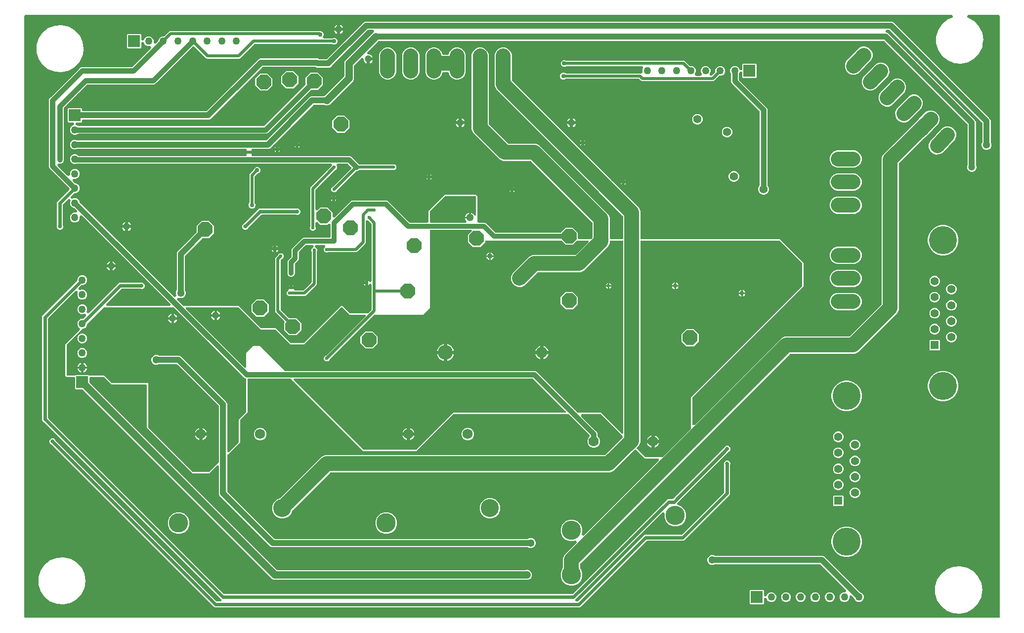
<source format=gbr>
G04 EAGLE Gerber RS-274X export*
G75*
%MOMM*%
%FSLAX34Y34*%
%LPD*%
%INBottom Copper*%
%IPPOS*%
%AMOC8*
5,1,8,0,0,1.08239X$1,22.5*%
G01*
%ADD10C,2.550000*%
%ADD11C,1.397000*%
%ADD12C,3.290000*%
%ADD13C,1.770000*%
%ADD14P,2.763017X8X22.500000*%
%ADD15R,1.400000X1.400000*%
%ADD16C,1.400000*%
%ADD17C,4.800000*%
%ADD18C,1.755000*%
%ADD19C,3.090000*%
%ADD20C,3.300000*%
%ADD21R,2.032000X2.032000*%
%ADD22C,1.270000*%
%ADD23C,1.300000*%
%ADD24C,0.750000*%
%ADD25C,0.600000*%
%ADD26C,1.905000*%
%ADD27C,0.900000*%
%ADD28C,2.540000*%
%ADD29C,1.200000*%
%ADD30C,0.508000*%
%ADD31C,0.889000*%
%ADD32C,1.016000*%
%ADD33C,0.812800*%
%ADD34C,0.850000*%
%ADD35C,0.609600*%
%ADD36C,0.650000*%
%ADD37C,2.540000*%
%ADD38C,1.270000*%

G36*
X1671195Y2504D02*
X1671195Y2504D01*
X1671229Y2502D01*
X1671418Y2524D01*
X1671609Y2541D01*
X1671642Y2550D01*
X1671676Y2554D01*
X1671859Y2609D01*
X1672043Y2659D01*
X1672074Y2674D01*
X1672107Y2684D01*
X1672278Y2771D01*
X1672450Y2853D01*
X1672478Y2873D01*
X1672509Y2888D01*
X1672661Y3004D01*
X1672816Y3115D01*
X1672840Y3140D01*
X1672867Y3160D01*
X1672996Y3300D01*
X1673130Y3437D01*
X1673149Y3466D01*
X1673173Y3492D01*
X1673275Y3653D01*
X1673382Y3810D01*
X1673396Y3842D01*
X1673414Y3871D01*
X1673487Y4048D01*
X1673564Y4222D01*
X1673572Y4256D01*
X1673585Y4288D01*
X1673625Y4475D01*
X1673671Y4660D01*
X1673673Y4694D01*
X1673680Y4728D01*
X1673699Y5040D01*
X1673699Y1033060D01*
X1673696Y1033095D01*
X1673698Y1033129D01*
X1673676Y1033318D01*
X1673659Y1033509D01*
X1673650Y1033542D01*
X1673646Y1033576D01*
X1673591Y1033759D01*
X1673541Y1033943D01*
X1673526Y1033974D01*
X1673516Y1034007D01*
X1673429Y1034178D01*
X1673347Y1034350D01*
X1673327Y1034378D01*
X1673312Y1034409D01*
X1673196Y1034561D01*
X1673085Y1034716D01*
X1673060Y1034740D01*
X1673040Y1034767D01*
X1672900Y1034896D01*
X1672763Y1035030D01*
X1672734Y1035049D01*
X1672708Y1035073D01*
X1672547Y1035175D01*
X1672390Y1035282D01*
X1672358Y1035296D01*
X1672329Y1035314D01*
X1672152Y1035387D01*
X1671978Y1035464D01*
X1671944Y1035472D01*
X1671912Y1035485D01*
X1671725Y1035525D01*
X1671540Y1035571D01*
X1671506Y1035573D01*
X1671472Y1035580D01*
X1671160Y1035599D01*
X1620083Y1035599D01*
X1619918Y1035585D01*
X1619752Y1035578D01*
X1619694Y1035565D01*
X1619635Y1035559D01*
X1619474Y1035516D01*
X1619313Y1035480D01*
X1619258Y1035456D01*
X1619200Y1035441D01*
X1619051Y1035370D01*
X1618897Y1035305D01*
X1618847Y1035273D01*
X1618794Y1035247D01*
X1618659Y1035151D01*
X1618520Y1035061D01*
X1618476Y1035020D01*
X1618428Y1034985D01*
X1618312Y1034866D01*
X1618191Y1034753D01*
X1618155Y1034705D01*
X1618114Y1034663D01*
X1618021Y1034525D01*
X1617921Y1034392D01*
X1617895Y1034339D01*
X1617862Y1034290D01*
X1617794Y1034138D01*
X1617720Y1033989D01*
X1617703Y1033932D01*
X1617679Y1033878D01*
X1617640Y1033716D01*
X1617593Y1033557D01*
X1617587Y1033498D01*
X1617573Y1033440D01*
X1617562Y1033275D01*
X1617545Y1033110D01*
X1617549Y1033050D01*
X1617545Y1032991D01*
X1617564Y1032826D01*
X1617576Y1032661D01*
X1617590Y1032603D01*
X1617597Y1032544D01*
X1617645Y1032385D01*
X1617686Y1032224D01*
X1617710Y1032170D01*
X1617727Y1032113D01*
X1617803Y1031965D01*
X1617871Y1031814D01*
X1617905Y1031764D01*
X1617932Y1031711D01*
X1618032Y1031579D01*
X1618126Y1031442D01*
X1618168Y1031400D01*
X1618204Y1031353D01*
X1618326Y1031240D01*
X1618442Y1031122D01*
X1618491Y1031088D01*
X1618535Y1031048D01*
X1618675Y1030958D01*
X1618810Y1030863D01*
X1618864Y1030838D01*
X1618915Y1030806D01*
X1619068Y1030743D01*
X1619219Y1030673D01*
X1619291Y1030651D01*
X1619331Y1030635D01*
X1619391Y1030622D01*
X1619518Y1030584D01*
X1619609Y1030564D01*
X1630093Y1024511D01*
X1638327Y1015637D01*
X1643580Y1004730D01*
X1645384Y992759D01*
X1645066Y990650D01*
X1645066Y990649D01*
X1644301Y985571D01*
X1644301Y985570D01*
X1643918Y983032D01*
X1643918Y983031D01*
X1643580Y980788D01*
X1638327Y969881D01*
X1630093Y961007D01*
X1619609Y954954D01*
X1607807Y952261D01*
X1595735Y953165D01*
X1584466Y957588D01*
X1575001Y965136D01*
X1568182Y975138D01*
X1564614Y986706D01*
X1564614Y998812D01*
X1568182Y1010380D01*
X1575001Y1020382D01*
X1584466Y1027930D01*
X1591514Y1030696D01*
X1591695Y1030787D01*
X1591876Y1030873D01*
X1591896Y1030886D01*
X1591917Y1030897D01*
X1592079Y1031018D01*
X1592242Y1031135D01*
X1592259Y1031152D01*
X1592278Y1031166D01*
X1592415Y1031313D01*
X1592556Y1031457D01*
X1592570Y1031477D01*
X1592586Y1031495D01*
X1592695Y1031663D01*
X1592808Y1031830D01*
X1592818Y1031852D01*
X1592831Y1031873D01*
X1592909Y1032058D01*
X1592991Y1032242D01*
X1592996Y1032266D01*
X1593006Y1032288D01*
X1593050Y1032484D01*
X1593097Y1032680D01*
X1593099Y1032704D01*
X1593104Y1032727D01*
X1593113Y1032929D01*
X1593125Y1033129D01*
X1593122Y1033153D01*
X1593123Y1033177D01*
X1593096Y1033376D01*
X1593073Y1033576D01*
X1593066Y1033600D01*
X1593063Y1033623D01*
X1593001Y1033814D01*
X1592943Y1034007D01*
X1592932Y1034029D01*
X1592924Y1034052D01*
X1592829Y1034229D01*
X1592738Y1034409D01*
X1592724Y1034428D01*
X1592712Y1034449D01*
X1592588Y1034607D01*
X1592466Y1034767D01*
X1592448Y1034784D01*
X1592434Y1034803D01*
X1592283Y1034936D01*
X1592135Y1035073D01*
X1592115Y1035085D01*
X1592097Y1035101D01*
X1591925Y1035206D01*
X1591755Y1035314D01*
X1591733Y1035324D01*
X1591712Y1035336D01*
X1591525Y1035409D01*
X1591339Y1035485D01*
X1591315Y1035490D01*
X1591293Y1035499D01*
X1591095Y1035538D01*
X1590899Y1035580D01*
X1590870Y1035582D01*
X1590851Y1035585D01*
X1590797Y1035586D01*
X1590587Y1035599D01*
X5040Y1035599D01*
X5005Y1035596D01*
X4971Y1035598D01*
X4782Y1035576D01*
X4591Y1035559D01*
X4558Y1035550D01*
X4524Y1035546D01*
X4341Y1035491D01*
X4157Y1035441D01*
X4126Y1035426D01*
X4093Y1035416D01*
X3922Y1035329D01*
X3750Y1035247D01*
X3722Y1035227D01*
X3691Y1035212D01*
X3539Y1035096D01*
X3384Y1034985D01*
X3360Y1034960D01*
X3333Y1034940D01*
X3204Y1034800D01*
X3070Y1034663D01*
X3051Y1034634D01*
X3027Y1034608D01*
X2925Y1034447D01*
X2818Y1034290D01*
X2804Y1034258D01*
X2786Y1034229D01*
X2713Y1034052D01*
X2636Y1033878D01*
X2628Y1033844D01*
X2615Y1033812D01*
X2575Y1033625D01*
X2529Y1033440D01*
X2527Y1033406D01*
X2520Y1033372D01*
X2501Y1033060D01*
X2501Y5040D01*
X2504Y5005D01*
X2502Y4971D01*
X2524Y4782D01*
X2541Y4591D01*
X2550Y4558D01*
X2554Y4524D01*
X2609Y4341D01*
X2659Y4157D01*
X2674Y4126D01*
X2684Y4093D01*
X2771Y3922D01*
X2853Y3750D01*
X2873Y3722D01*
X2888Y3691D01*
X3004Y3539D01*
X3115Y3384D01*
X3140Y3360D01*
X3160Y3333D01*
X3300Y3204D01*
X3437Y3070D01*
X3466Y3051D01*
X3492Y3027D01*
X3653Y2925D01*
X3810Y2818D01*
X3842Y2804D01*
X3871Y2786D01*
X4048Y2713D01*
X4222Y2636D01*
X4256Y2628D01*
X4288Y2615D01*
X4475Y2575D01*
X4660Y2529D01*
X4694Y2527D01*
X4728Y2520D01*
X5040Y2501D01*
X1671160Y2501D01*
X1671195Y2504D01*
G37*
%LPC*%
G36*
X936130Y57749D02*
X936130Y57749D01*
X929349Y60558D01*
X924158Y65749D01*
X921349Y72530D01*
X921349Y79870D01*
X924158Y86651D01*
X924356Y86849D01*
X924461Y86975D01*
X924573Y87096D01*
X924605Y87147D01*
X924644Y87194D01*
X924726Y87337D01*
X924814Y87476D01*
X924838Y87532D01*
X924868Y87585D01*
X924923Y87740D01*
X924985Y87892D01*
X924998Y87952D01*
X925019Y88009D01*
X925045Y88172D01*
X925080Y88332D01*
X925085Y88409D01*
X925092Y88454D01*
X925091Y88515D01*
X925099Y88644D01*
X925099Y104524D01*
X927337Y109927D01*
X931830Y114420D01*
X947911Y130501D01*
X948025Y130637D01*
X948144Y130769D01*
X948169Y130810D01*
X948200Y130846D01*
X948288Y131001D01*
X948382Y131151D01*
X948400Y131196D01*
X948423Y131237D01*
X948483Y131405D01*
X948549Y131570D01*
X948558Y131617D01*
X948574Y131662D01*
X948603Y131837D01*
X948639Y132011D01*
X948640Y132059D01*
X948648Y132106D01*
X948645Y132284D01*
X948650Y132461D01*
X948642Y132508D01*
X948642Y132556D01*
X948608Y132731D01*
X948581Y132906D01*
X948565Y132951D01*
X948556Y132998D01*
X948492Y133164D01*
X948434Y133332D01*
X948411Y133374D01*
X948394Y133418D01*
X948301Y133570D01*
X948215Y133725D01*
X948185Y133762D01*
X948160Y133803D01*
X948042Y133936D01*
X947930Y134073D01*
X947893Y134105D01*
X947862Y134140D01*
X947722Y134250D01*
X947587Y134366D01*
X947546Y134390D01*
X947509Y134420D01*
X947352Y134504D01*
X947199Y134593D01*
X947154Y134610D01*
X947112Y134632D01*
X946943Y134687D01*
X946776Y134748D01*
X946729Y134757D01*
X946683Y134772D01*
X946508Y134796D01*
X946333Y134827D01*
X946285Y134826D01*
X946237Y134833D01*
X946059Y134826D01*
X945882Y134825D01*
X945835Y134817D01*
X945787Y134815D01*
X945614Y134776D01*
X945439Y134744D01*
X945383Y134725D01*
X945348Y134717D01*
X945290Y134693D01*
X945144Y134643D01*
X943470Y133949D01*
X936130Y133949D01*
X929349Y136758D01*
X924158Y141949D01*
X921349Y148730D01*
X921349Y156070D01*
X924158Y162851D01*
X929349Y168042D01*
X936130Y170851D01*
X943470Y170851D01*
X950251Y168042D01*
X955442Y162851D01*
X958251Y156070D01*
X958251Y148730D01*
X957557Y147056D01*
X957504Y146886D01*
X957445Y146719D01*
X957437Y146672D01*
X957423Y146626D01*
X957400Y146450D01*
X957371Y146275D01*
X957372Y146227D01*
X957366Y146180D01*
X957375Y146003D01*
X957377Y145825D01*
X957387Y145778D01*
X957389Y145730D01*
X957429Y145558D01*
X957463Y145383D01*
X957480Y145338D01*
X957491Y145292D01*
X957561Y145128D01*
X957625Y144963D01*
X957650Y144922D01*
X957669Y144878D01*
X957767Y144730D01*
X957859Y144578D01*
X957891Y144542D01*
X957917Y144502D01*
X958040Y144373D01*
X958157Y144241D01*
X958195Y144211D01*
X958228Y144176D01*
X958371Y144071D01*
X958510Y143961D01*
X958553Y143939D01*
X958591Y143910D01*
X958751Y143832D01*
X958907Y143749D01*
X958953Y143734D01*
X958996Y143713D01*
X959167Y143664D01*
X959336Y143609D01*
X959383Y143603D01*
X959429Y143590D01*
X959606Y143572D01*
X959782Y143548D01*
X959829Y143550D01*
X959877Y143545D01*
X960054Y143559D01*
X960232Y143566D01*
X960278Y143577D01*
X960326Y143581D01*
X960498Y143625D01*
X960671Y143664D01*
X960715Y143682D01*
X960762Y143695D01*
X960922Y143769D01*
X961087Y143838D01*
X961127Y143864D01*
X961170Y143884D01*
X961316Y143986D01*
X961465Y144082D01*
X961509Y144121D01*
X961539Y144142D01*
X961583Y144187D01*
X961699Y144289D01*
X1088951Y271540D01*
X1089034Y271640D01*
X1089125Y271733D01*
X1089178Y271813D01*
X1089239Y271886D01*
X1089304Y271999D01*
X1089377Y272106D01*
X1089415Y272194D01*
X1089463Y272277D01*
X1089506Y272399D01*
X1089559Y272518D01*
X1089582Y272611D01*
X1089614Y272701D01*
X1089635Y272830D01*
X1089666Y272956D01*
X1089671Y273051D01*
X1089687Y273145D01*
X1089685Y273276D01*
X1089693Y273405D01*
X1089682Y273500D01*
X1089681Y273596D01*
X1089656Y273723D01*
X1089641Y273852D01*
X1089614Y273944D01*
X1089595Y274038D01*
X1089549Y274159D01*
X1089511Y274283D01*
X1089468Y274368D01*
X1089433Y274458D01*
X1089366Y274569D01*
X1089307Y274685D01*
X1089249Y274761D01*
X1089199Y274842D01*
X1089113Y274940D01*
X1089035Y275043D01*
X1088964Y275108D01*
X1088901Y275180D01*
X1088799Y275260D01*
X1088703Y275349D01*
X1088623Y275400D01*
X1088548Y275459D01*
X1088434Y275520D01*
X1088324Y275590D01*
X1088235Y275627D01*
X1088151Y275672D01*
X1088027Y275712D01*
X1087907Y275761D01*
X1087814Y275781D01*
X1087723Y275811D01*
X1087594Y275829D01*
X1087467Y275856D01*
X1087337Y275864D01*
X1087277Y275872D01*
X1087232Y275871D01*
X1087155Y275875D01*
X1065340Y275875D01*
X1062532Y278684D01*
X1051098Y290117D01*
X1051071Y290139D01*
X1051049Y290165D01*
X1050900Y290283D01*
X1050753Y290406D01*
X1050723Y290423D01*
X1050696Y290445D01*
X1050528Y290535D01*
X1050362Y290629D01*
X1050329Y290641D01*
X1050299Y290657D01*
X1050118Y290716D01*
X1049938Y290780D01*
X1049903Y290786D01*
X1049870Y290797D01*
X1049682Y290822D01*
X1049493Y290854D01*
X1049459Y290853D01*
X1049424Y290858D01*
X1049234Y290850D01*
X1049043Y290848D01*
X1049009Y290841D01*
X1048975Y290840D01*
X1048789Y290798D01*
X1048601Y290762D01*
X1048569Y290750D01*
X1048535Y290742D01*
X1048359Y290668D01*
X1048181Y290600D01*
X1048152Y290582D01*
X1048119Y290568D01*
X1047959Y290465D01*
X1047796Y290366D01*
X1047770Y290343D01*
X1047741Y290324D01*
X1047507Y290117D01*
X1011627Y254237D01*
X1006224Y251999D01*
X527841Y251999D01*
X527677Y251985D01*
X527513Y251978D01*
X527453Y251965D01*
X527393Y251959D01*
X527234Y251916D01*
X527073Y251880D01*
X527017Y251857D01*
X526958Y251841D01*
X526810Y251770D01*
X526658Y251707D01*
X526606Y251674D01*
X526552Y251647D01*
X526418Y251552D01*
X526280Y251462D01*
X526222Y251411D01*
X526185Y251385D01*
X526143Y251342D01*
X526046Y251256D01*
X462401Y187611D01*
X462326Y187521D01*
X462244Y187439D01*
X462182Y187349D01*
X462112Y187266D01*
X462054Y187164D01*
X461988Y187068D01*
X461920Y186929D01*
X461889Y186875D01*
X461877Y186841D01*
X461851Y186787D01*
X459294Y180615D01*
X454385Y175706D01*
X447971Y173049D01*
X441029Y173049D01*
X434615Y175706D01*
X429706Y180615D01*
X427049Y187029D01*
X427049Y193971D01*
X429706Y200385D01*
X434615Y205294D01*
X440787Y207851D01*
X440891Y207905D01*
X440999Y207950D01*
X441090Y208009D01*
X441186Y208059D01*
X441279Y208131D01*
X441377Y208194D01*
X441493Y208296D01*
X441542Y208335D01*
X441567Y208362D01*
X441611Y208401D01*
X507880Y274670D01*
X512373Y279163D01*
X517776Y281401D01*
X996159Y281401D01*
X996323Y281415D01*
X996487Y281422D01*
X996547Y281435D01*
X996607Y281441D01*
X996766Y281484D01*
X996927Y281520D01*
X996983Y281543D01*
X997042Y281559D01*
X997190Y281630D01*
X997342Y281693D01*
X997394Y281726D01*
X997448Y281753D01*
X997582Y281848D01*
X997720Y281938D01*
X997778Y281989D01*
X997815Y282015D01*
X997857Y282058D01*
X997954Y282144D01*
X1026717Y310907D01*
X1026739Y310934D01*
X1026765Y310957D01*
X1026883Y311105D01*
X1027006Y311252D01*
X1027023Y311283D01*
X1027045Y311310D01*
X1027135Y311478D01*
X1027229Y311643D01*
X1027241Y311676D01*
X1027257Y311707D01*
X1027316Y311888D01*
X1027380Y312068D01*
X1027386Y312102D01*
X1027397Y312135D01*
X1027422Y312323D01*
X1027454Y312512D01*
X1027453Y312547D01*
X1027458Y312581D01*
X1027450Y312771D01*
X1027448Y312962D01*
X1027441Y312996D01*
X1027440Y313031D01*
X1027398Y313217D01*
X1027362Y313404D01*
X1027350Y313437D01*
X1027342Y313470D01*
X1027268Y313646D01*
X1027200Y313824D01*
X1027182Y313854D01*
X1027168Y313886D01*
X1027065Y314046D01*
X1026966Y314209D01*
X1026943Y314235D01*
X1026924Y314264D01*
X1026717Y314498D01*
X989884Y351332D01*
X989757Y351437D01*
X989637Y351549D01*
X989585Y351581D01*
X989538Y351620D01*
X989396Y351702D01*
X989257Y351790D01*
X989200Y351814D01*
X989147Y351844D01*
X988993Y351899D01*
X988840Y351961D01*
X988781Y351974D01*
X988723Y351995D01*
X988561Y352021D01*
X988400Y352056D01*
X988323Y352061D01*
X988279Y352068D01*
X988218Y352067D01*
X988088Y352075D01*
X958571Y352075D01*
X958441Y352064D01*
X958311Y352062D01*
X958217Y352044D01*
X958122Y352035D01*
X957997Y352001D01*
X957869Y351976D01*
X957780Y351942D01*
X957688Y351917D01*
X957571Y351861D01*
X957449Y351814D01*
X957367Y351764D01*
X957281Y351723D01*
X957176Y351648D01*
X957064Y351580D01*
X956993Y351517D01*
X956915Y351461D01*
X956824Y351368D01*
X956727Y351282D01*
X956668Y351207D01*
X956601Y351139D01*
X956528Y351031D01*
X956448Y350929D01*
X956402Y350845D01*
X956349Y350766D01*
X956296Y350647D01*
X956235Y350532D01*
X956205Y350441D01*
X956167Y350354D01*
X956136Y350227D01*
X956096Y350104D01*
X956083Y350009D01*
X956060Y349916D01*
X956052Y349787D01*
X956034Y349658D01*
X956038Y349562D01*
X956032Y349467D01*
X956047Y349338D01*
X956053Y349208D01*
X956073Y349115D01*
X956084Y349020D01*
X956122Y348895D01*
X956150Y348768D01*
X956187Y348680D01*
X956215Y348589D01*
X956274Y348473D01*
X956324Y348353D01*
X956376Y348272D01*
X956419Y348187D01*
X956498Y348084D01*
X956568Y347975D01*
X956654Y347877D01*
X956691Y347829D01*
X956724Y347798D01*
X956775Y347740D01*
X981194Y323322D01*
X983364Y321151D01*
X984346Y318782D01*
X984346Y314751D01*
X984360Y314588D01*
X984367Y314423D01*
X984380Y314364D01*
X984386Y314303D01*
X984429Y314144D01*
X984465Y313984D01*
X984488Y313927D01*
X984504Y313868D01*
X984575Y313720D01*
X984638Y313568D01*
X984671Y313517D01*
X984698Y313462D01*
X984793Y313328D01*
X984883Y313190D01*
X984934Y313132D01*
X984960Y313096D01*
X985003Y313053D01*
X985089Y312956D01*
X987099Y310946D01*
X988751Y306958D01*
X988751Y302642D01*
X987099Y298654D01*
X984046Y295601D01*
X980058Y293949D01*
X975742Y293949D01*
X971754Y295601D01*
X968701Y298654D01*
X967049Y302642D01*
X967049Y306958D01*
X968701Y310946D01*
X970224Y312469D01*
X970246Y312496D01*
X970272Y312519D01*
X970390Y312668D01*
X970513Y312815D01*
X970530Y312845D01*
X970552Y312872D01*
X970641Y313040D01*
X970736Y313206D01*
X970748Y313238D01*
X970764Y313269D01*
X970823Y313450D01*
X970887Y313630D01*
X970893Y313664D01*
X970903Y313697D01*
X970929Y313886D01*
X970961Y314074D01*
X970960Y314109D01*
X970965Y314143D01*
X970957Y314334D01*
X970954Y314524D01*
X970948Y314558D01*
X970946Y314593D01*
X970905Y314779D01*
X970869Y314966D01*
X970856Y314999D01*
X970849Y315033D01*
X970775Y315209D01*
X970707Y315386D01*
X970689Y315416D01*
X970675Y315448D01*
X970572Y315608D01*
X970473Y315771D01*
X970450Y315797D01*
X970431Y315826D01*
X970224Y316060D01*
X934953Y351332D01*
X934827Y351437D01*
X934706Y351549D01*
X934654Y351581D01*
X934607Y351620D01*
X934465Y351702D01*
X934326Y351790D01*
X934269Y351814D01*
X934216Y351844D01*
X934062Y351899D01*
X933909Y351961D01*
X933850Y351974D01*
X933792Y351995D01*
X933630Y352021D01*
X933469Y352056D01*
X933392Y352061D01*
X933348Y352068D01*
X933287Y352067D01*
X933157Y352075D01*
X739112Y352075D01*
X738948Y352061D01*
X738784Y352054D01*
X738724Y352041D01*
X738663Y352035D01*
X738504Y351992D01*
X738344Y351956D01*
X738288Y351933D01*
X738229Y351917D01*
X738081Y351846D01*
X737929Y351783D01*
X737877Y351750D01*
X737822Y351723D01*
X737689Y351628D01*
X737550Y351538D01*
X737493Y351487D01*
X737456Y351461D01*
X737414Y351418D01*
X737316Y351332D01*
X674560Y288575D01*
X582740Y288575D01*
X579932Y291383D01*
X579932Y291384D01*
X459405Y411911D01*
X459278Y412016D01*
X459158Y412128D01*
X459106Y412160D01*
X459059Y412199D01*
X458917Y412281D01*
X458778Y412369D01*
X458721Y412393D01*
X458668Y412423D01*
X458514Y412478D01*
X458361Y412540D01*
X458302Y412553D01*
X458244Y412574D01*
X458082Y412600D01*
X457921Y412635D01*
X457844Y412640D01*
X457800Y412647D01*
X457739Y412646D01*
X457609Y412654D01*
X387064Y412654D01*
X387029Y412651D01*
X386995Y412653D01*
X386806Y412631D01*
X386615Y412614D01*
X386582Y412605D01*
X386548Y412601D01*
X386365Y412546D01*
X386181Y412496D01*
X386150Y412481D01*
X386117Y412471D01*
X385946Y412384D01*
X385774Y412302D01*
X385746Y412282D01*
X385715Y412267D01*
X385563Y412151D01*
X385408Y412040D01*
X385384Y412015D01*
X385357Y411995D01*
X385228Y411855D01*
X385094Y411718D01*
X385075Y411689D01*
X385051Y411663D01*
X384949Y411502D01*
X384842Y411345D01*
X384828Y411313D01*
X384810Y411284D01*
X384737Y411107D01*
X384660Y410933D01*
X384652Y410899D01*
X384639Y410867D01*
X384599Y410680D01*
X384553Y410495D01*
X384551Y410461D01*
X384544Y410427D01*
X384525Y410115D01*
X384525Y354140D01*
X372568Y342184D01*
X372463Y342057D01*
X372351Y341937D01*
X372319Y341885D01*
X372280Y341838D01*
X372198Y341696D01*
X372110Y341557D01*
X372086Y341500D01*
X372056Y341447D01*
X372001Y341293D01*
X371939Y341140D01*
X371926Y341081D01*
X371905Y341023D01*
X371879Y340861D01*
X371844Y340700D01*
X371839Y340623D01*
X371832Y340579D01*
X371833Y340518D01*
X371825Y340388D01*
X371825Y303340D01*
X350724Y282240D01*
X350619Y282113D01*
X350507Y281993D01*
X350475Y281941D01*
X350436Y281894D01*
X350354Y281752D01*
X350266Y281613D01*
X350242Y281556D01*
X350212Y281503D01*
X350157Y281349D01*
X350095Y281196D01*
X350082Y281137D01*
X350061Y281079D01*
X350035Y280917D01*
X350000Y280756D01*
X349995Y280679D01*
X349988Y280635D01*
X349989Y280574D01*
X349981Y280444D01*
X349981Y219885D01*
X349995Y219721D01*
X350002Y219557D01*
X350015Y219497D01*
X350021Y219436D01*
X350064Y219277D01*
X350100Y219117D01*
X350123Y219061D01*
X350139Y219002D01*
X350210Y218854D01*
X350273Y218702D01*
X350306Y218650D01*
X350333Y218595D01*
X350428Y218462D01*
X350518Y218323D01*
X350569Y218266D01*
X350595Y218229D01*
X350638Y218187D01*
X350724Y218089D01*
X430179Y138634D01*
X430306Y138529D01*
X430426Y138417D01*
X430478Y138385D01*
X430525Y138346D01*
X430667Y138264D01*
X430806Y138176D01*
X430863Y138152D01*
X430916Y138122D01*
X431070Y138067D01*
X431223Y138005D01*
X431282Y137992D01*
X431340Y137971D01*
X431502Y137945D01*
X431663Y137910D01*
X431740Y137905D01*
X431784Y137898D01*
X431845Y137899D01*
X431975Y137891D01*
X864326Y137891D01*
X864442Y137901D01*
X864559Y137901D01*
X864666Y137921D01*
X864774Y137931D01*
X864887Y137961D01*
X865002Y137982D01*
X865148Y138033D01*
X865209Y138049D01*
X865241Y138065D01*
X865298Y138084D01*
X868259Y139311D01*
X871641Y139311D01*
X874765Y138017D01*
X877157Y135625D01*
X878451Y132501D01*
X878451Y129119D01*
X877157Y125995D01*
X874765Y123603D01*
X871641Y122309D01*
X868259Y122309D01*
X865298Y123536D01*
X865186Y123571D01*
X865078Y123615D01*
X864972Y123638D01*
X864868Y123671D01*
X864752Y123685D01*
X864638Y123710D01*
X864484Y123720D01*
X864421Y123727D01*
X864385Y123726D01*
X864326Y123729D01*
X426582Y123729D01*
X423979Y124807D01*
X336897Y211889D01*
X335819Y214492D01*
X335819Y261204D01*
X335808Y261334D01*
X335806Y261464D01*
X335788Y261558D01*
X335779Y261653D01*
X335745Y261778D01*
X335720Y261906D01*
X335686Y261995D01*
X335661Y262087D01*
X335605Y262204D01*
X335558Y262326D01*
X335508Y262408D01*
X335467Y262494D01*
X335392Y262599D01*
X335324Y262711D01*
X335261Y262782D01*
X335205Y262860D01*
X335112Y262951D01*
X335026Y263048D01*
X334951Y263107D01*
X334883Y263174D01*
X334775Y263247D01*
X334673Y263327D01*
X334589Y263372D01*
X334510Y263426D01*
X334391Y263479D01*
X334276Y263540D01*
X334185Y263570D01*
X334098Y263608D01*
X333971Y263639D01*
X333848Y263679D01*
X333753Y263692D01*
X333660Y263715D01*
X333531Y263723D01*
X333402Y263741D01*
X333306Y263737D01*
X333211Y263743D01*
X333082Y263728D01*
X332952Y263722D01*
X332859Y263702D01*
X332764Y263690D01*
X332639Y263653D01*
X332512Y263625D01*
X332424Y263588D01*
X332333Y263560D01*
X332217Y263501D01*
X332097Y263451D01*
X332016Y263399D01*
X331931Y263356D01*
X331828Y263277D01*
X331719Y263207D01*
X331621Y263121D01*
X331573Y263084D01*
X331542Y263051D01*
X331484Y263000D01*
X318960Y250475D01*
X290640Y250475D01*
X212375Y328740D01*
X212375Y400336D01*
X212372Y400371D01*
X212374Y400405D01*
X212352Y400594D01*
X212335Y400785D01*
X212326Y400818D01*
X212322Y400852D01*
X212267Y401035D01*
X212217Y401219D01*
X212202Y401250D01*
X212192Y401283D01*
X212105Y401454D01*
X212023Y401626D01*
X212003Y401654D01*
X211988Y401685D01*
X211872Y401837D01*
X211761Y401992D01*
X211736Y402016D01*
X211716Y402043D01*
X211576Y402172D01*
X211439Y402306D01*
X211410Y402325D01*
X211384Y402349D01*
X211223Y402451D01*
X211066Y402558D01*
X211034Y402572D01*
X211005Y402590D01*
X210828Y402663D01*
X210654Y402740D01*
X210620Y402748D01*
X210588Y402761D01*
X210401Y402801D01*
X210216Y402847D01*
X210182Y402849D01*
X210148Y402856D01*
X209836Y402875D01*
X150940Y402875D01*
X138984Y414832D01*
X138857Y414937D01*
X138737Y415049D01*
X138685Y415081D01*
X138638Y415120D01*
X138496Y415202D01*
X138357Y415290D01*
X138300Y415314D01*
X138247Y415344D01*
X138093Y415399D01*
X137940Y415461D01*
X137881Y415474D01*
X137823Y415495D01*
X137661Y415521D01*
X137500Y415556D01*
X137423Y415561D01*
X137379Y415568D01*
X137318Y415567D01*
X137188Y415575D01*
X116300Y415575D01*
X116265Y415572D01*
X116231Y415574D01*
X116042Y415552D01*
X115851Y415535D01*
X115818Y415526D01*
X115784Y415522D01*
X115601Y415467D01*
X115417Y415417D01*
X115386Y415402D01*
X115353Y415392D01*
X115182Y415305D01*
X115010Y415223D01*
X114982Y415203D01*
X114951Y415188D01*
X114799Y415072D01*
X114644Y414961D01*
X114620Y414936D01*
X114593Y414916D01*
X114464Y414776D01*
X114330Y414639D01*
X114311Y414610D01*
X114287Y414584D01*
X114185Y414423D01*
X114078Y414266D01*
X114064Y414234D01*
X114046Y414205D01*
X113973Y414028D01*
X113896Y413854D01*
X113888Y413820D01*
X113875Y413788D01*
X113835Y413601D01*
X113789Y413416D01*
X113787Y413382D01*
X113780Y413348D01*
X113761Y413036D01*
X113761Y407101D01*
X113775Y406937D01*
X113782Y406773D01*
X113795Y406713D01*
X113801Y406652D01*
X113844Y406493D01*
X113880Y406333D01*
X113903Y406277D01*
X113919Y406218D01*
X113990Y406070D01*
X114053Y405918D01*
X114086Y405866D01*
X114113Y405811D01*
X114208Y405678D01*
X114298Y405539D01*
X114349Y405482D01*
X114375Y405445D01*
X114418Y405403D01*
X114504Y405305D01*
X434515Y85294D01*
X434642Y85189D01*
X434762Y85077D01*
X434814Y85045D01*
X434861Y85006D01*
X435003Y84924D01*
X435142Y84836D01*
X435199Y84812D01*
X435252Y84782D01*
X435406Y84727D01*
X435559Y84665D01*
X435618Y84652D01*
X435676Y84631D01*
X435838Y84605D01*
X435999Y84570D01*
X436076Y84565D01*
X436120Y84558D01*
X436181Y84559D01*
X436311Y84551D01*
X861042Y84551D01*
X861158Y84561D01*
X861275Y84561D01*
X861382Y84581D01*
X861490Y84591D01*
X861603Y84621D01*
X861718Y84642D01*
X861864Y84693D01*
X861894Y84701D01*
X865291Y84701D01*
X868415Y83407D01*
X870807Y81015D01*
X872101Y77891D01*
X872101Y74509D01*
X870807Y71385D01*
X868415Y68993D01*
X865291Y67699D01*
X861882Y67699D01*
X861794Y67735D01*
X861688Y67758D01*
X861584Y67791D01*
X861468Y67805D01*
X861354Y67830D01*
X861200Y67840D01*
X861137Y67847D01*
X861101Y67846D01*
X861042Y67849D01*
X430139Y67849D01*
X427070Y69121D01*
X102695Y393496D01*
X102568Y393601D01*
X102448Y393713D01*
X102396Y393745D01*
X102349Y393784D01*
X102207Y393866D01*
X102068Y393954D01*
X102011Y393978D01*
X101958Y394008D01*
X101804Y394063D01*
X101651Y394125D01*
X101592Y394138D01*
X101534Y394159D01*
X101372Y394185D01*
X101211Y394220D01*
X101134Y394225D01*
X101090Y394232D01*
X101029Y394231D01*
X100899Y394239D01*
X90611Y394239D01*
X89439Y395411D01*
X89439Y413036D01*
X89436Y413071D01*
X89438Y413105D01*
X89416Y413294D01*
X89399Y413485D01*
X89390Y413518D01*
X89386Y413552D01*
X89331Y413735D01*
X89281Y413919D01*
X89266Y413950D01*
X89256Y413983D01*
X89169Y414154D01*
X89087Y414326D01*
X89067Y414354D01*
X89052Y414385D01*
X88936Y414537D01*
X88825Y414692D01*
X88800Y414716D01*
X88780Y414743D01*
X88640Y414872D01*
X88503Y415006D01*
X88474Y415025D01*
X88448Y415049D01*
X88288Y415151D01*
X88130Y415258D01*
X88098Y415272D01*
X88069Y415290D01*
X87892Y415363D01*
X87718Y415440D01*
X87684Y415448D01*
X87652Y415461D01*
X87465Y415501D01*
X87280Y415547D01*
X87246Y415549D01*
X87212Y415556D01*
X86900Y415575D01*
X74740Y415575D01*
X72675Y417640D01*
X72675Y471360D01*
X75484Y474168D01*
X96995Y495680D01*
X97018Y495707D01*
X97043Y495730D01*
X97162Y495879D01*
X97284Y496025D01*
X97301Y496055D01*
X97323Y496083D01*
X97413Y496251D01*
X97508Y496416D01*
X97519Y496449D01*
X97536Y496479D01*
X97594Y496661D01*
X97658Y496841D01*
X97664Y496875D01*
X97675Y496908D01*
X97701Y497096D01*
X97732Y497285D01*
X97731Y497319D01*
X97736Y497354D01*
X97728Y497544D01*
X97726Y497735D01*
X97719Y497769D01*
X97718Y497804D01*
X97676Y497990D01*
X97640Y498177D01*
X97628Y498209D01*
X97620Y498243D01*
X97547Y498419D01*
X97478Y498597D01*
X97460Y498627D01*
X97447Y498659D01*
X97343Y498819D01*
X97244Y498982D01*
X97221Y499008D01*
X97202Y499037D01*
X96995Y499271D01*
X94521Y501746D01*
X93249Y504815D01*
X93249Y508137D01*
X94521Y511206D01*
X96870Y513555D01*
X99939Y514827D01*
X101759Y514827D01*
X101923Y514841D01*
X102087Y514848D01*
X102147Y514861D01*
X102207Y514867D01*
X102366Y514910D01*
X102527Y514946D01*
X102583Y514969D01*
X102642Y514985D01*
X102790Y515056D01*
X102942Y515119D01*
X102994Y515152D01*
X103048Y515179D01*
X103182Y515274D01*
X103320Y515364D01*
X103378Y515415D01*
X103415Y515441D01*
X103457Y515484D01*
X103554Y515570D01*
X107448Y519464D01*
X107562Y519600D01*
X107681Y519732D01*
X107706Y519772D01*
X107737Y519809D01*
X107825Y519963D01*
X107919Y520114D01*
X107936Y520159D01*
X107960Y520200D01*
X108019Y520367D01*
X108085Y520532D01*
X108095Y520579D01*
X108111Y520624D01*
X108140Y520800D01*
X108175Y520974D01*
X108177Y521021D01*
X108184Y521069D01*
X108182Y521247D01*
X108186Y521424D01*
X108179Y521471D01*
X108178Y521519D01*
X108144Y521694D01*
X108117Y521869D01*
X108102Y521914D01*
X108093Y521961D01*
X108029Y522127D01*
X107971Y522294D01*
X107948Y522336D01*
X107930Y522381D01*
X107838Y522533D01*
X107752Y522688D01*
X107721Y522725D01*
X107696Y522766D01*
X107579Y522898D01*
X107466Y523036D01*
X107430Y523067D01*
X107398Y523103D01*
X107260Y523213D01*
X107124Y523329D01*
X107082Y523353D01*
X107045Y523382D01*
X106889Y523466D01*
X106735Y523556D01*
X106690Y523572D01*
X106648Y523595D01*
X106480Y523650D01*
X106313Y523711D01*
X106265Y523719D01*
X106220Y523734D01*
X106044Y523758D01*
X105869Y523789D01*
X105821Y523789D01*
X105774Y523796D01*
X105596Y523788D01*
X105419Y523788D01*
X105372Y523779D01*
X105324Y523777D01*
X105151Y523739D01*
X104976Y523707D01*
X104920Y523688D01*
X104885Y523680D01*
X104827Y523655D01*
X104680Y523605D01*
X103261Y523017D01*
X99939Y523017D01*
X96870Y524289D01*
X94521Y526638D01*
X93249Y529707D01*
X93249Y533029D01*
X94521Y536098D01*
X96870Y538447D01*
X99939Y539719D01*
X103261Y539719D01*
X106330Y538447D01*
X108679Y536098D01*
X109951Y533029D01*
X109951Y529707D01*
X109363Y528288D01*
X109309Y528118D01*
X109250Y527951D01*
X109242Y527904D01*
X109228Y527858D01*
X109206Y527682D01*
X109177Y527506D01*
X109177Y527459D01*
X109171Y527411D01*
X109180Y527234D01*
X109183Y527056D01*
X109192Y527009D01*
X109194Y526962D01*
X109234Y526789D01*
X109268Y526614D01*
X109286Y526569D01*
X109296Y526523D01*
X109366Y526360D01*
X109431Y526194D01*
X109455Y526153D01*
X109474Y526109D01*
X109572Y525961D01*
X109665Y525809D01*
X109696Y525774D01*
X109723Y525734D01*
X109845Y525605D01*
X109963Y525472D01*
X110000Y525442D01*
X110033Y525408D01*
X110177Y525303D01*
X110316Y525193D01*
X110358Y525170D01*
X110397Y525142D01*
X110556Y525064D01*
X110713Y524980D01*
X110758Y524965D01*
X110801Y524944D01*
X110972Y524896D01*
X111141Y524841D01*
X111188Y524834D01*
X111234Y524821D01*
X111411Y524804D01*
X111587Y524779D01*
X111635Y524781D01*
X111682Y524777D01*
X111859Y524791D01*
X112037Y524798D01*
X112084Y524808D01*
X112131Y524812D01*
X112303Y524857D01*
X112476Y524895D01*
X112521Y524914D01*
X112567Y524926D01*
X112728Y525000D01*
X112892Y525069D01*
X112932Y525095D01*
X112975Y525115D01*
X113121Y525217D01*
X113270Y525313D01*
X113315Y525353D01*
X113344Y525373D01*
X113389Y525418D01*
X113504Y525520D01*
X161987Y574003D01*
X163764Y575780D01*
X165620Y576549D01*
X201163Y576549D01*
X201279Y576559D01*
X201396Y576559D01*
X201503Y576579D01*
X201611Y576589D01*
X201724Y576619D01*
X201839Y576640D01*
X201985Y576691D01*
X202046Y576707D01*
X202078Y576723D01*
X202135Y576742D01*
X202156Y576751D01*
X204244Y576751D01*
X206174Y575951D01*
X207651Y574474D01*
X208451Y572544D01*
X208451Y570456D01*
X207651Y568526D01*
X206174Y567049D01*
X204244Y566249D01*
X202156Y566249D01*
X202135Y566258D01*
X202023Y566293D01*
X201915Y566337D01*
X201809Y566360D01*
X201705Y566393D01*
X201589Y566407D01*
X201475Y566432D01*
X201321Y566442D01*
X201258Y566449D01*
X201222Y566448D01*
X201163Y566451D01*
X169767Y566451D01*
X169603Y566437D01*
X169439Y566430D01*
X169379Y566417D01*
X169319Y566411D01*
X169160Y566368D01*
X168999Y566332D01*
X168943Y566309D01*
X168884Y566293D01*
X168736Y566222D01*
X168584Y566159D01*
X168532Y566126D01*
X168478Y566099D01*
X168344Y566004D01*
X168206Y565914D01*
X168148Y565863D01*
X168111Y565837D01*
X168069Y565794D01*
X167972Y565708D01*
X143523Y541260D01*
X143440Y541160D01*
X143349Y541067D01*
X143296Y540987D01*
X143235Y540914D01*
X143170Y540801D01*
X143097Y540694D01*
X143059Y540606D01*
X143011Y540523D01*
X142968Y540401D01*
X142915Y540282D01*
X142892Y540189D01*
X142860Y540099D01*
X142839Y539970D01*
X142808Y539844D01*
X142803Y539749D01*
X142787Y539655D01*
X142789Y539524D01*
X142781Y539395D01*
X142792Y539300D01*
X142793Y539204D01*
X142818Y539077D01*
X142833Y538948D01*
X142860Y538856D01*
X142879Y538762D01*
X142925Y538641D01*
X142963Y538517D01*
X143006Y538432D01*
X143041Y538342D01*
X143108Y538231D01*
X143167Y538115D01*
X143225Y538039D01*
X143275Y537958D01*
X143361Y537860D01*
X143439Y537757D01*
X143510Y537692D01*
X143573Y537620D01*
X143675Y537540D01*
X143771Y537451D01*
X143851Y537400D01*
X143926Y537341D01*
X144041Y537280D01*
X144150Y537210D01*
X144239Y537173D01*
X144323Y537128D01*
X144447Y537088D01*
X144567Y537039D01*
X144660Y537019D01*
X144751Y536989D01*
X144880Y536971D01*
X145007Y536944D01*
X145137Y536936D01*
X145197Y536928D01*
X145242Y536929D01*
X145319Y536925D01*
X250215Y536925D01*
X250345Y536936D01*
X250475Y536938D01*
X250569Y536956D01*
X250664Y536965D01*
X250789Y536999D01*
X250917Y537024D01*
X251006Y537058D01*
X251098Y537083D01*
X251215Y537139D01*
X251337Y537186D01*
X251419Y537236D01*
X251505Y537277D01*
X251610Y537352D01*
X251722Y537420D01*
X251793Y537483D01*
X251871Y537539D01*
X251962Y537632D01*
X252059Y537718D01*
X252118Y537793D01*
X252185Y537861D01*
X252258Y537969D01*
X252338Y538071D01*
X252384Y538155D01*
X252437Y538234D01*
X252490Y538353D01*
X252551Y538468D01*
X252581Y538559D01*
X252619Y538646D01*
X252650Y538773D01*
X252690Y538896D01*
X252703Y538991D01*
X252726Y539084D01*
X252734Y539213D01*
X252752Y539342D01*
X252748Y539438D01*
X252754Y539533D01*
X252739Y539662D01*
X252733Y539792D01*
X252713Y539885D01*
X252702Y539980D01*
X252664Y540105D01*
X252636Y540232D01*
X252599Y540320D01*
X252571Y540411D01*
X252512Y540527D01*
X252462Y540647D01*
X252410Y540728D01*
X252367Y540813D01*
X252288Y540916D01*
X252218Y541025D01*
X252132Y541123D01*
X252095Y541171D01*
X252062Y541202D01*
X252011Y541260D01*
X101586Y691685D01*
X101486Y691768D01*
X101393Y691859D01*
X101313Y691912D01*
X101240Y691974D01*
X101127Y692038D01*
X101020Y692111D01*
X100932Y692150D01*
X100849Y692197D01*
X100727Y692241D01*
X100608Y692293D01*
X100515Y692316D01*
X100425Y692348D01*
X100296Y692369D01*
X100170Y692400D01*
X100075Y692406D01*
X99981Y692421D01*
X99850Y692420D01*
X99721Y692428D01*
X99626Y692417D01*
X99530Y692415D01*
X99403Y692391D01*
X99274Y692376D01*
X99182Y692348D01*
X99088Y692330D01*
X98967Y692283D01*
X98843Y692245D01*
X98758Y692202D01*
X98668Y692167D01*
X98557Y692100D01*
X98441Y692041D01*
X98365Y691983D01*
X98284Y691934D01*
X98186Y691847D01*
X98083Y691769D01*
X98018Y691699D01*
X97946Y691635D01*
X97866Y691534D01*
X97777Y691438D01*
X97726Y691357D01*
X97667Y691282D01*
X97606Y691168D01*
X97536Y691058D01*
X97499Y690970D01*
X97454Y690885D01*
X97414Y690762D01*
X97365Y690641D01*
X97345Y690548D01*
X97315Y690457D01*
X97297Y690329D01*
X97270Y690201D01*
X97262Y690072D01*
X97254Y690011D01*
X97255Y689966D01*
X97251Y689889D01*
X97251Y686933D01*
X95979Y683864D01*
X93630Y681515D01*
X90561Y680243D01*
X87239Y680243D01*
X84170Y681515D01*
X81821Y683864D01*
X80549Y686933D01*
X80549Y690255D01*
X81821Y693324D01*
X84170Y695673D01*
X87239Y696945D01*
X90195Y696945D01*
X90325Y696956D01*
X90455Y696958D01*
X90548Y696976D01*
X90644Y696985D01*
X90769Y697019D01*
X90897Y697044D01*
X90986Y697078D01*
X91078Y697103D01*
X91195Y697159D01*
X91317Y697206D01*
X91399Y697256D01*
X91485Y697297D01*
X91590Y697372D01*
X91702Y697440D01*
X91773Y697503D01*
X91851Y697559D01*
X91942Y697652D01*
X92039Y697738D01*
X92098Y697813D01*
X92165Y697881D01*
X92238Y697989D01*
X92318Y698091D01*
X92364Y698175D01*
X92417Y698254D01*
X92470Y698373D01*
X92531Y698488D01*
X92561Y698579D01*
X92599Y698666D01*
X92630Y698793D01*
X92670Y698916D01*
X92683Y699011D01*
X92706Y699104D01*
X92714Y699233D01*
X92732Y699362D01*
X92728Y699458D01*
X92734Y699553D01*
X92719Y699682D01*
X92713Y699812D01*
X92693Y699905D01*
X92682Y700000D01*
X92644Y700125D01*
X92616Y700252D01*
X92579Y700340D01*
X92551Y700431D01*
X92492Y700547D01*
X92442Y700667D01*
X92390Y700747D01*
X92347Y700833D01*
X92268Y700936D01*
X92198Y701045D01*
X92112Y701143D01*
X92075Y701191D01*
X92042Y701222D01*
X91991Y701280D01*
X88879Y704392D01*
X88753Y704497D01*
X88632Y704609D01*
X88580Y704641D01*
X88533Y704680D01*
X88391Y704762D01*
X88252Y704850D01*
X88195Y704874D01*
X88142Y704904D01*
X87988Y704959D01*
X87835Y705021D01*
X87776Y705034D01*
X87718Y705055D01*
X87556Y705081D01*
X87395Y705116D01*
X87318Y705121D01*
X87274Y705128D01*
X87257Y705128D01*
X84170Y706407D01*
X81821Y708756D01*
X80549Y711825D01*
X80549Y715147D01*
X81317Y717000D01*
X81370Y717169D01*
X81429Y717337D01*
X81437Y717384D01*
X81452Y717430D01*
X81474Y717605D01*
X81503Y717781D01*
X81502Y717829D01*
X81508Y717876D01*
X81499Y718054D01*
X81497Y718231D01*
X81488Y718278D01*
X81485Y718326D01*
X81445Y718499D01*
X81411Y718673D01*
X81394Y718718D01*
X81383Y718765D01*
X81313Y718927D01*
X81249Y719093D01*
X81224Y719134D01*
X81205Y719178D01*
X81107Y719326D01*
X81015Y719478D01*
X80983Y719514D01*
X80957Y719554D01*
X80834Y719683D01*
X80717Y719816D01*
X80679Y719845D01*
X80646Y719880D01*
X80503Y719985D01*
X80364Y720095D01*
X80322Y720117D01*
X80283Y720146D01*
X80123Y720224D01*
X79967Y720308D01*
X79921Y720322D01*
X79878Y720343D01*
X79708Y720392D01*
X79539Y720447D01*
X79491Y720453D01*
X79445Y720466D01*
X79269Y720484D01*
X79093Y720508D01*
X79045Y720506D01*
X78997Y720511D01*
X78820Y720497D01*
X78643Y720490D01*
X78596Y720479D01*
X78548Y720476D01*
X78377Y720431D01*
X78203Y720392D01*
X78159Y720374D01*
X78113Y720362D01*
X77952Y720287D01*
X77788Y720219D01*
X77747Y720193D01*
X77704Y720173D01*
X77559Y720071D01*
X77410Y719974D01*
X77365Y719935D01*
X77335Y719914D01*
X77291Y719870D01*
X77175Y719767D01*
X69292Y711884D01*
X69187Y711758D01*
X69075Y711637D01*
X69043Y711586D01*
X69004Y711539D01*
X68922Y711396D01*
X68834Y711258D01*
X68810Y711201D01*
X68780Y711148D01*
X68725Y710993D01*
X68663Y710841D01*
X68650Y710781D01*
X68629Y710724D01*
X68603Y710562D01*
X68568Y710401D01*
X68563Y710324D01*
X68556Y710280D01*
X68557Y710219D01*
X68549Y710089D01*
X68549Y675137D01*
X68559Y675021D01*
X68559Y674904D01*
X68579Y674797D01*
X68589Y674689D01*
X68619Y674576D01*
X68640Y674461D01*
X68691Y674315D01*
X68707Y674254D01*
X68723Y674222D01*
X68742Y674165D01*
X68751Y674144D01*
X68751Y672056D01*
X67951Y670126D01*
X66474Y668649D01*
X64544Y667849D01*
X62456Y667849D01*
X60526Y668649D01*
X59049Y670126D01*
X58249Y672056D01*
X58249Y674144D01*
X58258Y674165D01*
X58293Y674277D01*
X58337Y674385D01*
X58360Y674491D01*
X58393Y674595D01*
X58407Y674711D01*
X58432Y674825D01*
X58442Y674979D01*
X58449Y675042D01*
X58448Y675078D01*
X58451Y675137D01*
X58451Y714236D01*
X59220Y716092D01*
X78977Y735849D01*
X78999Y735875D01*
X79025Y735898D01*
X79143Y736047D01*
X79266Y736194D01*
X79283Y736224D01*
X79304Y736251D01*
X79394Y736419D01*
X79489Y736585D01*
X79500Y736618D01*
X79517Y736648D01*
X79576Y736829D01*
X79640Y737009D01*
X79645Y737044D01*
X79656Y737076D01*
X79682Y737265D01*
X79713Y737453D01*
X79713Y737488D01*
X79717Y737522D01*
X79710Y737713D01*
X79707Y737904D01*
X79701Y737938D01*
X79699Y737972D01*
X79658Y738158D01*
X79622Y738346D01*
X79609Y738378D01*
X79602Y738412D01*
X79528Y738588D01*
X79459Y738766D01*
X79441Y738795D01*
X79428Y738827D01*
X79324Y738988D01*
X79225Y739151D01*
X79202Y739176D01*
X79184Y739206D01*
X78977Y739440D01*
X45336Y773081D01*
X44354Y775450D01*
X44354Y890282D01*
X45336Y892651D01*
X47506Y894821D01*
X47506Y894822D01*
X95778Y943094D01*
X95779Y943094D01*
X97949Y945264D01*
X100318Y946246D01*
X186016Y946246D01*
X186180Y946260D01*
X186344Y946267D01*
X186404Y946280D01*
X186465Y946286D01*
X186624Y946329D01*
X186784Y946365D01*
X186840Y946388D01*
X186899Y946404D01*
X187047Y946475D01*
X187199Y946538D01*
X187251Y946571D01*
X187306Y946598D01*
X187439Y946693D01*
X187578Y946783D01*
X187635Y946834D01*
X187672Y946860D01*
X187714Y946903D01*
X187812Y946989D01*
X218737Y977914D01*
X218820Y978014D01*
X218911Y978107D01*
X218964Y978187D01*
X219026Y978260D01*
X219090Y978373D01*
X219163Y978480D01*
X219202Y978568D01*
X219249Y978651D01*
X219293Y978773D01*
X219345Y978892D01*
X219368Y978985D01*
X219400Y979075D01*
X219421Y979204D01*
X219452Y979330D01*
X219458Y979425D01*
X219473Y979519D01*
X219472Y979650D01*
X219480Y979779D01*
X219469Y979874D01*
X219467Y979970D01*
X219443Y980097D01*
X219428Y980226D01*
X219400Y980318D01*
X219382Y980412D01*
X219335Y980533D01*
X219297Y980657D01*
X219254Y980742D01*
X219219Y980832D01*
X219152Y980943D01*
X219093Y981059D01*
X219035Y981135D01*
X218986Y981216D01*
X218899Y981314D01*
X218821Y981417D01*
X218751Y981482D01*
X218687Y981554D01*
X218586Y981634D01*
X218490Y981723D01*
X218409Y981774D01*
X218334Y981833D01*
X218220Y981894D01*
X218110Y981964D01*
X218022Y982001D01*
X217937Y982046D01*
X217814Y982086D01*
X217693Y982135D01*
X217600Y982155D01*
X217509Y982185D01*
X217381Y982203D01*
X217253Y982230D01*
X217124Y982238D01*
X217063Y982246D01*
X217018Y982245D01*
X216941Y982249D01*
X213731Y982249D01*
X210662Y983521D01*
X208313Y985870D01*
X207546Y987721D01*
X207463Y987878D01*
X207387Y988038D01*
X207360Y988077D01*
X207337Y988120D01*
X207228Y988260D01*
X207125Y988404D01*
X207091Y988438D01*
X207062Y988476D01*
X206930Y988595D01*
X206803Y988718D01*
X206763Y988745D01*
X206727Y988777D01*
X206577Y988871D01*
X206430Y988971D01*
X206386Y988990D01*
X206345Y989015D01*
X206180Y989081D01*
X206018Y989153D01*
X205971Y989164D01*
X205927Y989182D01*
X205753Y989217D01*
X205580Y989259D01*
X205533Y989262D01*
X205486Y989272D01*
X205308Y989276D01*
X205131Y989287D01*
X205083Y989282D01*
X205036Y989283D01*
X204860Y989256D01*
X204684Y989235D01*
X204638Y989221D01*
X204591Y989214D01*
X204423Y989156D01*
X204253Y989105D01*
X204210Y989083D01*
X204165Y989068D01*
X204010Y988981D01*
X203851Y988900D01*
X203813Y988872D01*
X203772Y988848D01*
X203634Y988736D01*
X203493Y988628D01*
X203460Y988593D01*
X203423Y988563D01*
X203308Y988428D01*
X203187Y988297D01*
X203162Y988257D01*
X203131Y988221D01*
X203041Y988068D01*
X202946Y987918D01*
X202927Y987873D01*
X202903Y987832D01*
X202842Y987665D01*
X202775Y987501D01*
X202765Y987454D01*
X202748Y987409D01*
X202717Y987235D01*
X202680Y987061D01*
X202676Y987002D01*
X202670Y986966D01*
X202670Y986903D01*
X202661Y986749D01*
X202661Y979611D01*
X201489Y978439D01*
X179511Y978439D01*
X178339Y979611D01*
X178339Y1001589D01*
X179511Y1002761D01*
X201489Y1002761D01*
X202661Y1001589D01*
X202661Y994451D01*
X202676Y994274D01*
X202686Y994097D01*
X202696Y994050D01*
X202701Y994003D01*
X202747Y993831D01*
X202788Y993658D01*
X202807Y993614D01*
X202819Y993568D01*
X202895Y993408D01*
X202966Y993245D01*
X202992Y993205D01*
X203013Y993162D01*
X203116Y993017D01*
X203214Y992869D01*
X203247Y992834D01*
X203275Y992796D01*
X203402Y992672D01*
X203524Y992543D01*
X203563Y992515D01*
X203597Y992482D01*
X203744Y992382D01*
X203888Y992277D01*
X203931Y992256D01*
X203970Y992229D01*
X204133Y992158D01*
X204292Y992080D01*
X204338Y992067D01*
X204382Y992047D01*
X204555Y992005D01*
X204726Y991957D01*
X204773Y991952D01*
X204820Y991941D01*
X204997Y991930D01*
X205174Y991912D01*
X205221Y991916D01*
X205269Y991913D01*
X205446Y991933D01*
X205623Y991947D01*
X205669Y991959D01*
X205716Y991965D01*
X205887Y992016D01*
X206058Y992061D01*
X206101Y992081D01*
X206147Y992095D01*
X206306Y992176D01*
X206467Y992250D01*
X206506Y992278D01*
X206549Y992300D01*
X206690Y992407D01*
X206836Y992509D01*
X206869Y992543D01*
X206907Y992572D01*
X207028Y992702D01*
X207153Y992828D01*
X207180Y992868D01*
X207212Y992903D01*
X207308Y993052D01*
X207409Y993199D01*
X207435Y993252D01*
X207454Y993282D01*
X207478Y993341D01*
X207546Y993479D01*
X208313Y995330D01*
X210662Y997679D01*
X213731Y998951D01*
X217053Y998951D01*
X220122Y997679D01*
X222471Y995330D01*
X223743Y992261D01*
X223743Y989051D01*
X223754Y988921D01*
X223756Y988791D01*
X223774Y988697D01*
X223783Y988602D01*
X223817Y988477D01*
X223842Y988349D01*
X223876Y988260D01*
X223901Y988168D01*
X223957Y988051D01*
X224004Y987929D01*
X224054Y987847D01*
X224095Y987761D01*
X224170Y987656D01*
X224238Y987544D01*
X224301Y987473D01*
X224357Y987395D01*
X224450Y987304D01*
X224536Y987207D01*
X224611Y987148D01*
X224679Y987081D01*
X224787Y987008D01*
X224889Y986928D01*
X224973Y986882D01*
X225052Y986829D01*
X225171Y986776D01*
X225286Y986715D01*
X225377Y986685D01*
X225464Y986647D01*
X225591Y986616D01*
X225714Y986576D01*
X225809Y986563D01*
X225902Y986540D01*
X226031Y986532D01*
X226160Y986514D01*
X226256Y986518D01*
X226351Y986512D01*
X226480Y986527D01*
X226610Y986533D01*
X226703Y986553D01*
X226798Y986564D01*
X226923Y986602D01*
X227050Y986630D01*
X227138Y986667D01*
X227229Y986695D01*
X227345Y986754D01*
X227465Y986804D01*
X227546Y986856D01*
X227631Y986899D01*
X227734Y986978D01*
X227843Y987048D01*
X227941Y987134D01*
X227989Y987171D01*
X228020Y987204D01*
X228078Y987255D01*
X231444Y990621D01*
X231549Y990747D01*
X231661Y990868D01*
X231693Y990920D01*
X231732Y990967D01*
X231814Y991109D01*
X231902Y991248D01*
X231926Y991305D01*
X231956Y991357D01*
X232011Y991512D01*
X232073Y991665D01*
X232086Y991724D01*
X232107Y991782D01*
X232133Y991944D01*
X232168Y992105D01*
X232173Y992182D01*
X232180Y992226D01*
X232180Y992243D01*
X233459Y995330D01*
X235808Y997679D01*
X238877Y998951D01*
X241415Y998951D01*
X241579Y998965D01*
X241744Y998972D01*
X241803Y998985D01*
X241864Y998991D01*
X242023Y999034D01*
X242183Y999070D01*
X242239Y999093D01*
X242298Y999109D01*
X242446Y999180D01*
X242599Y999243D01*
X242650Y999276D01*
X242705Y999303D01*
X242838Y999398D01*
X242977Y999488D01*
X243035Y999539D01*
X243071Y999565D01*
X243113Y999608D01*
X243211Y999694D01*
X250666Y1007149D01*
X252335Y1007841D01*
X509895Y1007841D01*
X509900Y1007839D01*
X510016Y1007825D01*
X510130Y1007800D01*
X510284Y1007790D01*
X510347Y1007783D01*
X510383Y1007784D01*
X510409Y1007783D01*
X512527Y1006905D01*
X514145Y1005287D01*
X515021Y1003174D01*
X515021Y1000886D01*
X514095Y998652D01*
X514071Y998573D01*
X514037Y998498D01*
X514003Y998359D01*
X513960Y998222D01*
X513950Y998140D01*
X513931Y998060D01*
X513922Y997918D01*
X513904Y997775D01*
X513908Y997693D01*
X513903Y997611D01*
X513919Y997469D01*
X513927Y997326D01*
X513945Y997246D01*
X513955Y997164D01*
X513996Y997026D01*
X514029Y996887D01*
X514061Y996812D01*
X514085Y996733D01*
X514150Y996605D01*
X514207Y996474D01*
X514252Y996405D01*
X514290Y996331D01*
X514376Y996217D01*
X514455Y996098D01*
X514512Y996038D01*
X514562Y995973D01*
X514667Y995876D01*
X514766Y995772D01*
X514832Y995723D01*
X514893Y995667D01*
X515014Y995590D01*
X515129Y995506D01*
X515203Y995470D01*
X515273Y995426D01*
X515405Y995371D01*
X515534Y995308D01*
X515613Y995286D01*
X515689Y995255D01*
X515829Y995225D01*
X515967Y995185D01*
X516049Y995177D01*
X516129Y995160D01*
X516375Y995145D01*
X516415Y995141D01*
X516425Y995142D01*
X516441Y995141D01*
X528830Y995141D01*
X528946Y995151D01*
X529063Y995151D01*
X529170Y995171D01*
X529278Y995181D01*
X529391Y995211D01*
X529506Y995232D01*
X529652Y995283D01*
X529713Y995299D01*
X529745Y995315D01*
X529802Y995334D01*
X532256Y996351D01*
X534544Y996351D01*
X536657Y995475D01*
X538275Y993857D01*
X539151Y991744D01*
X539151Y989456D01*
X538275Y987343D01*
X536657Y985725D01*
X534544Y984849D01*
X532256Y984849D01*
X529802Y985866D01*
X529690Y985901D01*
X529582Y985945D01*
X529476Y985968D01*
X529372Y986001D01*
X529256Y986015D01*
X529142Y986040D01*
X528988Y986050D01*
X528925Y986057D01*
X528889Y986056D01*
X528830Y986059D01*
X397903Y986059D01*
X397739Y986045D01*
X397574Y986038D01*
X397515Y986025D01*
X397454Y986019D01*
X397295Y985976D01*
X397135Y985940D01*
X397079Y985917D01*
X397020Y985901D01*
X396872Y985830D01*
X396719Y985767D01*
X396668Y985734D01*
X396613Y985707D01*
X396480Y985612D01*
X396341Y985522D01*
X396283Y985471D01*
X396247Y985445D01*
X396205Y985402D01*
X396107Y985316D01*
X372142Y961351D01*
X370473Y960659D01*
X315073Y960659D01*
X313404Y961351D01*
X311770Y962985D01*
X311769Y962985D01*
X293719Y981036D01*
X293692Y981058D01*
X293669Y981084D01*
X293520Y981202D01*
X293373Y981325D01*
X293343Y981342D01*
X293316Y981363D01*
X293148Y981453D01*
X292982Y981548D01*
X292950Y981560D01*
X292919Y981576D01*
X292738Y981635D01*
X292558Y981699D01*
X292524Y981705D01*
X292491Y981715D01*
X292302Y981741D01*
X292114Y981772D01*
X292079Y981772D01*
X292045Y981777D01*
X291854Y981769D01*
X291664Y981766D01*
X291629Y981760D01*
X291595Y981758D01*
X291409Y981717D01*
X291221Y981681D01*
X291189Y981668D01*
X291155Y981661D01*
X290979Y981587D01*
X290801Y981519D01*
X290772Y981501D01*
X290740Y981487D01*
X290580Y981384D01*
X290417Y981285D01*
X290391Y981262D01*
X290362Y981243D01*
X290128Y981036D01*
X229088Y919996D01*
X226917Y917826D01*
X224548Y916844D01*
X111159Y916844D01*
X110996Y916830D01*
X110831Y916823D01*
X110772Y916810D01*
X110711Y916804D01*
X110552Y916761D01*
X110392Y916725D01*
X110335Y916702D01*
X110276Y916686D01*
X110128Y916615D01*
X109976Y916552D01*
X109925Y916519D01*
X109870Y916492D01*
X109736Y916397D01*
X109598Y916307D01*
X109540Y916256D01*
X109504Y916230D01*
X109461Y916187D01*
X109364Y916101D01*
X70689Y877426D01*
X70584Y877300D01*
X70472Y877179D01*
X70440Y877128D01*
X70401Y877081D01*
X70319Y876938D01*
X70231Y876799D01*
X70207Y876743D01*
X70177Y876690D01*
X70122Y876535D01*
X70060Y876383D01*
X70047Y876323D01*
X70026Y876266D01*
X70000Y876103D01*
X69965Y875943D01*
X69960Y875866D01*
X69953Y875821D01*
X69954Y875760D01*
X69946Y875631D01*
X69946Y786118D01*
X68964Y783749D01*
X67151Y781936D01*
X64782Y780954D01*
X61824Y780954D01*
X61694Y780943D01*
X61564Y780941D01*
X61470Y780923D01*
X61375Y780914D01*
X61250Y780880D01*
X61122Y780855D01*
X61033Y780821D01*
X60941Y780796D01*
X60824Y780740D01*
X60702Y780693D01*
X60620Y780643D01*
X60534Y780602D01*
X60429Y780527D01*
X60317Y780459D01*
X60246Y780396D01*
X60168Y780340D01*
X60077Y780247D01*
X59980Y780161D01*
X59921Y780086D01*
X59854Y780018D01*
X59781Y779910D01*
X59701Y779808D01*
X59655Y779724D01*
X59602Y779645D01*
X59549Y779526D01*
X59488Y779411D01*
X59458Y779320D01*
X59420Y779233D01*
X59389Y779106D01*
X59349Y778983D01*
X59336Y778888D01*
X59313Y778795D01*
X59305Y778666D01*
X59287Y778537D01*
X59291Y778441D01*
X59285Y778346D01*
X59300Y778217D01*
X59306Y778087D01*
X59326Y777994D01*
X59337Y777899D01*
X59375Y777774D01*
X59403Y777647D01*
X59440Y777559D01*
X59468Y777468D01*
X59527Y777352D01*
X59577Y777232D01*
X59629Y777151D01*
X59672Y777066D01*
X59751Y776963D01*
X59821Y776854D01*
X59907Y776756D01*
X59944Y776708D01*
X59977Y776677D01*
X60028Y776619D01*
X76214Y760433D01*
X76314Y760350D01*
X76407Y760259D01*
X76487Y760206D01*
X76560Y760144D01*
X76673Y760080D01*
X76780Y760007D01*
X76868Y759968D01*
X76951Y759921D01*
X77073Y759877D01*
X77192Y759825D01*
X77285Y759802D01*
X77375Y759770D01*
X77504Y759749D01*
X77630Y759718D01*
X77725Y759712D01*
X77819Y759697D01*
X77950Y759698D01*
X78079Y759690D01*
X78174Y759701D01*
X78270Y759703D01*
X78397Y759727D01*
X78526Y759742D01*
X78618Y759770D01*
X78712Y759788D01*
X78833Y759835D01*
X78957Y759873D01*
X79042Y759916D01*
X79132Y759951D01*
X79243Y760018D01*
X79359Y760077D01*
X79435Y760135D01*
X79516Y760184D01*
X79614Y760271D01*
X79717Y760349D01*
X79782Y760419D01*
X79854Y760483D01*
X79934Y760584D01*
X80023Y760680D01*
X80074Y760761D01*
X80133Y760836D01*
X80194Y760950D01*
X80264Y761060D01*
X80301Y761148D01*
X80346Y761233D01*
X80386Y761356D01*
X80435Y761477D01*
X80455Y761570D01*
X80485Y761661D01*
X80503Y761789D01*
X80530Y761917D01*
X80538Y762046D01*
X80546Y762107D01*
X80545Y762152D01*
X80549Y762229D01*
X80549Y765185D01*
X81821Y768254D01*
X84170Y770603D01*
X87239Y771875D01*
X90561Y771875D01*
X93630Y770603D01*
X95979Y768254D01*
X97251Y765185D01*
X97251Y761863D01*
X95979Y758794D01*
X93630Y756445D01*
X90561Y755173D01*
X87605Y755173D01*
X87475Y755162D01*
X87345Y755160D01*
X87251Y755142D01*
X87156Y755133D01*
X87031Y755099D01*
X86903Y755074D01*
X86814Y755040D01*
X86722Y755015D01*
X86605Y754959D01*
X86483Y754912D01*
X86401Y754862D01*
X86315Y754821D01*
X86210Y754746D01*
X86098Y754678D01*
X86027Y754615D01*
X85949Y754559D01*
X85858Y754466D01*
X85761Y754380D01*
X85702Y754305D01*
X85635Y754237D01*
X85562Y754129D01*
X85482Y754027D01*
X85436Y753943D01*
X85383Y753864D01*
X85330Y753745D01*
X85269Y753630D01*
X85239Y753539D01*
X85201Y753452D01*
X85170Y753325D01*
X85130Y753202D01*
X85117Y753107D01*
X85094Y753014D01*
X85086Y752885D01*
X85068Y752756D01*
X85072Y752660D01*
X85066Y752565D01*
X85081Y752436D01*
X85087Y752306D01*
X85107Y752213D01*
X85118Y752118D01*
X85156Y751993D01*
X85184Y751866D01*
X85221Y751778D01*
X85249Y751687D01*
X85308Y751571D01*
X85358Y751451D01*
X85410Y751370D01*
X85453Y751285D01*
X85532Y751182D01*
X85602Y751073D01*
X85688Y750975D01*
X85725Y750927D01*
X85758Y750896D01*
X85809Y750838D01*
X88921Y747726D01*
X89047Y747621D01*
X89168Y747509D01*
X89220Y747477D01*
X89267Y747438D01*
X89409Y747356D01*
X89548Y747268D01*
X89605Y747244D01*
X89657Y747214D01*
X89812Y747159D01*
X89965Y747097D01*
X90024Y747084D01*
X90082Y747063D01*
X90244Y747037D01*
X90405Y747002D01*
X90482Y746997D01*
X90526Y746990D01*
X90543Y746990D01*
X93630Y745711D01*
X95979Y743362D01*
X97251Y740293D01*
X97251Y736971D01*
X95979Y733902D01*
X93630Y731553D01*
X90561Y730281D01*
X88741Y730281D01*
X88577Y730267D01*
X88413Y730260D01*
X88353Y730247D01*
X88293Y730241D01*
X88134Y730198D01*
X87973Y730162D01*
X87917Y730139D01*
X87858Y730123D01*
X87710Y730052D01*
X87558Y729989D01*
X87507Y729956D01*
X87452Y729929D01*
X87318Y729834D01*
X87180Y729744D01*
X87122Y729693D01*
X87085Y729667D01*
X87043Y729624D01*
X86946Y729538D01*
X82619Y725211D01*
X82505Y725074D01*
X82386Y724943D01*
X82360Y724902D01*
X82330Y724865D01*
X82242Y724711D01*
X82148Y724560D01*
X82130Y724516D01*
X82106Y724474D01*
X82047Y724307D01*
X81981Y724142D01*
X81972Y724095D01*
X81956Y724050D01*
X81927Y723875D01*
X81891Y723701D01*
X81890Y723653D01*
X81882Y723606D01*
X81885Y723428D01*
X81880Y723251D01*
X81888Y723203D01*
X81888Y723156D01*
X81922Y722981D01*
X81949Y722806D01*
X81965Y722761D01*
X81974Y722714D01*
X82038Y722548D01*
X82096Y722380D01*
X82119Y722338D01*
X82136Y722294D01*
X82228Y722142D01*
X82315Y721987D01*
X82345Y721950D01*
X82370Y721909D01*
X82488Y721776D01*
X82600Y721638D01*
X82636Y721607D01*
X82668Y721571D01*
X82807Y721461D01*
X82942Y721346D01*
X82984Y721322D01*
X83021Y721292D01*
X83178Y721208D01*
X83331Y721118D01*
X83376Y721102D01*
X83418Y721079D01*
X83587Y721024D01*
X83754Y720963D01*
X83801Y720955D01*
X83846Y720940D01*
X84022Y720916D01*
X84197Y720885D01*
X84245Y720885D01*
X84292Y720879D01*
X84470Y720886D01*
X84647Y720887D01*
X84694Y720895D01*
X84742Y720897D01*
X84916Y720936D01*
X85090Y720968D01*
X85146Y720987D01*
X85182Y720995D01*
X85240Y721019D01*
X85386Y721069D01*
X87239Y721837D01*
X90561Y721837D01*
X93630Y720565D01*
X95979Y718216D01*
X97267Y715109D01*
X97272Y714975D01*
X97285Y714915D01*
X97291Y714854D01*
X97334Y714695D01*
X97370Y714535D01*
X97393Y714479D01*
X97409Y714420D01*
X97480Y714272D01*
X97543Y714120D01*
X97576Y714068D01*
X97603Y714013D01*
X97698Y713880D01*
X97788Y713741D01*
X97839Y713684D01*
X97865Y713647D01*
X97908Y713605D01*
X97994Y713507D01*
X258368Y553133D01*
X258505Y553019D01*
X258637Y552900D01*
X258677Y552875D01*
X258714Y552844D01*
X258868Y552756D01*
X259019Y552662D01*
X259063Y552645D01*
X259105Y552621D01*
X259272Y552562D01*
X259437Y552496D01*
X259484Y552486D01*
X259529Y552470D01*
X259704Y552441D01*
X259878Y552406D01*
X259926Y552404D01*
X259973Y552397D01*
X260151Y552399D01*
X260328Y552395D01*
X260375Y552402D01*
X260423Y552403D01*
X260598Y552437D01*
X260773Y552464D01*
X260819Y552479D01*
X260866Y552488D01*
X261031Y552552D01*
X261199Y552610D01*
X261241Y552633D01*
X261286Y552651D01*
X261438Y552743D01*
X261592Y552829D01*
X261629Y552860D01*
X261670Y552884D01*
X261803Y553002D01*
X261941Y553115D01*
X261972Y553151D01*
X262008Y553183D01*
X262117Y553321D01*
X262233Y553457D01*
X262258Y553498D01*
X262287Y553536D01*
X262371Y553692D01*
X262461Y553846D01*
X262477Y553891D01*
X262500Y553933D01*
X262554Y554101D01*
X262616Y554268D01*
X262624Y554316D01*
X262639Y554361D01*
X262663Y554537D01*
X262694Y554712D01*
X262694Y554760D01*
X262700Y554807D01*
X262693Y554985D01*
X262692Y555162D01*
X262684Y555209D01*
X262682Y555257D01*
X262643Y555430D01*
X262612Y555605D01*
X262592Y555661D01*
X262584Y555696D01*
X262560Y555754D01*
X262510Y555900D01*
X262009Y557109D01*
X262009Y560491D01*
X263236Y563452D01*
X263271Y563564D01*
X263315Y563672D01*
X263338Y563778D01*
X263371Y563882D01*
X263385Y563998D01*
X263410Y564112D01*
X263420Y564266D01*
X263427Y564329D01*
X263426Y564365D01*
X263429Y564424D01*
X263429Y627518D01*
X264507Y630121D01*
X296912Y662526D01*
X297018Y662652D01*
X297129Y662773D01*
X297162Y662824D01*
X297201Y662871D01*
X297282Y663014D01*
X297371Y663153D01*
X297394Y663209D01*
X297424Y663262D01*
X297479Y663417D01*
X297542Y663569D01*
X297555Y663629D01*
X297575Y663686D01*
X297602Y663849D01*
X297637Y664009D01*
X297641Y664086D01*
X297649Y664131D01*
X297648Y664192D01*
X297656Y664321D01*
X297656Y674136D01*
X306304Y682784D01*
X318536Y682784D01*
X327184Y674136D01*
X327184Y661904D01*
X318536Y653256D01*
X308721Y653256D01*
X308558Y653241D01*
X308393Y653234D01*
X308334Y653221D01*
X308273Y653216D01*
X308114Y653173D01*
X307954Y653137D01*
X307897Y653113D01*
X307838Y653097D01*
X307690Y653027D01*
X307538Y652963D01*
X307487Y652930D01*
X307432Y652904D01*
X307298Y652808D01*
X307160Y652719D01*
X307102Y652668D01*
X307066Y652642D01*
X307023Y652598D01*
X306926Y652512D01*
X278334Y623921D01*
X278229Y623794D01*
X278117Y623674D01*
X278085Y623622D01*
X278046Y623575D01*
X277964Y623433D01*
X277876Y623294D01*
X277852Y623237D01*
X277822Y623184D01*
X277767Y623030D01*
X277705Y622877D01*
X277692Y622818D01*
X277671Y622760D01*
X277645Y622598D01*
X277610Y622437D01*
X277605Y622360D01*
X277598Y622316D01*
X277599Y622255D01*
X277591Y622125D01*
X277591Y564424D01*
X277601Y564308D01*
X277601Y564191D01*
X277621Y564084D01*
X277631Y563976D01*
X277661Y563863D01*
X277682Y563748D01*
X277733Y563602D01*
X277749Y563541D01*
X277765Y563509D01*
X277784Y563452D01*
X279011Y560491D01*
X279011Y557109D01*
X277717Y553985D01*
X275325Y551593D01*
X272201Y550299D01*
X268819Y550299D01*
X267610Y550800D01*
X267497Y550835D01*
X267426Y550865D01*
X267381Y550874D01*
X267274Y550913D01*
X267227Y550920D01*
X267181Y550935D01*
X267005Y550957D01*
X266829Y550986D01*
X266782Y550985D01*
X266734Y550991D01*
X266557Y550982D01*
X266379Y550980D01*
X266332Y550971D01*
X266284Y550968D01*
X266112Y550928D01*
X265937Y550894D01*
X265892Y550877D01*
X265846Y550866D01*
X265683Y550796D01*
X265517Y550732D01*
X265476Y550707D01*
X265432Y550688D01*
X265284Y550591D01*
X265132Y550498D01*
X265097Y550466D01*
X265057Y550440D01*
X264928Y550318D01*
X264795Y550200D01*
X264765Y550163D01*
X264731Y550129D01*
X264626Y549986D01*
X264516Y549847D01*
X264493Y549805D01*
X264465Y549766D01*
X264387Y549606D01*
X264303Y549450D01*
X264288Y549405D01*
X264267Y549362D01*
X264219Y549190D01*
X264164Y549022D01*
X264157Y548974D01*
X264144Y548928D01*
X264127Y548752D01*
X264102Y548576D01*
X264104Y548528D01*
X264100Y548480D01*
X264113Y548303D01*
X264121Y548126D01*
X264131Y548079D01*
X264135Y548031D01*
X264180Y547860D01*
X264218Y547686D01*
X264237Y547642D01*
X264249Y547596D01*
X264324Y547434D01*
X264392Y547271D01*
X264418Y547231D01*
X264438Y547187D01*
X264492Y547111D01*
X264502Y547091D01*
X264545Y547033D01*
X264636Y546893D01*
X264675Y546848D01*
X264696Y546818D01*
X264741Y546774D01*
X264747Y546767D01*
X264774Y546732D01*
X264797Y546710D01*
X264843Y546658D01*
X273833Y537668D01*
X273959Y537563D01*
X274080Y537451D01*
X274132Y537419D01*
X274179Y537380D01*
X274321Y537298D01*
X274460Y537210D01*
X274517Y537186D01*
X274570Y537156D01*
X274724Y537101D01*
X274877Y537039D01*
X274936Y537026D01*
X274994Y537005D01*
X275156Y536979D01*
X275317Y536944D01*
X275394Y536939D01*
X275438Y536932D01*
X275499Y536933D01*
X275629Y536925D01*
X369760Y536925D01*
X407116Y499568D01*
X407243Y499463D01*
X407363Y499351D01*
X407415Y499319D01*
X407462Y499280D01*
X407604Y499198D01*
X407743Y499110D01*
X407800Y499086D01*
X407853Y499056D01*
X408007Y499001D01*
X408160Y498939D01*
X408219Y498926D01*
X408277Y498905D01*
X408439Y498879D01*
X408600Y498844D01*
X408677Y498839D01*
X408721Y498832D01*
X408782Y498833D01*
X408912Y498825D01*
X433260Y498825D01*
X457916Y474168D01*
X458043Y474063D01*
X458163Y473951D01*
X458215Y473919D01*
X458262Y473880D01*
X458404Y473798D01*
X458543Y473710D01*
X458600Y473686D01*
X458653Y473656D01*
X458807Y473601D01*
X458960Y473539D01*
X459019Y473526D01*
X459077Y473505D01*
X459239Y473479D01*
X459400Y473444D01*
X459477Y473439D01*
X459521Y473432D01*
X459582Y473433D01*
X459712Y473425D01*
X480088Y473425D01*
X480252Y473439D01*
X480416Y473446D01*
X480476Y473459D01*
X480537Y473465D01*
X480696Y473508D01*
X480856Y473544D01*
X480912Y473567D01*
X480971Y473583D01*
X481119Y473654D01*
X481271Y473717D01*
X481323Y473750D01*
X481378Y473777D01*
X481511Y473872D01*
X481650Y473962D01*
X481707Y474013D01*
X481744Y474039D01*
X481786Y474082D01*
X481884Y474168D01*
X544640Y536925D01*
X547560Y536925D01*
X559516Y524968D01*
X559643Y524863D01*
X559763Y524751D01*
X559815Y524719D01*
X559862Y524680D01*
X560004Y524598D01*
X560143Y524510D01*
X560200Y524486D01*
X560253Y524456D01*
X560408Y524401D01*
X560560Y524339D01*
X560619Y524326D01*
X560677Y524305D01*
X560839Y524279D01*
X561000Y524244D01*
X561077Y524239D01*
X561121Y524232D01*
X561182Y524233D01*
X561312Y524225D01*
X590411Y524225D01*
X590575Y524239D01*
X590740Y524246D01*
X590799Y524259D01*
X590860Y524265D01*
X591019Y524308D01*
X591179Y524344D01*
X591235Y524367D01*
X591294Y524383D01*
X591443Y524454D01*
X591595Y524517D01*
X591646Y524550D01*
X591701Y524577D01*
X591835Y524672D01*
X591973Y524762D01*
X592031Y524813D01*
X592067Y524839D01*
X592110Y524882D01*
X592207Y524968D01*
X596696Y529457D01*
X596801Y529583D01*
X596913Y529704D01*
X596945Y529756D01*
X596984Y529802D01*
X597066Y529945D01*
X597154Y530084D01*
X597178Y530141D01*
X597208Y530193D01*
X597263Y530348D01*
X597325Y530501D01*
X597338Y530560D01*
X597359Y530618D01*
X597385Y530780D01*
X597420Y530941D01*
X597425Y531018D01*
X597432Y531062D01*
X597431Y531123D01*
X597439Y531253D01*
X597439Y572467D01*
X597426Y572620D01*
X597421Y572774D01*
X597406Y572844D01*
X597399Y572915D01*
X597359Y573064D01*
X597327Y573214D01*
X597300Y573281D01*
X597281Y573350D01*
X597215Y573489D01*
X597157Y573631D01*
X597118Y573692D01*
X597087Y573756D01*
X596998Y573881D01*
X596916Y574012D01*
X596867Y574064D01*
X596825Y574123D01*
X596715Y574230D01*
X596611Y574343D01*
X596554Y574387D01*
X596503Y574437D01*
X596375Y574523D01*
X596253Y574616D01*
X596189Y574649D01*
X596130Y574689D01*
X595989Y574751D01*
X595852Y574821D01*
X595783Y574842D01*
X595718Y574871D01*
X595568Y574907D01*
X595421Y574952D01*
X595350Y574961D01*
X595280Y574978D01*
X595127Y574987D01*
X594974Y575005D01*
X594903Y575001D01*
X594831Y575005D01*
X594678Y574987D01*
X594525Y574978D01*
X594455Y574962D01*
X594384Y574953D01*
X594236Y574909D01*
X594087Y574873D01*
X594021Y574844D01*
X593953Y574823D01*
X593815Y574753D01*
X593675Y574691D01*
X593615Y574651D01*
X593551Y574619D01*
X593429Y574526D01*
X593301Y574440D01*
X593250Y574390D01*
X593193Y574347D01*
X593088Y574233D01*
X592978Y574126D01*
X592922Y574053D01*
X592888Y574015D01*
X592857Y573967D01*
X592789Y573878D01*
X592464Y573392D01*
X591768Y572696D01*
X591119Y572262D01*
X591119Y576580D01*
X591119Y580898D01*
X591768Y580464D01*
X592464Y579768D01*
X592789Y579282D01*
X592885Y579162D01*
X592975Y579037D01*
X593026Y578987D01*
X593071Y578932D01*
X593187Y578831D01*
X593297Y578723D01*
X593357Y578683D01*
X593411Y578636D01*
X593543Y578557D01*
X593670Y578471D01*
X593736Y578442D01*
X593798Y578406D01*
X593941Y578351D01*
X594082Y578289D01*
X594152Y578272D01*
X594219Y578247D01*
X594370Y578219D01*
X594520Y578182D01*
X594591Y578178D01*
X594662Y578165D01*
X594816Y578164D01*
X594969Y578155D01*
X595040Y578163D01*
X595112Y578163D01*
X595263Y578189D01*
X595416Y578207D01*
X595485Y578228D01*
X595555Y578240D01*
X595700Y578292D01*
X595847Y578337D01*
X595911Y578370D01*
X595978Y578394D01*
X596111Y578472D01*
X596249Y578541D01*
X596306Y578585D01*
X596368Y578621D01*
X596485Y578720D01*
X596607Y578813D01*
X596656Y578866D01*
X596710Y578913D01*
X596808Y579031D01*
X596913Y579145D01*
X596951Y579205D01*
X596996Y579260D01*
X597072Y579394D01*
X597154Y579524D01*
X597182Y579591D01*
X597217Y579653D01*
X597267Y579799D01*
X597325Y579941D01*
X597340Y580011D01*
X597364Y580079D01*
X597388Y580231D01*
X597420Y580381D01*
X597426Y580473D01*
X597434Y580523D01*
X597432Y580581D01*
X597439Y580693D01*
X597439Y676517D01*
X597425Y676681D01*
X597418Y676846D01*
X597405Y676905D01*
X597399Y676966D01*
X597356Y677125D01*
X597320Y677285D01*
X597297Y677341D01*
X597281Y677400D01*
X597210Y677548D01*
X597147Y677701D01*
X597114Y677752D01*
X597087Y677807D01*
X596992Y677940D01*
X596902Y678079D01*
X596851Y678137D01*
X596825Y678173D01*
X596782Y678216D01*
X596696Y678313D01*
X591725Y683283D01*
X591635Y683358D01*
X591553Y683441D01*
X591463Y683502D01*
X591380Y683572D01*
X591278Y683630D01*
X591182Y683697D01*
X591043Y683765D01*
X590989Y683796D01*
X590955Y683808D01*
X590902Y683834D01*
X590752Y683896D01*
X590673Y683920D01*
X590598Y683954D01*
X590459Y683988D01*
X590322Y684031D01*
X590240Y684041D01*
X590160Y684060D01*
X590018Y684069D01*
X589876Y684087D01*
X589793Y684083D01*
X589711Y684088D01*
X589569Y684072D01*
X589426Y684064D01*
X589346Y684046D01*
X589264Y684036D01*
X589127Y683995D01*
X588987Y683962D01*
X588912Y683930D01*
X588833Y683906D01*
X588705Y683841D01*
X588574Y683784D01*
X588505Y683739D01*
X588431Y683701D01*
X588318Y683615D01*
X588198Y683536D01*
X588138Y683479D01*
X588073Y683429D01*
X587976Y683324D01*
X587872Y683226D01*
X587823Y683159D01*
X587767Y683098D01*
X587691Y682978D01*
X587606Y682862D01*
X587570Y682788D01*
X587526Y682719D01*
X587471Y682586D01*
X587409Y682458D01*
X587386Y682378D01*
X587355Y682302D01*
X587325Y682162D01*
X587285Y682025D01*
X587277Y681942D01*
X587260Y681862D01*
X587245Y681616D01*
X587241Y681576D01*
X587242Y681566D01*
X587241Y681550D01*
X587241Y645297D01*
X586549Y643628D01*
X572802Y629881D01*
X571133Y629189D01*
X523310Y629189D01*
X523194Y629179D01*
X523077Y629179D01*
X522970Y629159D01*
X522862Y629149D01*
X522749Y629119D01*
X522634Y629098D01*
X522488Y629047D01*
X522427Y629031D01*
X522395Y629015D01*
X522339Y628996D01*
X521695Y628729D01*
X519705Y628729D01*
X517867Y629491D01*
X516461Y630897D01*
X515699Y632735D01*
X515699Y634725D01*
X516461Y636563D01*
X517198Y637300D01*
X517282Y637400D01*
X517373Y637493D01*
X517426Y637573D01*
X517487Y637646D01*
X517552Y637759D01*
X517625Y637866D01*
X517663Y637954D01*
X517711Y638037D01*
X517754Y638159D01*
X517807Y638278D01*
X517830Y638371D01*
X517861Y638461D01*
X517883Y638589D01*
X517913Y638716D01*
X517919Y638811D01*
X517935Y638905D01*
X517933Y639035D01*
X517941Y639165D01*
X517930Y639260D01*
X517929Y639355D01*
X517904Y639483D01*
X517889Y639612D01*
X517861Y639704D01*
X517843Y639798D01*
X517797Y639919D01*
X517759Y640043D01*
X517715Y640129D01*
X517681Y640218D01*
X517614Y640329D01*
X517554Y640445D01*
X517497Y640521D01*
X517447Y640602D01*
X517361Y640700D01*
X517282Y640803D01*
X517212Y640868D01*
X517149Y640940D01*
X517047Y641020D01*
X516951Y641109D01*
X516871Y641160D01*
X516796Y641219D01*
X516681Y641280D01*
X516572Y641350D01*
X516483Y641387D01*
X516399Y641432D01*
X516275Y641472D01*
X516155Y641521D01*
X516062Y641541D01*
X515971Y641571D01*
X515842Y641589D01*
X515715Y641616D01*
X515585Y641624D01*
X515525Y641632D01*
X515480Y641631D01*
X515403Y641635D01*
X502792Y641635D01*
X502615Y641620D01*
X502438Y641610D01*
X502391Y641600D01*
X502344Y641595D01*
X502172Y641549D01*
X501999Y641508D01*
X501955Y641489D01*
X501909Y641477D01*
X501749Y641401D01*
X501586Y641330D01*
X501546Y641304D01*
X501503Y641283D01*
X501358Y641180D01*
X501210Y641082D01*
X501175Y641049D01*
X501137Y641021D01*
X501013Y640894D01*
X500884Y640771D01*
X500856Y640733D01*
X500822Y640699D01*
X500723Y640552D01*
X500618Y640408D01*
X500597Y640365D01*
X500570Y640326D01*
X500499Y640163D01*
X500421Y640003D01*
X500407Y639958D01*
X500388Y639914D01*
X500346Y639741D01*
X500298Y639570D01*
X500293Y639523D01*
X500282Y639476D01*
X500271Y639299D01*
X500253Y639122D01*
X500257Y639075D01*
X500254Y639027D01*
X500274Y638851D01*
X500288Y638673D01*
X500300Y638627D01*
X500306Y638580D01*
X500357Y638410D01*
X500402Y638238D01*
X500422Y638194D01*
X500436Y638149D01*
X500517Y637991D01*
X500591Y637829D01*
X500619Y637790D01*
X500641Y637747D01*
X500748Y637606D01*
X500850Y637460D01*
X500884Y637427D01*
X500913Y637389D01*
X501043Y637268D01*
X501169Y637143D01*
X501209Y637116D01*
X501244Y637084D01*
X501394Y636988D01*
X501540Y636887D01*
X501593Y636861D01*
X501623Y636842D01*
X501682Y636818D01*
X501820Y636750D01*
X501943Y636699D01*
X503349Y635293D01*
X504111Y633455D01*
X504111Y631465D01*
X503844Y630821D01*
X503809Y630710D01*
X503765Y630602D01*
X503742Y630496D01*
X503709Y630392D01*
X503695Y630276D01*
X503670Y630162D01*
X503660Y630008D01*
X503653Y629945D01*
X503654Y629909D01*
X503651Y629850D01*
X503651Y574407D01*
X502959Y572738D01*
X485172Y554951D01*
X483503Y554259D01*
X459810Y554259D01*
X459694Y554249D01*
X459577Y554249D01*
X459470Y554229D01*
X459362Y554219D01*
X459249Y554189D01*
X459134Y554168D01*
X458988Y554117D01*
X458927Y554101D01*
X458895Y554085D01*
X458839Y554066D01*
X458195Y553799D01*
X456205Y553799D01*
X454367Y554561D01*
X452961Y555967D01*
X452199Y557805D01*
X452199Y559795D01*
X452961Y561633D01*
X454671Y563343D01*
X454807Y563506D01*
X454945Y563667D01*
X454952Y563679D01*
X454960Y563689D01*
X455066Y563874D01*
X455172Y564056D01*
X455177Y564068D01*
X455184Y564080D01*
X455255Y564280D01*
X455328Y564478D01*
X455330Y564491D01*
X455334Y564504D01*
X455369Y564712D01*
X455406Y564922D01*
X455406Y564935D01*
X455408Y564948D01*
X455405Y565160D01*
X455404Y565372D01*
X455402Y565385D01*
X455402Y565398D01*
X455361Y565607D01*
X455339Y565731D01*
X459740Y565731D01*
X464382Y565731D01*
X464389Y565669D01*
X464397Y565526D01*
X464415Y565446D01*
X464425Y565364D01*
X464466Y565227D01*
X464499Y565087D01*
X464531Y565012D01*
X464555Y564933D01*
X464620Y564805D01*
X464677Y564674D01*
X464722Y564605D01*
X464760Y564531D01*
X464846Y564417D01*
X464925Y564298D01*
X464982Y564238D01*
X465032Y564173D01*
X465137Y564076D01*
X465236Y563972D01*
X465302Y563923D01*
X465363Y563867D01*
X465484Y563791D01*
X465599Y563706D01*
X465673Y563670D01*
X465743Y563626D01*
X465875Y563571D01*
X466004Y563509D01*
X466083Y563486D01*
X466159Y563455D01*
X466299Y563425D01*
X466437Y563385D01*
X466519Y563377D01*
X466599Y563360D01*
X466845Y563345D01*
X466885Y563341D01*
X466895Y563342D01*
X466911Y563341D01*
X479667Y563341D01*
X479831Y563355D01*
X479996Y563362D01*
X480055Y563375D01*
X480116Y563381D01*
X480275Y563424D01*
X480435Y563460D01*
X480491Y563483D01*
X480550Y563499D01*
X480698Y563570D01*
X480851Y563633D01*
X480902Y563666D01*
X480957Y563693D01*
X481090Y563788D01*
X481229Y563878D01*
X481287Y563929D01*
X481323Y563955D01*
X481365Y563998D01*
X481463Y564084D01*
X493826Y576447D01*
X493931Y576573D01*
X494043Y576694D01*
X494075Y576746D01*
X494114Y576792D01*
X494196Y576935D01*
X494284Y577074D01*
X494308Y577131D01*
X494338Y577183D01*
X494393Y577338D01*
X494455Y577491D01*
X494468Y577550D01*
X494489Y577608D01*
X494515Y577770D01*
X494550Y577931D01*
X494555Y578008D01*
X494562Y578052D01*
X494561Y578113D01*
X494569Y578243D01*
X494569Y629850D01*
X494559Y629966D01*
X494559Y630083D01*
X494539Y630190D01*
X494529Y630298D01*
X494499Y630411D01*
X494478Y630526D01*
X494427Y630672D01*
X494411Y630733D01*
X494395Y630765D01*
X494376Y630821D01*
X494109Y631465D01*
X494109Y633455D01*
X494871Y635293D01*
X496277Y636699D01*
X496400Y636750D01*
X496558Y636833D01*
X496717Y636909D01*
X496756Y636936D01*
X496799Y636959D01*
X496939Y637067D01*
X497083Y637171D01*
X497117Y637205D01*
X497155Y637234D01*
X497273Y637366D01*
X497398Y637493D01*
X497424Y637533D01*
X497456Y637568D01*
X497550Y637719D01*
X497650Y637866D01*
X497669Y637910D01*
X497694Y637951D01*
X497760Y638116D01*
X497832Y638278D01*
X497843Y638325D01*
X497861Y638369D01*
X497896Y638543D01*
X497938Y638716D01*
X497941Y638763D01*
X497951Y638810D01*
X497955Y638988D01*
X497966Y639165D01*
X497961Y639213D01*
X497962Y639260D01*
X497935Y639436D01*
X497914Y639612D01*
X497900Y639658D01*
X497893Y639705D01*
X497835Y639873D01*
X497784Y640043D01*
X497762Y640086D01*
X497747Y640131D01*
X497660Y640286D01*
X497579Y640445D01*
X497551Y640483D01*
X497527Y640524D01*
X497415Y640662D01*
X497307Y640803D01*
X497272Y640836D01*
X497242Y640873D01*
X497107Y640988D01*
X496976Y641109D01*
X496936Y641134D01*
X496900Y641165D01*
X496746Y641255D01*
X496597Y641350D01*
X496552Y641369D01*
X496511Y641393D01*
X496344Y641454D01*
X496180Y641521D01*
X496133Y641531D01*
X496088Y641548D01*
X495913Y641579D01*
X495740Y641616D01*
X495681Y641620D01*
X495645Y641626D01*
X495582Y641626D01*
X495428Y641635D01*
X486164Y641635D01*
X486000Y641621D01*
X485836Y641614D01*
X485776Y641601D01*
X485715Y641595D01*
X485557Y641552D01*
X485396Y641516D01*
X485340Y641493D01*
X485281Y641477D01*
X485133Y641406D01*
X484981Y641343D01*
X484929Y641310D01*
X484874Y641283D01*
X484741Y641188D01*
X484603Y641098D01*
X484545Y641047D01*
X484508Y641021D01*
X484466Y640978D01*
X484368Y640892D01*
X473378Y629902D01*
X473273Y629775D01*
X473161Y629655D01*
X473129Y629603D01*
X473090Y629556D01*
X473008Y629414D01*
X472920Y629275D01*
X472896Y629218D01*
X472866Y629165D01*
X472811Y629010D01*
X472749Y628858D01*
X472736Y628799D01*
X472715Y628741D01*
X472689Y628579D01*
X472654Y628418D01*
X472649Y628341D01*
X472642Y628297D01*
X472643Y628236D01*
X472635Y628106D01*
X472635Y617212D01*
X471711Y614983D01*
X466548Y609820D01*
X466443Y609694D01*
X466331Y609573D01*
X466299Y609522D01*
X466260Y609475D01*
X466178Y609332D01*
X466090Y609194D01*
X466066Y609137D01*
X466036Y609084D01*
X465981Y608929D01*
X465919Y608777D01*
X465906Y608717D01*
X465885Y608660D01*
X465859Y608498D01*
X465824Y608337D01*
X465819Y608260D01*
X465812Y608216D01*
X465813Y608155D01*
X465805Y608025D01*
X465805Y591884D01*
X464881Y589655D01*
X463175Y587949D01*
X460946Y587025D01*
X458534Y587025D01*
X456305Y587949D01*
X454599Y589655D01*
X453675Y591884D01*
X453675Y612795D01*
X454599Y615024D01*
X459762Y620187D01*
X459867Y620313D01*
X459979Y620434D01*
X460011Y620486D01*
X460050Y620533D01*
X460132Y620675D01*
X460220Y620814D01*
X460244Y620871D01*
X460274Y620924D01*
X460329Y621078D01*
X460391Y621231D01*
X460404Y621290D01*
X460425Y621348D01*
X460451Y621510D01*
X460486Y621671D01*
X460491Y621748D01*
X460498Y621792D01*
X460497Y621853D01*
X460505Y621983D01*
X460505Y632876D01*
X461429Y635105D01*
X479165Y652841D01*
X481394Y653765D01*
X524796Y653765D01*
X524831Y653768D01*
X524865Y653766D01*
X525054Y653788D01*
X525245Y653805D01*
X525278Y653814D01*
X525312Y653818D01*
X525495Y653873D01*
X525679Y653923D01*
X525710Y653938D01*
X525743Y653948D01*
X525914Y654035D01*
X526086Y654117D01*
X526114Y654137D01*
X526145Y654152D01*
X526297Y654268D01*
X526452Y654379D01*
X526476Y654404D01*
X526503Y654424D01*
X526632Y654564D01*
X526766Y654701D01*
X526785Y654730D01*
X526809Y654756D01*
X526911Y654917D01*
X527018Y655074D01*
X527032Y655106D01*
X527050Y655135D01*
X527123Y655312D01*
X527200Y655486D01*
X527208Y655520D01*
X527221Y655552D01*
X527261Y655739D01*
X527307Y655924D01*
X527309Y655958D01*
X527316Y655992D01*
X527335Y656304D01*
X527335Y675585D01*
X527324Y675715D01*
X527322Y675845D01*
X527304Y675938D01*
X527295Y676034D01*
X527261Y676159D01*
X527236Y676287D01*
X527202Y676376D01*
X527177Y676468D01*
X527121Y676585D01*
X527074Y676707D01*
X527024Y676789D01*
X526983Y676875D01*
X526908Y676980D01*
X526840Y677092D01*
X526777Y677163D01*
X526721Y677241D01*
X526628Y677332D01*
X526542Y677429D01*
X526467Y677488D01*
X526399Y677555D01*
X526291Y677628D01*
X526189Y677708D01*
X526105Y677754D01*
X526026Y677807D01*
X525907Y677860D01*
X525792Y677921D01*
X525701Y677950D01*
X525614Y677989D01*
X525487Y678020D01*
X525364Y678060D01*
X525269Y678073D01*
X525176Y678096D01*
X525047Y678104D01*
X524918Y678122D01*
X524822Y678118D01*
X524727Y678124D01*
X524598Y678109D01*
X524468Y678103D01*
X524375Y678083D01*
X524280Y678071D01*
X524155Y678034D01*
X524028Y678006D01*
X523940Y677969D01*
X523849Y677941D01*
X523733Y677882D01*
X523613Y677832D01*
X523533Y677780D01*
X523447Y677737D01*
X523344Y677658D01*
X523235Y677588D01*
X523137Y677502D01*
X523089Y677465D01*
X523058Y677432D01*
X523000Y677381D01*
X521736Y676116D01*
X509504Y676116D01*
X505446Y680175D01*
X505346Y680258D01*
X505253Y680349D01*
X505173Y680402D01*
X505100Y680464D01*
X504987Y680528D01*
X504880Y680601D01*
X504792Y680640D01*
X504709Y680687D01*
X504587Y680731D01*
X504468Y680783D01*
X504375Y680806D01*
X504285Y680838D01*
X504157Y680859D01*
X504030Y680890D01*
X503935Y680896D01*
X503841Y680911D01*
X503711Y680910D01*
X503581Y680918D01*
X503486Y680906D01*
X503390Y680905D01*
X503263Y680880D01*
X503134Y680865D01*
X503042Y680838D01*
X502948Y680820D01*
X502827Y680773D01*
X502703Y680735D01*
X502618Y680692D01*
X502528Y680657D01*
X502417Y680590D01*
X502301Y680531D01*
X502225Y680473D01*
X502144Y680423D01*
X502046Y680337D01*
X501943Y680259D01*
X501878Y680189D01*
X501806Y680125D01*
X501726Y680023D01*
X501637Y679928D01*
X501586Y679847D01*
X501527Y679772D01*
X501466Y679658D01*
X501396Y679548D01*
X501359Y679459D01*
X501314Y679375D01*
X501274Y679252D01*
X501225Y679131D01*
X501205Y679038D01*
X501175Y678947D01*
X501157Y678818D01*
X501130Y678691D01*
X501122Y678561D01*
X501114Y678501D01*
X501115Y678456D01*
X501111Y678379D01*
X501111Y673170D01*
X501121Y673054D01*
X501121Y672937D01*
X501141Y672830D01*
X501151Y672722D01*
X501181Y672609D01*
X501202Y672494D01*
X501253Y672348D01*
X501269Y672287D01*
X501285Y672255D01*
X501304Y672199D01*
X501571Y671555D01*
X501571Y669565D01*
X500809Y667727D01*
X499403Y666321D01*
X497565Y665559D01*
X495575Y665559D01*
X493737Y666321D01*
X492331Y667727D01*
X491569Y669565D01*
X491569Y671555D01*
X491836Y672199D01*
X491871Y672310D01*
X491915Y672418D01*
X491938Y672524D01*
X491971Y672628D01*
X491985Y672744D01*
X492010Y672858D01*
X492020Y673012D01*
X492027Y673075D01*
X492026Y673111D01*
X492029Y673170D01*
X492029Y738773D01*
X492721Y740442D01*
X528343Y776065D01*
X528419Y776155D01*
X528501Y776238D01*
X528563Y776327D01*
X528632Y776410D01*
X528690Y776512D01*
X528757Y776608D01*
X528824Y776747D01*
X528856Y776801D01*
X528868Y776835D01*
X528894Y776889D01*
X529124Y777443D01*
X529148Y777522D01*
X529182Y777597D01*
X529215Y777736D01*
X529258Y777873D01*
X529269Y777955D01*
X529288Y778035D01*
X529297Y778177D01*
X529315Y778320D01*
X529311Y778402D01*
X529316Y778484D01*
X529299Y778626D01*
X529292Y778769D01*
X529273Y778849D01*
X529264Y778931D01*
X529222Y779069D01*
X529190Y779208D01*
X529157Y779283D01*
X529134Y779362D01*
X529069Y779490D01*
X529012Y779621D01*
X528967Y779690D01*
X528929Y779764D01*
X528843Y779878D01*
X528764Y779997D01*
X528707Y780057D01*
X528657Y780122D01*
X528552Y780219D01*
X528453Y780323D01*
X528387Y780372D01*
X528326Y780428D01*
X528205Y780504D01*
X528090Y780589D01*
X528016Y780625D01*
X527946Y780669D01*
X527814Y780724D01*
X527685Y780787D01*
X527606Y780809D01*
X527530Y780840D01*
X527390Y780870D01*
X527252Y780910D01*
X527170Y780918D01*
X527090Y780935D01*
X526843Y780950D01*
X526804Y780954D01*
X526793Y780953D01*
X526778Y780954D01*
X92599Y780954D01*
X92483Y780944D01*
X92366Y780944D01*
X92259Y780924D01*
X92151Y780914D01*
X92038Y780884D01*
X91923Y780863D01*
X91777Y780812D01*
X91716Y780796D01*
X91684Y780780D01*
X91627Y780761D01*
X90561Y780319D01*
X87239Y780319D01*
X84170Y781591D01*
X81821Y783940D01*
X80549Y787009D01*
X80549Y790331D01*
X81821Y793400D01*
X84170Y795749D01*
X87239Y797021D01*
X90561Y797021D01*
X93630Y795749D01*
X94790Y794589D01*
X94917Y794484D01*
X95037Y794372D01*
X95089Y794340D01*
X95136Y794301D01*
X95278Y794219D01*
X95417Y794131D01*
X95474Y794107D01*
X95527Y794077D01*
X95681Y794022D01*
X95834Y793960D01*
X95893Y793947D01*
X95951Y793926D01*
X96113Y793900D01*
X96274Y793865D01*
X96351Y793860D01*
X96395Y793853D01*
X96456Y793854D01*
X96586Y793846D01*
X380764Y793846D01*
X380870Y793855D01*
X380976Y793855D01*
X381094Y793875D01*
X381213Y793886D01*
X381315Y793914D01*
X381420Y793932D01*
X381532Y793973D01*
X381647Y794004D01*
X381743Y794050D01*
X381843Y794086D01*
X381946Y794146D01*
X382054Y794198D01*
X382140Y794259D01*
X382232Y794313D01*
X382323Y794390D01*
X382420Y794460D01*
X382494Y794536D01*
X382575Y794605D01*
X382650Y794697D01*
X382734Y794782D01*
X382793Y794870D01*
X382861Y794953D01*
X382919Y795057D01*
X382986Y795155D01*
X383029Y795253D01*
X383081Y795345D01*
X383120Y795458D01*
X383168Y795567D01*
X383193Y795671D01*
X383228Y795771D01*
X383246Y795889D01*
X383275Y796005D01*
X383281Y796111D01*
X383298Y796216D01*
X383295Y796335D01*
X383302Y796454D01*
X383290Y796560D01*
X383288Y796666D01*
X383264Y796783D01*
X383250Y796901D01*
X383219Y797003D01*
X383198Y797107D01*
X383155Y797218D01*
X383120Y797332D01*
X383072Y797427D01*
X383033Y797526D01*
X383012Y797561D01*
X387350Y797561D01*
X391690Y797561D01*
X391666Y797506D01*
X391609Y797401D01*
X391575Y797300D01*
X391532Y797203D01*
X391504Y797087D01*
X391466Y796974D01*
X391451Y796869D01*
X391425Y796765D01*
X391418Y796646D01*
X391401Y796528D01*
X391404Y796422D01*
X391398Y796316D01*
X391411Y796197D01*
X391415Y796078D01*
X391437Y795974D01*
X391450Y795869D01*
X391484Y795754D01*
X391509Y795638D01*
X391549Y795539D01*
X391580Y795438D01*
X391634Y795332D01*
X391679Y795221D01*
X391736Y795131D01*
X391784Y795036D01*
X391856Y794942D01*
X391920Y794841D01*
X391992Y794762D01*
X392056Y794678D01*
X392144Y794597D01*
X392225Y794509D01*
X392309Y794445D01*
X392388Y794372D01*
X392488Y794308D01*
X392583Y794236D01*
X392677Y794188D01*
X392767Y794131D01*
X392878Y794085D01*
X392984Y794031D01*
X393085Y794000D01*
X393184Y793960D01*
X393301Y793935D01*
X393414Y793900D01*
X393520Y793887D01*
X393624Y793865D01*
X393800Y793854D01*
X393862Y793847D01*
X393890Y793849D01*
X393936Y793846D01*
X560082Y793846D01*
X562451Y792864D01*
X575331Y779984D01*
X575457Y779879D01*
X575578Y779767D01*
X575630Y779735D01*
X575677Y779696D01*
X575819Y779614D01*
X575958Y779526D01*
X576015Y779502D01*
X576068Y779472D01*
X576222Y779417D01*
X576375Y779355D01*
X576434Y779342D01*
X576492Y779321D01*
X576654Y779295D01*
X576815Y779260D01*
X576892Y779255D01*
X576936Y779248D01*
X576997Y779249D01*
X577127Y779241D01*
X632390Y779241D01*
X632506Y779251D01*
X632623Y779251D01*
X632730Y779271D01*
X632838Y779281D01*
X632951Y779311D01*
X633066Y779332D01*
X633212Y779383D01*
X633273Y779399D01*
X633305Y779415D01*
X633361Y779434D01*
X634005Y779701D01*
X635995Y779701D01*
X637833Y778939D01*
X639239Y777533D01*
X640001Y775695D01*
X640001Y773705D01*
X639239Y771867D01*
X637833Y770461D01*
X635995Y769699D01*
X634005Y769699D01*
X633361Y769966D01*
X633250Y770001D01*
X633142Y770045D01*
X633036Y770068D01*
X632932Y770101D01*
X632816Y770115D01*
X632702Y770140D01*
X632548Y770150D01*
X632485Y770157D01*
X632449Y770156D01*
X632390Y770159D01*
X577127Y770159D01*
X576963Y770145D01*
X576799Y770138D01*
X576739Y770125D01*
X576678Y770119D01*
X576519Y770076D01*
X576359Y770040D01*
X576303Y770017D01*
X576244Y770001D01*
X576096Y769930D01*
X575944Y769867D01*
X575892Y769834D01*
X575837Y769807D01*
X575704Y769712D01*
X575565Y769622D01*
X575508Y769571D01*
X575471Y769545D01*
X575429Y769502D01*
X575331Y769416D01*
X575151Y769236D01*
X572782Y768254D01*
X572528Y768254D01*
X572364Y768240D01*
X572199Y768233D01*
X572140Y768220D01*
X572079Y768214D01*
X571920Y768171D01*
X571760Y768135D01*
X571704Y768112D01*
X571645Y768096D01*
X571497Y768025D01*
X571344Y767962D01*
X571293Y767929D01*
X571238Y767902D01*
X571105Y767807D01*
X570966Y767717D01*
X570908Y767666D01*
X570872Y767640D01*
X570829Y767597D01*
X570732Y767511D01*
X538457Y735235D01*
X538381Y735145D01*
X538299Y735062D01*
X538237Y734973D01*
X538168Y734890D01*
X538110Y734788D01*
X538043Y734692D01*
X537976Y734553D01*
X537944Y734499D01*
X537932Y734465D01*
X537906Y734411D01*
X537639Y733767D01*
X536233Y732361D01*
X534395Y731599D01*
X532405Y731599D01*
X530567Y732361D01*
X529161Y733767D01*
X528399Y735605D01*
X528399Y737595D01*
X529161Y739433D01*
X530567Y740839D01*
X531211Y741106D01*
X531315Y741160D01*
X531423Y741205D01*
X531514Y741264D01*
X531610Y741315D01*
X531703Y741386D01*
X531801Y741450D01*
X531917Y741552D01*
X531966Y741590D01*
X531990Y741617D01*
X532035Y741657D01*
X561936Y771557D01*
X561958Y771584D01*
X561984Y771607D01*
X562102Y771756D01*
X562225Y771903D01*
X562242Y771933D01*
X562263Y771960D01*
X562353Y772128D01*
X562448Y772294D01*
X562460Y772326D01*
X562476Y772357D01*
X562535Y772538D01*
X562599Y772718D01*
X562605Y772752D01*
X562615Y772785D01*
X562641Y772974D01*
X562672Y773162D01*
X562672Y773197D01*
X562677Y773231D01*
X562669Y773422D01*
X562666Y773612D01*
X562660Y773647D01*
X562658Y773681D01*
X562617Y773867D01*
X562581Y774055D01*
X562568Y774087D01*
X562561Y774121D01*
X562487Y774296D01*
X562419Y774475D01*
X562400Y774504D01*
X562387Y774536D01*
X562284Y774696D01*
X562185Y774859D01*
X562162Y774885D01*
X562143Y774914D01*
X561936Y775148D01*
X556874Y780211D01*
X556748Y780316D01*
X556627Y780428D01*
X556575Y780460D01*
X556528Y780499D01*
X556386Y780581D01*
X556247Y780669D01*
X556190Y780693D01*
X556137Y780723D01*
X555983Y780778D01*
X555830Y780840D01*
X555771Y780853D01*
X555713Y780874D01*
X555551Y780900D01*
X555390Y780935D01*
X555313Y780940D01*
X555269Y780947D01*
X555208Y780946D01*
X555078Y780954D01*
X540022Y780954D01*
X539940Y780947D01*
X539858Y780949D01*
X539717Y780927D01*
X539574Y780914D01*
X539494Y780893D01*
X539413Y780880D01*
X539278Y780834D01*
X539140Y780796D01*
X539065Y780761D01*
X538987Y780734D01*
X538862Y780664D01*
X538733Y780602D01*
X538666Y780555D01*
X538594Y780514D01*
X538483Y780424D01*
X538367Y780340D01*
X538309Y780281D01*
X538246Y780229D01*
X538152Y780120D01*
X538053Y780018D01*
X538007Y779949D01*
X537953Y779887D01*
X537881Y779763D01*
X537801Y779645D01*
X537767Y779569D01*
X537726Y779498D01*
X537676Y779364D01*
X537618Y779233D01*
X537599Y779153D01*
X537571Y779075D01*
X537546Y778934D01*
X537512Y778795D01*
X537507Y778713D01*
X537492Y778632D01*
X537493Y778489D01*
X537484Y778346D01*
X537494Y778264D01*
X537494Y778182D01*
X537520Y778041D01*
X537536Y777899D01*
X537560Y777820D01*
X537575Y777739D01*
X537655Y777505D01*
X537666Y777468D01*
X537671Y777458D01*
X537676Y777443D01*
X538401Y775695D01*
X538401Y773705D01*
X537639Y771867D01*
X536233Y770461D01*
X535589Y770194D01*
X535485Y770140D01*
X535377Y770095D01*
X535286Y770036D01*
X535190Y769985D01*
X535097Y769914D01*
X534999Y769850D01*
X534883Y769748D01*
X534834Y769710D01*
X534810Y769683D01*
X534765Y769643D01*
X501854Y736733D01*
X501749Y736607D01*
X501637Y736486D01*
X501605Y736434D01*
X501566Y736388D01*
X501484Y736245D01*
X501396Y736106D01*
X501372Y736049D01*
X501342Y735997D01*
X501287Y735842D01*
X501225Y735689D01*
X501212Y735630D01*
X501191Y735572D01*
X501165Y735410D01*
X501130Y735249D01*
X501125Y735172D01*
X501118Y735128D01*
X501119Y735067D01*
X501111Y734937D01*
X501111Y703381D01*
X501122Y703251D01*
X501124Y703121D01*
X501142Y703028D01*
X501151Y702932D01*
X501185Y702807D01*
X501210Y702679D01*
X501244Y702590D01*
X501269Y702498D01*
X501325Y702381D01*
X501372Y702259D01*
X501422Y702177D01*
X501463Y702091D01*
X501538Y701986D01*
X501606Y701874D01*
X501669Y701803D01*
X501725Y701725D01*
X501818Y701634D01*
X501904Y701537D01*
X501979Y701478D01*
X502047Y701411D01*
X502155Y701338D01*
X502257Y701258D01*
X502341Y701213D01*
X502420Y701159D01*
X502539Y701106D01*
X502654Y701045D01*
X502745Y701015D01*
X502832Y700977D01*
X502959Y700946D01*
X503082Y700906D01*
X503177Y700893D01*
X503270Y700870D01*
X503399Y700862D01*
X503528Y700844D01*
X503624Y700848D01*
X503719Y700842D01*
X503848Y700857D01*
X503978Y700863D01*
X504071Y700883D01*
X504166Y700895D01*
X504291Y700932D01*
X504418Y700960D01*
X504506Y700997D01*
X504597Y701025D01*
X504713Y701084D01*
X504833Y701134D01*
X504913Y701186D01*
X504999Y701229D01*
X505102Y701308D01*
X505211Y701378D01*
X505309Y701464D01*
X505357Y701501D01*
X505388Y701534D01*
X505446Y701585D01*
X509504Y705644D01*
X521736Y705644D01*
X530384Y696996D01*
X530384Y691141D01*
X530396Y691012D01*
X530398Y690882D01*
X530416Y690788D01*
X530424Y690693D01*
X530458Y690567D01*
X530483Y690440D01*
X530518Y690351D01*
X530543Y690258D01*
X530598Y690141D01*
X530645Y690020D01*
X530695Y689938D01*
X530736Y689852D01*
X530812Y689746D01*
X530879Y689635D01*
X530943Y689563D01*
X530998Y689486D01*
X531092Y689395D01*
X531177Y689298D01*
X531252Y689239D01*
X531321Y689172D01*
X531429Y689099D01*
X531531Y689018D01*
X531615Y688973D01*
X531694Y688920D01*
X531813Y688867D01*
X531927Y688806D01*
X532018Y688776D01*
X532106Y688737D01*
X532232Y688707D01*
X532356Y688666D01*
X532450Y688653D01*
X532543Y688631D01*
X532673Y688623D01*
X532802Y688605D01*
X532897Y688609D01*
X532993Y688603D01*
X533122Y688618D01*
X533252Y688623D01*
X533345Y688644D01*
X533440Y688655D01*
X533564Y688693D01*
X533691Y688721D01*
X533779Y688758D01*
X533871Y688785D01*
X533987Y688844D01*
X534107Y688895D01*
X534187Y688946D01*
X534272Y688990D01*
X534376Y689068D01*
X534485Y689139D01*
X534582Y689225D01*
X534631Y689262D01*
X534661Y689295D01*
X534719Y689346D01*
X561715Y716341D01*
X563944Y717265D01*
X623506Y717265D01*
X625735Y716341D01*
X661597Y680480D01*
X661723Y680374D01*
X661844Y680263D01*
X661895Y680230D01*
X661942Y680191D01*
X662085Y680110D01*
X662224Y680021D01*
X662280Y679998D01*
X662333Y679968D01*
X662488Y679913D01*
X662640Y679850D01*
X662700Y679837D01*
X662757Y679817D01*
X662920Y679790D01*
X663080Y679755D01*
X663157Y679751D01*
X663202Y679743D01*
X663263Y679744D01*
X663392Y679736D01*
X692436Y679736D01*
X692471Y679739D01*
X692505Y679737D01*
X692694Y679759D01*
X692885Y679776D01*
X692918Y679785D01*
X692952Y679789D01*
X693135Y679845D01*
X693319Y679895D01*
X693350Y679909D01*
X693383Y679920D01*
X693554Y680006D01*
X693726Y680088D01*
X693754Y680108D01*
X693785Y680124D01*
X693937Y680239D01*
X694092Y680350D01*
X694116Y680375D01*
X694143Y680396D01*
X694272Y680536D01*
X694406Y680673D01*
X694425Y680702D01*
X694449Y680727D01*
X694551Y680888D01*
X694658Y681046D01*
X694672Y681078D01*
X694690Y681107D01*
X694763Y681283D01*
X694840Y681458D01*
X694848Y681491D01*
X694861Y681523D01*
X694901Y681710D01*
X694947Y681895D01*
X694949Y681930D01*
X694956Y681964D01*
X694975Y682275D01*
X694975Y699960D01*
X722440Y727425D01*
X776160Y727425D01*
X778225Y725360D01*
X778225Y682275D01*
X778228Y682241D01*
X778226Y682206D01*
X778248Y682017D01*
X778265Y681827D01*
X778274Y681794D01*
X778278Y681759D01*
X778333Y681576D01*
X778383Y681393D01*
X778398Y681361D01*
X778408Y681328D01*
X778495Y681157D01*
X778577Y680986D01*
X778597Y680958D01*
X778612Y680927D01*
X778728Y680775D01*
X778839Y680620D01*
X778864Y680596D01*
X778884Y680568D01*
X779024Y680439D01*
X779161Y680306D01*
X779190Y680286D01*
X779216Y680263D01*
X779377Y680160D01*
X779534Y680054D01*
X779566Y680040D01*
X779595Y680021D01*
X779772Y679949D01*
X779946Y679872D01*
X779980Y679863D01*
X780012Y679850D01*
X780199Y679810D01*
X780384Y679765D01*
X780418Y679763D01*
X780452Y679755D01*
X780764Y679736D01*
X791128Y679736D01*
X793357Y678813D01*
X808771Y663398D01*
X808898Y663293D01*
X809018Y663181D01*
X809070Y663149D01*
X809117Y663110D01*
X809259Y663028D01*
X809398Y662940D01*
X809455Y662916D01*
X809508Y662886D01*
X809663Y662831D01*
X809815Y662769D01*
X809874Y662756D01*
X809932Y662735D01*
X810094Y662709D01*
X810255Y662674D01*
X810332Y662669D01*
X810376Y662662D01*
X810437Y662663D01*
X810567Y662655D01*
X920123Y662655D01*
X920287Y662669D01*
X920451Y662676D01*
X920511Y662689D01*
X920572Y662695D01*
X920731Y662738D01*
X920891Y662774D01*
X920947Y662797D01*
X921006Y662813D01*
X921155Y662884D01*
X921306Y662947D01*
X921358Y662980D01*
X921413Y663007D01*
X921546Y663102D01*
X921685Y663192D01*
X921742Y663243D01*
X921779Y663269D01*
X921821Y663312D01*
X921829Y663319D01*
X921830Y663320D01*
X921831Y663321D01*
X921919Y663398D01*
X929874Y671354D01*
X942106Y671354D01*
X950754Y662706D01*
X950754Y653764D01*
X950757Y653729D01*
X950755Y653695D01*
X950777Y653506D01*
X950794Y653315D01*
X950803Y653282D01*
X950807Y653248D01*
X950863Y653065D01*
X950913Y652881D01*
X950927Y652850D01*
X950938Y652817D01*
X951024Y652646D01*
X951106Y652474D01*
X951126Y652446D01*
X951142Y652415D01*
X951257Y652263D01*
X951368Y652108D01*
X951393Y652084D01*
X951414Y652057D01*
X951554Y651928D01*
X951691Y651794D01*
X951720Y651775D01*
X951745Y651751D01*
X951906Y651649D01*
X952064Y651542D01*
X952096Y651528D01*
X952125Y651510D01*
X952301Y651437D01*
X952476Y651360D01*
X952509Y651352D01*
X952541Y651339D01*
X952728Y651299D01*
X952913Y651253D01*
X952948Y651251D01*
X952982Y651244D01*
X953293Y651225D01*
X972283Y651225D01*
X972447Y651239D01*
X972611Y651246D01*
X972671Y651259D01*
X972731Y651265D01*
X972890Y651308D01*
X973051Y651344D01*
X973107Y651367D01*
X973166Y651383D01*
X973314Y651454D01*
X973466Y651517D01*
X973518Y651550D01*
X973572Y651577D01*
X973706Y651672D01*
X973844Y651762D01*
X973902Y651813D01*
X973939Y651839D01*
X973981Y651882D01*
X974078Y651968D01*
X975156Y653046D01*
X975261Y653172D01*
X975373Y653293D01*
X975405Y653344D01*
X975444Y653391D01*
X975526Y653534D01*
X975614Y653672D01*
X975638Y653729D01*
X975668Y653782D01*
X975723Y653937D01*
X975785Y654089D01*
X975798Y654149D01*
X975819Y654206D01*
X975845Y654368D01*
X975880Y654529D01*
X975885Y654606D01*
X975892Y654650D01*
X975891Y654711D01*
X975899Y654841D01*
X975899Y678659D01*
X975885Y678823D01*
X975878Y678987D01*
X975865Y679047D01*
X975859Y679107D01*
X975816Y679266D01*
X975780Y679427D01*
X975757Y679483D01*
X975741Y679542D01*
X975670Y679690D01*
X975607Y679842D01*
X975574Y679894D01*
X975547Y679948D01*
X975452Y680082D01*
X975362Y680220D01*
X975311Y680278D01*
X975285Y680315D01*
X975242Y680357D01*
X975156Y680454D01*
X870954Y784656D01*
X870828Y784761D01*
X870707Y784873D01*
X870656Y784905D01*
X870609Y784944D01*
X870466Y785026D01*
X870328Y785114D01*
X870271Y785138D01*
X870218Y785168D01*
X870063Y785223D01*
X869911Y785285D01*
X869851Y785298D01*
X869794Y785319D01*
X869632Y785345D01*
X869471Y785380D01*
X869394Y785385D01*
X869350Y785392D01*
X869289Y785391D01*
X869159Y785399D01*
X822576Y785399D01*
X817173Y787637D01*
X770837Y833973D01*
X768599Y839376D01*
X768599Y936190D01*
X768589Y936307D01*
X768589Y936424D01*
X768569Y936530D01*
X768559Y936639D01*
X768549Y936676D01*
X768549Y968184D01*
X770795Y973606D01*
X774944Y977755D01*
X780366Y980001D01*
X786234Y980001D01*
X791656Y977755D01*
X795805Y973606D01*
X798051Y968184D01*
X798051Y936665D01*
X798045Y936616D01*
X798020Y936502D01*
X798010Y936348D01*
X798003Y936286D01*
X798004Y936250D01*
X798001Y936190D01*
X798001Y849441D01*
X798015Y849277D01*
X798022Y849113D01*
X798035Y849053D01*
X798041Y848993D01*
X798084Y848834D01*
X798120Y848673D01*
X798143Y848617D01*
X798159Y848558D01*
X798230Y848410D01*
X798293Y848258D01*
X798326Y848206D01*
X798353Y848152D01*
X798448Y848018D01*
X798538Y847880D01*
X798589Y847822D01*
X798615Y847785D01*
X798658Y847743D01*
X798744Y847646D01*
X830846Y815544D01*
X830972Y815439D01*
X831093Y815327D01*
X831144Y815295D01*
X831191Y815256D01*
X831334Y815174D01*
X831472Y815086D01*
X831529Y815062D01*
X831582Y815032D01*
X831737Y814977D01*
X831889Y814915D01*
X831949Y814902D01*
X832006Y814881D01*
X832168Y814855D01*
X832329Y814820D01*
X832406Y814815D01*
X832450Y814808D01*
X832511Y814809D01*
X832641Y814801D01*
X879224Y814801D01*
X884627Y812563D01*
X1003063Y694127D01*
X1005301Y688724D01*
X1005301Y653764D01*
X1005304Y653729D01*
X1005302Y653695D01*
X1005324Y653506D01*
X1005341Y653315D01*
X1005350Y653282D01*
X1005354Y653248D01*
X1005409Y653065D01*
X1005459Y652881D01*
X1005474Y652850D01*
X1005484Y652817D01*
X1005571Y652646D01*
X1005653Y652474D01*
X1005673Y652446D01*
X1005688Y652415D01*
X1005804Y652263D01*
X1005915Y652108D01*
X1005940Y652084D01*
X1005960Y652057D01*
X1006100Y651928D01*
X1006237Y651794D01*
X1006266Y651775D01*
X1006292Y651751D01*
X1006453Y651649D01*
X1006610Y651542D01*
X1006642Y651528D01*
X1006671Y651510D01*
X1006848Y651437D01*
X1007022Y651360D01*
X1007056Y651352D01*
X1007088Y651339D01*
X1007275Y651299D01*
X1007460Y651253D01*
X1007494Y651251D01*
X1007528Y651244D01*
X1007840Y651225D01*
X1025684Y651225D01*
X1025719Y651228D01*
X1025753Y651226D01*
X1025942Y651248D01*
X1026133Y651265D01*
X1026166Y651274D01*
X1026200Y651278D01*
X1026383Y651333D01*
X1026567Y651383D01*
X1026598Y651398D01*
X1026631Y651408D01*
X1026802Y651495D01*
X1026974Y651577D01*
X1027002Y651597D01*
X1027033Y651612D01*
X1027185Y651728D01*
X1027340Y651839D01*
X1027364Y651864D01*
X1027391Y651884D01*
X1027520Y652024D01*
X1027654Y652161D01*
X1027673Y652190D01*
X1027697Y652216D01*
X1027799Y652377D01*
X1027906Y652534D01*
X1027920Y652566D01*
X1027938Y652595D01*
X1028011Y652772D01*
X1028088Y652946D01*
X1028096Y652980D01*
X1028109Y653012D01*
X1028149Y653199D01*
X1028195Y653384D01*
X1028197Y653418D01*
X1028204Y653452D01*
X1028223Y653764D01*
X1028223Y689835D01*
X1028209Y689999D01*
X1028202Y690163D01*
X1028189Y690223D01*
X1028183Y690283D01*
X1028140Y690442D01*
X1028104Y690603D01*
X1028081Y690659D01*
X1028065Y690718D01*
X1027994Y690866D01*
X1027931Y691018D01*
X1027898Y691070D01*
X1027871Y691124D01*
X1027776Y691258D01*
X1027686Y691396D01*
X1027635Y691454D01*
X1027609Y691491D01*
X1027566Y691533D01*
X1027480Y691631D01*
X988980Y730130D01*
X810437Y908673D01*
X808199Y914076D01*
X808199Y936190D01*
X808189Y936307D01*
X808189Y936424D01*
X808169Y936530D01*
X808159Y936639D01*
X808149Y936676D01*
X808149Y968184D01*
X810395Y973606D01*
X814544Y977755D01*
X819966Y980001D01*
X825834Y980001D01*
X831256Y977755D01*
X835405Y973606D01*
X837651Y968184D01*
X837651Y936665D01*
X837645Y936616D01*
X837620Y936502D01*
X837610Y936348D01*
X837603Y936286D01*
X837604Y936250D01*
X837601Y936190D01*
X837601Y924141D01*
X837615Y923977D01*
X837622Y923813D01*
X837635Y923753D01*
X837641Y923693D01*
X837684Y923534D01*
X837720Y923373D01*
X837743Y923317D01*
X837759Y923258D01*
X837830Y923110D01*
X837893Y922958D01*
X837926Y922906D01*
X837953Y922852D01*
X838048Y922718D01*
X838138Y922580D01*
X838189Y922522D01*
X838215Y922485D01*
X838258Y922443D01*
X838344Y922346D01*
X1009770Y750920D01*
X1050894Y709796D01*
X1055387Y705303D01*
X1057625Y699900D01*
X1057625Y653764D01*
X1057628Y653729D01*
X1057626Y653695D01*
X1057648Y653506D01*
X1057665Y653315D01*
X1057674Y653282D01*
X1057678Y653248D01*
X1057733Y653065D01*
X1057783Y652881D01*
X1057798Y652850D01*
X1057808Y652817D01*
X1057895Y652646D01*
X1057977Y652474D01*
X1057997Y652446D01*
X1058012Y652415D01*
X1058128Y652263D01*
X1058239Y652108D01*
X1058264Y652084D01*
X1058284Y652057D01*
X1058424Y651928D01*
X1058561Y651794D01*
X1058590Y651775D01*
X1058616Y651751D01*
X1058777Y651649D01*
X1058934Y651542D01*
X1058966Y651528D01*
X1058995Y651510D01*
X1059172Y651437D01*
X1059346Y651360D01*
X1059380Y651352D01*
X1059412Y651339D01*
X1059599Y651299D01*
X1059784Y651253D01*
X1059818Y651251D01*
X1059852Y651244D01*
X1060164Y651225D01*
X1296860Y651225D01*
X1337025Y611060D01*
X1337025Y570040D01*
X1147268Y380284D01*
X1147163Y380157D01*
X1147051Y380037D01*
X1147019Y379985D01*
X1146980Y379938D01*
X1146898Y379796D01*
X1146810Y379657D01*
X1146786Y379600D01*
X1146756Y379547D01*
X1146701Y379393D01*
X1146639Y379240D01*
X1146626Y379181D01*
X1146605Y379123D01*
X1146579Y378961D01*
X1146544Y378800D01*
X1146539Y378723D01*
X1146532Y378679D01*
X1146533Y378618D01*
X1146525Y378488D01*
X1146525Y335245D01*
X1146536Y335116D01*
X1146538Y334985D01*
X1146556Y334892D01*
X1146565Y334796D01*
X1146599Y334671D01*
X1146624Y334543D01*
X1146658Y334454D01*
X1146683Y334362D01*
X1146739Y334245D01*
X1146786Y334123D01*
X1146836Y334042D01*
X1146877Y333955D01*
X1146952Y333850D01*
X1147020Y333739D01*
X1147083Y333667D01*
X1147139Y333589D01*
X1147232Y333499D01*
X1147318Y333401D01*
X1147393Y333342D01*
X1147461Y333275D01*
X1147569Y333202D01*
X1147671Y333122D01*
X1147755Y333077D01*
X1147834Y333023D01*
X1147953Y332971D01*
X1148068Y332909D01*
X1148159Y332880D01*
X1148246Y332841D01*
X1148373Y332810D01*
X1148496Y332770D01*
X1148591Y332757D01*
X1148684Y332734D01*
X1148813Y332726D01*
X1148942Y332709D01*
X1149038Y332713D01*
X1149133Y332707D01*
X1149262Y332722D01*
X1149392Y332727D01*
X1149485Y332748D01*
X1149580Y332759D01*
X1149705Y332796D01*
X1149832Y332825D01*
X1149920Y332861D01*
X1150011Y332889D01*
X1150127Y332948D01*
X1150247Y332998D01*
X1150328Y333050D01*
X1150413Y333093D01*
X1150516Y333172D01*
X1150625Y333243D01*
X1150723Y333329D01*
X1150771Y333365D01*
X1150802Y333398D01*
X1150860Y333449D01*
X1299773Y482363D01*
X1305176Y484601D01*
X1415259Y484601D01*
X1415423Y484615D01*
X1415587Y484622D01*
X1415647Y484635D01*
X1415707Y484641D01*
X1415866Y484684D01*
X1416027Y484720D01*
X1416083Y484743D01*
X1416142Y484759D01*
X1416290Y484830D01*
X1416442Y484893D01*
X1416494Y484926D01*
X1416548Y484953D01*
X1416682Y485048D01*
X1416820Y485138D01*
X1416878Y485189D01*
X1416915Y485215D01*
X1416957Y485258D01*
X1417054Y485344D01*
X1470456Y538746D01*
X1470561Y538872D01*
X1470673Y538993D01*
X1470705Y539044D01*
X1470744Y539091D01*
X1470826Y539234D01*
X1470914Y539372D01*
X1470938Y539429D01*
X1470968Y539482D01*
X1471023Y539637D01*
X1471085Y539789D01*
X1471098Y539849D01*
X1471119Y539906D01*
X1471145Y540068D01*
X1471180Y540229D01*
X1471185Y540306D01*
X1471192Y540350D01*
X1471191Y540411D01*
X1471199Y540541D01*
X1471199Y784330D01*
X1471189Y784441D01*
X1471189Y784553D01*
X1471186Y784570D01*
X1471199Y787747D01*
X1471199Y787751D01*
X1471199Y787757D01*
X1471199Y790678D01*
X1472327Y793369D01*
X1472328Y793373D01*
X1472331Y793378D01*
X1473449Y796079D01*
X1475519Y798132D01*
X1475522Y798135D01*
X1475526Y798139D01*
X1477798Y800411D01*
X1477805Y800418D01*
X1477836Y800439D01*
X1477858Y800463D01*
X1477894Y800490D01*
X1477916Y800514D01*
X1477956Y800549D01*
X1534778Y856917D01*
X1534796Y856938D01*
X1534826Y856966D01*
X1546796Y869492D01*
X1552165Y871860D01*
X1558032Y871993D01*
X1563503Y869871D01*
X1567745Y865817D01*
X1570113Y860447D01*
X1570246Y854581D01*
X1568124Y849110D01*
X1559403Y839983D01*
X1559351Y839918D01*
X1559292Y839859D01*
X1559211Y839742D01*
X1559202Y839732D01*
X1558471Y839006D01*
X1558454Y838986D01*
X1558423Y838958D01*
X1546453Y826431D01*
X1545698Y826098D01*
X1545625Y826058D01*
X1545548Y826027D01*
X1545428Y825950D01*
X1545303Y825881D01*
X1545239Y825829D01*
X1545169Y825784D01*
X1544985Y825623D01*
X1544954Y825597D01*
X1544947Y825589D01*
X1544934Y825578D01*
X1501352Y782344D01*
X1501242Y782214D01*
X1501127Y782090D01*
X1501097Y782043D01*
X1501061Y782000D01*
X1500977Y781853D01*
X1500886Y781710D01*
X1500864Y781658D01*
X1500836Y781610D01*
X1500779Y781450D01*
X1500715Y781293D01*
X1500703Y781239D01*
X1500684Y781186D01*
X1500656Y781019D01*
X1500620Y780853D01*
X1500616Y780783D01*
X1500609Y780742D01*
X1500609Y780680D01*
X1500601Y780541D01*
X1500601Y530476D01*
X1498363Y525073D01*
X1430727Y457437D01*
X1425324Y455199D01*
X1315241Y455199D01*
X1315077Y455185D01*
X1314913Y455178D01*
X1314853Y455165D01*
X1314793Y455159D01*
X1314634Y455116D01*
X1314473Y455080D01*
X1314417Y455057D01*
X1314358Y455041D01*
X1314210Y454970D01*
X1314058Y454907D01*
X1314006Y454874D01*
X1313952Y454847D01*
X1313818Y454752D01*
X1313680Y454662D01*
X1313622Y454611D01*
X1313585Y454585D01*
X1313543Y454542D01*
X1313446Y454456D01*
X955244Y96254D01*
X955139Y96128D01*
X955027Y96007D01*
X954995Y95956D01*
X954956Y95909D01*
X954874Y95766D01*
X954786Y95628D01*
X954762Y95571D01*
X954732Y95518D01*
X954677Y95363D01*
X954615Y95211D01*
X954602Y95151D01*
X954581Y95094D01*
X954555Y94932D01*
X954520Y94771D01*
X954515Y94694D01*
X954508Y94650D01*
X954509Y94589D01*
X954501Y94459D01*
X954501Y88644D01*
X954515Y88481D01*
X954522Y88316D01*
X954535Y88257D01*
X954541Y88196D01*
X954584Y88037D01*
X954620Y87877D01*
X954643Y87820D01*
X954659Y87761D01*
X954730Y87613D01*
X954793Y87461D01*
X954826Y87410D01*
X954853Y87355D01*
X954948Y87221D01*
X955038Y87083D01*
X955089Y87025D01*
X955115Y86989D01*
X955158Y86946D01*
X955244Y86849D01*
X955442Y86651D01*
X958251Y79870D01*
X958251Y72530D01*
X955442Y65749D01*
X950251Y60558D01*
X943470Y57749D01*
X936130Y57749D01*
G37*
%LPD*%
G36*
X1026826Y317989D02*
X1026826Y317989D01*
X1026900Y317990D01*
X1026997Y318014D01*
X1027097Y318029D01*
X1027166Y318057D01*
X1027238Y318075D01*
X1027328Y318121D01*
X1027421Y318158D01*
X1027482Y318200D01*
X1027548Y318235D01*
X1027625Y318300D01*
X1027707Y318357D01*
X1027757Y318412D01*
X1027813Y318460D01*
X1027873Y318541D01*
X1027940Y318616D01*
X1027976Y318681D01*
X1028021Y318741D01*
X1028060Y318833D01*
X1028109Y318921D01*
X1028129Y318992D01*
X1028159Y319061D01*
X1028176Y319159D01*
X1028204Y319256D01*
X1028212Y319356D01*
X1028220Y319404D01*
X1028218Y319439D01*
X1028223Y319500D01*
X1028223Y647700D01*
X1028220Y647726D01*
X1028222Y647752D01*
X1028200Y647899D01*
X1028183Y648046D01*
X1028175Y648071D01*
X1028171Y648097D01*
X1028116Y648235D01*
X1028066Y648374D01*
X1028052Y648396D01*
X1028042Y648421D01*
X1027957Y648542D01*
X1027877Y648667D01*
X1027858Y648685D01*
X1027843Y648707D01*
X1027733Y648806D01*
X1027626Y648909D01*
X1027604Y648923D01*
X1027584Y648940D01*
X1027454Y649012D01*
X1027327Y649088D01*
X1027302Y649096D01*
X1027279Y649109D01*
X1027136Y649149D01*
X1026995Y649194D01*
X1026969Y649196D01*
X1026944Y649204D01*
X1026700Y649223D01*
X1006824Y649223D01*
X1006798Y649220D01*
X1006772Y649222D01*
X1006625Y649200D01*
X1006478Y649183D01*
X1006453Y649175D01*
X1006427Y649171D01*
X1006289Y649116D01*
X1006150Y649066D01*
X1006128Y649052D01*
X1006103Y649042D01*
X1005982Y648957D01*
X1005857Y648877D01*
X1005839Y648858D01*
X1005817Y648843D01*
X1005718Y648733D01*
X1005615Y648626D01*
X1005601Y648604D01*
X1005584Y648584D01*
X1005512Y648454D01*
X1005436Y648327D01*
X1005428Y648302D01*
X1005415Y648279D01*
X1005375Y648136D01*
X1005330Y647995D01*
X1005328Y647969D01*
X1005320Y647944D01*
X1005301Y647700D01*
X1005301Y644776D01*
X1003063Y639373D01*
X960827Y597137D01*
X955424Y594899D01*
X883020Y594899D01*
X882895Y594885D01*
X882768Y594878D01*
X882722Y594865D01*
X882674Y594859D01*
X882555Y594817D01*
X882434Y594782D01*
X882391Y594758D01*
X882346Y594742D01*
X882240Y594673D01*
X882129Y594612D01*
X882083Y594572D01*
X882053Y594553D01*
X882019Y594518D01*
X881943Y594453D01*
X863577Y576087D01*
X859227Y571737D01*
X853824Y569499D01*
X847976Y569499D01*
X842573Y571737D01*
X838437Y575873D01*
X836199Y581276D01*
X836199Y587124D01*
X838437Y592527D01*
X842787Y596877D01*
X863623Y617713D01*
X867973Y622063D01*
X873376Y624301D01*
X945780Y624301D01*
X945905Y624315D01*
X946032Y624322D01*
X946078Y624335D01*
X946126Y624341D01*
X946245Y624383D01*
X946366Y624418D01*
X946409Y624442D01*
X946454Y624458D01*
X946560Y624527D01*
X946671Y624588D01*
X946717Y624628D01*
X946747Y624647D01*
X946780Y624682D01*
X946857Y624747D01*
X968733Y646623D01*
X968795Y646701D01*
X968865Y646774D01*
X968903Y646838D01*
X968950Y646896D01*
X968992Y646987D01*
X969044Y647073D01*
X969067Y647144D01*
X969098Y647211D01*
X969120Y647309D01*
X969150Y647405D01*
X969156Y647479D01*
X969172Y647552D01*
X969170Y647652D01*
X969178Y647752D01*
X969167Y647826D01*
X969166Y647900D01*
X969141Y647997D01*
X969126Y648097D01*
X969099Y648166D01*
X969081Y648238D01*
X969035Y648328D01*
X968998Y648421D01*
X968955Y648482D01*
X968921Y648548D01*
X968856Y648625D01*
X968799Y648707D01*
X968744Y648757D01*
X968695Y648813D01*
X968615Y648873D01*
X968540Y648940D01*
X968475Y648976D01*
X968415Y649021D01*
X968323Y649060D01*
X968235Y649109D01*
X968163Y649129D01*
X968095Y649159D01*
X967996Y649176D01*
X967900Y649204D01*
X967800Y649212D01*
X967752Y649220D01*
X967716Y649218D01*
X967656Y649223D01*
X950134Y649223D01*
X950008Y649209D01*
X949882Y649202D01*
X949836Y649189D01*
X949788Y649183D01*
X949669Y649141D01*
X949547Y649106D01*
X949505Y649082D01*
X949460Y649066D01*
X949353Y648997D01*
X949243Y648936D01*
X949197Y648896D01*
X949167Y648877D01*
X949133Y648842D01*
X949057Y648777D01*
X942106Y641826D01*
X929874Y641826D01*
X922923Y648777D01*
X922824Y648856D01*
X922730Y648940D01*
X922688Y648964D01*
X922650Y648994D01*
X922536Y649048D01*
X922425Y649109D01*
X922379Y649122D01*
X922335Y649143D01*
X922212Y649169D01*
X922090Y649204D01*
X922029Y649209D01*
X921994Y649216D01*
X921946Y649215D01*
X921846Y649223D01*
X793527Y649223D01*
X793501Y649220D01*
X793475Y649222D01*
X793329Y649200D01*
X793181Y649183D01*
X793157Y649175D01*
X793131Y649171D01*
X792993Y649116D01*
X792853Y649066D01*
X792831Y649052D01*
X792807Y649042D01*
X792685Y648957D01*
X792560Y648877D01*
X792542Y648858D01*
X792521Y648843D01*
X792422Y648733D01*
X792318Y648626D01*
X792305Y648604D01*
X792287Y648584D01*
X792215Y648454D01*
X792139Y648327D01*
X792131Y648302D01*
X792119Y648279D01*
X792078Y648136D01*
X792033Y647995D01*
X792031Y647969D01*
X792024Y647944D01*
X792004Y647700D01*
X792004Y646664D01*
X783356Y638016D01*
X771124Y638016D01*
X762476Y646664D01*
X762476Y658896D01*
X768587Y665006D01*
X768649Y665085D01*
X768719Y665157D01*
X768757Y665221D01*
X768803Y665279D01*
X768846Y665370D01*
X768898Y665456D01*
X768920Y665527D01*
X768952Y665595D01*
X768973Y665693D01*
X769004Y665788D01*
X769010Y665863D01*
X769026Y665935D01*
X769024Y666036D01*
X769032Y666136D01*
X769021Y666209D01*
X769020Y666284D01*
X768995Y666381D01*
X768980Y666480D01*
X768953Y666549D01*
X768935Y666622D01*
X768889Y666711D01*
X768852Y666804D01*
X768809Y666865D01*
X768775Y666931D01*
X768710Y667008D01*
X768653Y667090D01*
X768597Y667140D01*
X768549Y667197D01*
X768468Y667257D01*
X768394Y667324D01*
X768329Y667360D01*
X768269Y667404D01*
X768177Y667444D01*
X768089Y667492D01*
X768017Y667513D01*
X767949Y667542D01*
X767850Y667560D01*
X767753Y667587D01*
X767653Y667595D01*
X767606Y667604D01*
X767570Y667602D01*
X767510Y667607D01*
X698500Y667607D01*
X698474Y667604D01*
X698448Y667606D01*
X698301Y667584D01*
X698154Y667567D01*
X698129Y667558D01*
X698103Y667554D01*
X697965Y667499D01*
X697826Y667449D01*
X697804Y667435D01*
X697779Y667425D01*
X697658Y667341D01*
X697533Y667260D01*
X697515Y667241D01*
X697493Y667227D01*
X697394Y667117D01*
X697291Y667010D01*
X697277Y666987D01*
X697260Y666968D01*
X697188Y666838D01*
X697112Y666711D01*
X697104Y666686D01*
X697091Y666663D01*
X697051Y666520D01*
X697006Y666379D01*
X697004Y666353D01*
X696996Y666327D01*
X696977Y666084D01*
X696977Y534031D01*
X685169Y522223D01*
X602936Y522223D01*
X602810Y522209D01*
X602684Y522202D01*
X602638Y522189D01*
X602590Y522183D01*
X602471Y522141D01*
X602349Y522106D01*
X602307Y522082D01*
X602261Y522066D01*
X602155Y521997D01*
X602045Y521936D01*
X601999Y521896D01*
X601969Y521877D01*
X601935Y521842D01*
X601859Y521777D01*
X525614Y445532D01*
X525612Y445530D01*
X525611Y445529D01*
X525499Y445387D01*
X525397Y445259D01*
X525396Y445257D01*
X525395Y445256D01*
X525283Y445038D01*
X524939Y444207D01*
X523533Y442801D01*
X522702Y442457D01*
X522700Y442456D01*
X522698Y442455D01*
X522632Y442418D01*
X522525Y442383D01*
X521695Y442039D01*
X519705Y442039D01*
X518875Y442383D01*
X518873Y442384D01*
X518871Y442385D01*
X518797Y442406D01*
X518698Y442457D01*
X517867Y442801D01*
X516461Y444207D01*
X516117Y445038D01*
X516116Y445040D01*
X516115Y445042D01*
X516081Y445102D01*
X516073Y445123D01*
X516043Y445215D01*
X515699Y446045D01*
X515699Y448035D01*
X516043Y448865D01*
X516044Y448867D01*
X516045Y448869D01*
X516066Y448943D01*
X516117Y449042D01*
X516461Y449873D01*
X517867Y451279D01*
X518698Y451623D01*
X518700Y451624D01*
X518702Y451625D01*
X518850Y451708D01*
X519003Y451793D01*
X519004Y451794D01*
X519006Y451795D01*
X519192Y451954D01*
X586861Y519623D01*
X586924Y519701D01*
X586994Y519774D01*
X587032Y519838D01*
X587078Y519896D01*
X587121Y519987D01*
X587172Y520073D01*
X587195Y520144D01*
X587227Y520211D01*
X587248Y520309D01*
X587279Y520405D01*
X587285Y520479D01*
X587300Y520552D01*
X587299Y520652D01*
X587307Y520752D01*
X587296Y520826D01*
X587294Y520900D01*
X587270Y520997D01*
X587255Y521097D01*
X587227Y521166D01*
X587209Y521238D01*
X587163Y521328D01*
X587126Y521421D01*
X587084Y521482D01*
X587050Y521548D01*
X586984Y521625D01*
X586927Y521707D01*
X586872Y521757D01*
X586824Y521813D01*
X586743Y521873D01*
X586668Y521940D01*
X586603Y521976D01*
X586544Y522021D01*
X586451Y522060D01*
X586363Y522109D01*
X586292Y522129D01*
X586223Y522159D01*
X586125Y522176D01*
X586028Y522204D01*
X585928Y522212D01*
X585880Y522220D01*
X585845Y522218D01*
X585784Y522223D01*
X559431Y522223D01*
X547177Y534477D01*
X547157Y534493D01*
X547140Y534513D01*
X547020Y534602D01*
X546904Y534694D01*
X546880Y534705D01*
X546859Y534721D01*
X546723Y534779D01*
X546589Y534843D01*
X546563Y534848D01*
X546539Y534859D01*
X546393Y534885D01*
X546248Y534916D01*
X546222Y534916D01*
X546196Y534920D01*
X546048Y534913D01*
X545900Y534910D01*
X545874Y534904D01*
X545848Y534902D01*
X545706Y534861D01*
X545562Y534825D01*
X545539Y534813D01*
X545513Y534806D01*
X545384Y534733D01*
X545252Y534665D01*
X545232Y534648D01*
X545209Y534636D01*
X545023Y534477D01*
X481969Y471423D01*
X457831Y471423D01*
X432877Y496377D01*
X432778Y496456D01*
X432684Y496540D01*
X432642Y496564D01*
X432604Y496594D01*
X432490Y496648D01*
X432379Y496709D01*
X432333Y496722D01*
X432289Y496743D01*
X432166Y496769D01*
X432044Y496804D01*
X431983Y496809D01*
X431948Y496816D01*
X431900Y496815D01*
X431800Y496823D01*
X407031Y496823D01*
X369377Y534477D01*
X369278Y534556D01*
X369184Y534640D01*
X369142Y534664D01*
X369104Y534694D01*
X368990Y534748D01*
X368879Y534809D01*
X368833Y534822D01*
X368789Y534843D01*
X368666Y534869D01*
X368544Y534904D01*
X368483Y534909D01*
X368448Y534916D01*
X368400Y534915D01*
X368300Y534923D01*
X280256Y534923D01*
X280156Y534912D01*
X280056Y534910D01*
X279984Y534892D01*
X279910Y534883D01*
X279815Y534850D01*
X279718Y534825D01*
X279652Y534791D01*
X279582Y534766D01*
X279497Y534711D01*
X279408Y534665D01*
X279351Y534617D01*
X279289Y534577D01*
X279219Y534505D01*
X279142Y534440D01*
X279098Y534380D01*
X279047Y534326D01*
X278995Y534240D01*
X278935Y534159D01*
X278906Y534091D01*
X278868Y534027D01*
X278837Y533931D01*
X278797Y533839D01*
X278784Y533766D01*
X278761Y533695D01*
X278753Y533595D01*
X278736Y533496D01*
X278739Y533422D01*
X278733Y533348D01*
X278748Y533248D01*
X278754Y533148D01*
X278774Y533077D01*
X278785Y533003D01*
X278822Y532910D01*
X278850Y532813D01*
X278886Y532748D01*
X278914Y532679D01*
X278971Y532597D01*
X279020Y532509D01*
X279085Y532433D01*
X279113Y532393D01*
X279139Y532369D01*
X279179Y532323D01*
X379923Y431579D01*
X380001Y431516D01*
X380074Y431447D01*
X380138Y431408D01*
X380196Y431362D01*
X380287Y431319D01*
X380373Y431268D01*
X380444Y431245D01*
X380511Y431213D01*
X380609Y431192D01*
X380705Y431161D01*
X380779Y431155D01*
X380852Y431140D01*
X380952Y431142D01*
X381052Y431133D01*
X381126Y431145D01*
X381200Y431146D01*
X381297Y431170D01*
X381397Y431185D01*
X381466Y431213D01*
X381538Y431231D01*
X381628Y431277D01*
X381721Y431314D01*
X381782Y431356D01*
X381848Y431390D01*
X381925Y431456D01*
X382007Y431513D01*
X382057Y431568D01*
X382113Y431616D01*
X382173Y431697D01*
X382240Y431772D01*
X382276Y431837D01*
X382321Y431897D01*
X382360Y431989D01*
X382409Y432077D01*
X382429Y432148D01*
X382459Y432217D01*
X382476Y432315D01*
X382504Y432412D01*
X382512Y432512D01*
X382520Y432560D01*
X382518Y432595D01*
X382523Y432656D01*
X382523Y456569D01*
X394331Y468377D01*
X405769Y468377D01*
X448154Y425992D01*
X448253Y425913D01*
X448347Y425829D01*
X448389Y425805D01*
X448427Y425775D01*
X448541Y425721D01*
X448652Y425660D01*
X448698Y425647D01*
X448742Y425626D01*
X448865Y425600D01*
X448987Y425565D01*
X449048Y425560D01*
X449083Y425553D01*
X449131Y425554D01*
X449231Y425546D01*
X877582Y425546D01*
X879951Y424564D01*
X949993Y354523D01*
X950092Y354444D01*
X950186Y354360D01*
X950228Y354336D01*
X950266Y354306D01*
X950380Y354252D01*
X950491Y354191D01*
X950537Y354178D01*
X950581Y354157D01*
X950704Y354131D01*
X950826Y354096D01*
X950887Y354092D01*
X950922Y354084D01*
X950970Y354085D01*
X951070Y354077D01*
X989969Y354077D01*
X1025623Y318423D01*
X1025701Y318361D01*
X1025774Y318291D01*
X1025838Y318252D01*
X1025896Y318206D01*
X1025987Y318163D01*
X1026073Y318112D01*
X1026144Y318089D01*
X1026211Y318057D01*
X1026309Y318036D01*
X1026405Y318006D01*
X1026479Y318000D01*
X1026552Y317984D01*
X1026652Y317986D01*
X1026752Y317978D01*
X1026826Y317989D01*
G37*
G36*
X1094781Y277891D02*
X1094781Y277891D01*
X1094908Y277898D01*
X1094954Y277911D01*
X1095002Y277917D01*
X1095121Y277959D01*
X1095242Y277994D01*
X1095285Y278018D01*
X1095330Y278034D01*
X1095437Y278103D01*
X1095547Y278164D01*
X1095593Y278204D01*
X1095623Y278223D01*
X1095657Y278258D01*
X1095733Y278323D01*
X1144077Y326667D01*
X1144156Y326766D01*
X1144240Y326860D01*
X1144264Y326902D01*
X1144294Y326940D01*
X1144348Y327054D01*
X1144409Y327165D01*
X1144422Y327212D01*
X1144443Y327255D01*
X1144469Y327379D01*
X1144504Y327500D01*
X1144509Y327561D01*
X1144516Y327596D01*
X1144515Y327644D01*
X1144523Y327744D01*
X1144523Y380369D01*
X1334577Y570423D01*
X1334656Y570522D01*
X1334740Y570616D01*
X1334764Y570658D01*
X1334794Y570696D01*
X1334848Y570810D01*
X1334909Y570921D01*
X1334922Y570967D01*
X1334943Y571011D01*
X1334969Y571134D01*
X1335004Y571256D01*
X1335009Y571317D01*
X1335016Y571352D01*
X1335015Y571400D01*
X1335023Y571500D01*
X1335023Y609600D01*
X1335009Y609726D01*
X1335002Y609852D01*
X1334989Y609898D01*
X1334983Y609946D01*
X1334941Y610065D01*
X1334906Y610187D01*
X1334882Y610229D01*
X1334866Y610274D01*
X1334797Y610381D01*
X1334736Y610491D01*
X1334696Y610537D01*
X1334677Y610567D01*
X1334642Y610601D01*
X1334577Y610677D01*
X1296477Y648777D01*
X1296378Y648856D01*
X1296284Y648940D01*
X1296242Y648964D01*
X1296204Y648994D01*
X1296090Y649048D01*
X1295979Y649109D01*
X1295933Y649122D01*
X1295889Y649143D01*
X1295766Y649169D01*
X1295644Y649204D01*
X1295583Y649209D01*
X1295548Y649216D01*
X1295500Y649215D01*
X1295400Y649223D01*
X1059148Y649223D01*
X1059122Y649220D01*
X1059096Y649222D01*
X1058949Y649200D01*
X1058802Y649183D01*
X1058777Y649175D01*
X1058751Y649171D01*
X1058613Y649116D01*
X1058474Y649066D01*
X1058452Y649052D01*
X1058427Y649042D01*
X1058306Y648957D01*
X1058181Y648877D01*
X1058163Y648858D01*
X1058141Y648843D01*
X1058042Y648733D01*
X1057939Y648626D01*
X1057925Y648604D01*
X1057908Y648584D01*
X1057836Y648454D01*
X1057760Y648327D01*
X1057752Y648302D01*
X1057739Y648279D01*
X1057699Y648136D01*
X1057654Y647995D01*
X1057652Y647969D01*
X1057644Y647944D01*
X1057625Y647700D01*
X1057625Y303400D01*
X1055387Y297997D01*
X1051795Y294405D01*
X1051779Y294385D01*
X1051759Y294367D01*
X1051670Y294248D01*
X1051578Y294132D01*
X1051567Y294108D01*
X1051552Y294087D01*
X1051493Y293951D01*
X1051429Y293817D01*
X1051424Y293791D01*
X1051414Y293767D01*
X1051387Y293621D01*
X1051356Y293476D01*
X1051357Y293450D01*
X1051352Y293424D01*
X1051360Y293276D01*
X1051362Y293128D01*
X1051368Y293102D01*
X1051370Y293076D01*
X1051411Y292934D01*
X1051447Y292790D01*
X1051459Y292766D01*
X1051466Y292741D01*
X1051539Y292612D01*
X1051607Y292480D01*
X1051624Y292460D01*
X1051636Y292437D01*
X1051795Y292251D01*
X1065723Y278323D01*
X1065822Y278244D01*
X1065916Y278160D01*
X1065958Y278136D01*
X1065996Y278106D01*
X1066110Y278052D01*
X1066221Y277991D01*
X1066267Y277978D01*
X1066311Y277957D01*
X1066434Y277931D01*
X1066556Y277896D01*
X1066617Y277892D01*
X1066652Y277884D01*
X1066700Y277885D01*
X1066800Y277877D01*
X1094656Y277877D01*
X1094781Y277891D01*
G37*
%LPC*%
G36*
X1624009Y766699D02*
X1624009Y766699D01*
X1621068Y767917D01*
X1618817Y770168D01*
X1617599Y773109D01*
X1617599Y776291D01*
X1618326Y778046D01*
X1618361Y778158D01*
X1618405Y778265D01*
X1618428Y778372D01*
X1618461Y778475D01*
X1618475Y778591D01*
X1618500Y778706D01*
X1618510Y778859D01*
X1618517Y778922D01*
X1618516Y778958D01*
X1618519Y779018D01*
X1618519Y846915D01*
X1618505Y847079D01*
X1618498Y847243D01*
X1618485Y847303D01*
X1618479Y847364D01*
X1618436Y847523D01*
X1618400Y847683D01*
X1618377Y847739D01*
X1618361Y847798D01*
X1618290Y847946D01*
X1618227Y848098D01*
X1618194Y848150D01*
X1618167Y848205D01*
X1618072Y848338D01*
X1617982Y848477D01*
X1617931Y848534D01*
X1617905Y848571D01*
X1617862Y848613D01*
X1617776Y848711D01*
X1476091Y990396D01*
X1475964Y990501D01*
X1475844Y990613D01*
X1475792Y990645D01*
X1475745Y990684D01*
X1475603Y990766D01*
X1475464Y990854D01*
X1475407Y990878D01*
X1475354Y990908D01*
X1475200Y990963D01*
X1475047Y991025D01*
X1474988Y991038D01*
X1474930Y991059D01*
X1474768Y991085D01*
X1474607Y991120D01*
X1474530Y991125D01*
X1474486Y991132D01*
X1474425Y991131D01*
X1474295Y991139D01*
X610301Y991139D01*
X610137Y991125D01*
X609973Y991118D01*
X609913Y991105D01*
X609852Y991099D01*
X609693Y991056D01*
X609533Y991020D01*
X609477Y990997D01*
X609418Y990981D01*
X609270Y990910D01*
X609118Y990847D01*
X609066Y990814D01*
X609011Y990787D01*
X608878Y990692D01*
X608739Y990602D01*
X608682Y990551D01*
X608645Y990525D01*
X608603Y990482D01*
X608505Y990396D01*
X590565Y972456D01*
X590482Y972356D01*
X590391Y972263D01*
X590338Y972183D01*
X590276Y972110D01*
X590212Y971997D01*
X590139Y971890D01*
X590100Y971802D01*
X590053Y971719D01*
X590009Y971597D01*
X589957Y971478D01*
X589934Y971385D01*
X589902Y971295D01*
X589881Y971166D01*
X589850Y971040D01*
X589844Y970945D01*
X589829Y970851D01*
X589830Y970720D01*
X589822Y970591D01*
X589833Y970496D01*
X589835Y970400D01*
X589859Y970273D01*
X589874Y970144D01*
X589902Y970052D01*
X589920Y969958D01*
X589967Y969837D01*
X590005Y969713D01*
X590048Y969628D01*
X590083Y969538D01*
X590150Y969427D01*
X590209Y969311D01*
X590267Y969235D01*
X590316Y969154D01*
X590403Y969056D01*
X590481Y968953D01*
X590551Y968888D01*
X590615Y968816D01*
X590717Y968736D01*
X590812Y968647D01*
X590893Y968596D01*
X590968Y968537D01*
X591082Y968476D01*
X591192Y968406D01*
X591280Y968369D01*
X591365Y968324D01*
X591488Y968284D01*
X591609Y968235D01*
X591702Y968215D01*
X591793Y968185D01*
X591922Y968167D01*
X592049Y968140D01*
X592179Y968132D01*
X592239Y968124D01*
X592284Y968125D01*
X592361Y968121D01*
X592450Y968121D01*
X593694Y967924D01*
X594891Y967535D01*
X596013Y966963D01*
X597032Y966223D01*
X597923Y965332D01*
X598663Y964313D01*
X599235Y963191D01*
X599407Y962659D01*
X591820Y962659D01*
X591786Y962656D01*
X591751Y962658D01*
X591562Y962636D01*
X591372Y962619D01*
X591338Y962610D01*
X591304Y962606D01*
X591121Y962551D01*
X590937Y962501D01*
X590906Y962486D01*
X590873Y962476D01*
X590702Y962389D01*
X590531Y962308D01*
X590503Y962287D01*
X590472Y962272D01*
X590320Y962156D01*
X590165Y962045D01*
X590164Y962045D01*
X590140Y962020D01*
X590113Y962000D01*
X590113Y961999D01*
X590112Y961999D01*
X589983Y961859D01*
X589850Y961722D01*
X589831Y961694D01*
X589807Y961668D01*
X589705Y961507D01*
X589598Y961349D01*
X589584Y961318D01*
X589565Y961288D01*
X589493Y961112D01*
X589416Y960937D01*
X589408Y960904D01*
X589395Y960872D01*
X589354Y960685D01*
X589309Y960500D01*
X589307Y960466D01*
X589300Y960432D01*
X589281Y960120D01*
X589281Y952533D01*
X588749Y952705D01*
X587627Y953277D01*
X586608Y954017D01*
X585717Y954908D01*
X584977Y955927D01*
X584405Y957049D01*
X584016Y958246D01*
X583819Y959490D01*
X583819Y959579D01*
X583808Y959709D01*
X583806Y959839D01*
X583788Y959933D01*
X583779Y960028D01*
X583745Y960153D01*
X583720Y960281D01*
X583686Y960370D01*
X583661Y960462D01*
X583605Y960579D01*
X583558Y960701D01*
X583508Y960783D01*
X583467Y960869D01*
X583392Y960974D01*
X583324Y961086D01*
X583261Y961157D01*
X583205Y961235D01*
X583112Y961326D01*
X583026Y961423D01*
X582951Y961482D01*
X582883Y961549D01*
X582775Y961622D01*
X582673Y961702D01*
X582589Y961747D01*
X582510Y961801D01*
X582391Y961854D01*
X582276Y961915D01*
X582185Y961945D01*
X582098Y961983D01*
X581971Y962014D01*
X581848Y962054D01*
X581753Y962067D01*
X581660Y962090D01*
X581531Y962098D01*
X581402Y962116D01*
X581306Y962112D01*
X581211Y962118D01*
X581082Y962103D01*
X580952Y962097D01*
X580859Y962077D01*
X580764Y962066D01*
X580639Y962028D01*
X580512Y962000D01*
X580424Y961963D01*
X580333Y961935D01*
X580217Y961876D01*
X580097Y961826D01*
X580016Y961774D01*
X579931Y961731D01*
X579828Y961652D01*
X579719Y961582D01*
X579621Y961496D01*
X579573Y961459D01*
X579542Y961426D01*
X579484Y961375D01*
X567894Y949785D01*
X567789Y949658D01*
X567677Y949538D01*
X567645Y949486D01*
X567606Y949439D01*
X567524Y949297D01*
X567436Y949158D01*
X567412Y949101D01*
X567382Y949048D01*
X567327Y948894D01*
X567265Y948741D01*
X567252Y948682D01*
X567231Y948624D01*
X567205Y948462D01*
X567170Y948301D01*
X567165Y948224D01*
X567158Y948180D01*
X567159Y948119D01*
X567151Y947989D01*
X567151Y925439D01*
X565879Y922370D01*
X563173Y919664D01*
X563173Y919663D01*
X525430Y881921D01*
X522361Y880649D01*
X519039Y880649D01*
X516440Y881726D01*
X516328Y881761D01*
X516220Y881805D01*
X516114Y881828D01*
X516010Y881861D01*
X515894Y881875D01*
X515780Y881900D01*
X515626Y881910D01*
X515563Y881917D01*
X515527Y881916D01*
X515468Y881919D01*
X499285Y881919D01*
X499121Y881905D01*
X498957Y881898D01*
X498897Y881885D01*
X498836Y881879D01*
X498677Y881836D01*
X498517Y881800D01*
X498461Y881777D01*
X498402Y881761D01*
X498254Y881690D01*
X498102Y881627D01*
X498050Y881594D01*
X497995Y881567D01*
X497862Y881472D01*
X497723Y881382D01*
X497666Y881331D01*
X497629Y881305D01*
X497587Y881262D01*
X497489Y881176D01*
X429423Y813110D01*
X429294Y812955D01*
X429162Y812803D01*
X429150Y812783D01*
X429135Y812764D01*
X429035Y812589D01*
X428931Y812417D01*
X428923Y812394D01*
X428911Y812373D01*
X428844Y812184D01*
X428777Y812007D01*
X428708Y811991D01*
X428686Y811982D01*
X428663Y811977D01*
X428479Y811896D01*
X428293Y811818D01*
X428272Y811805D01*
X428251Y811795D01*
X428084Y811683D01*
X427914Y811574D01*
X427893Y811554D01*
X427877Y811544D01*
X427838Y811506D01*
X427680Y811367D01*
X423873Y807559D01*
X421270Y806481D01*
X393851Y806481D01*
X393745Y806472D01*
X393639Y806472D01*
X393522Y806452D01*
X393403Y806441D01*
X393300Y806413D01*
X393195Y806395D01*
X393083Y806354D01*
X392968Y806323D01*
X392872Y806277D01*
X392772Y806241D01*
X392669Y806181D01*
X392562Y806129D01*
X392475Y806068D01*
X392383Y806014D01*
X392292Y805937D01*
X392196Y805867D01*
X392121Y805791D01*
X392041Y805722D01*
X391965Y805630D01*
X391881Y805545D01*
X391822Y805457D01*
X391755Y805375D01*
X391696Y805270D01*
X391629Y805172D01*
X391586Y805074D01*
X391534Y804982D01*
X391496Y804869D01*
X391447Y804760D01*
X391422Y804656D01*
X391387Y804556D01*
X391369Y804438D01*
X391341Y804322D01*
X391334Y804216D01*
X391318Y804111D01*
X391320Y803992D01*
X391313Y803873D01*
X391325Y803767D01*
X391327Y803661D01*
X391351Y803544D01*
X391365Y803426D01*
X391396Y803324D01*
X391417Y803220D01*
X391461Y803109D01*
X391495Y802995D01*
X391543Y802900D01*
X391583Y802801D01*
X391672Y802648D01*
X391676Y802639D01*
X387350Y802639D01*
X383021Y802639D01*
X383071Y802712D01*
X383119Y802822D01*
X383176Y802926D01*
X383210Y803027D01*
X383253Y803124D01*
X383281Y803240D01*
X383319Y803353D01*
X383334Y803458D01*
X383359Y803562D01*
X383367Y803681D01*
X383384Y803799D01*
X383381Y803905D01*
X383387Y804011D01*
X383373Y804130D01*
X383370Y804249D01*
X383347Y804353D01*
X383335Y804458D01*
X383301Y804573D01*
X383276Y804689D01*
X383236Y804788D01*
X383205Y804889D01*
X383151Y804996D01*
X383106Y805106D01*
X383049Y805196D01*
X383000Y805291D01*
X382928Y805386D01*
X382864Y805486D01*
X382793Y805565D01*
X382728Y805649D01*
X382641Y805730D01*
X382560Y805818D01*
X382475Y805883D01*
X382397Y805955D01*
X382297Y806019D01*
X382202Y806091D01*
X382107Y806139D01*
X382018Y806196D01*
X381907Y806242D01*
X381801Y806296D01*
X381699Y806327D01*
X381601Y806367D01*
X381484Y806392D01*
X381370Y806427D01*
X381265Y806440D01*
X381161Y806462D01*
X380984Y806473D01*
X380923Y806480D01*
X380894Y806478D01*
X380849Y806481D01*
X94132Y806481D01*
X94016Y806471D01*
X93899Y806471D01*
X93792Y806451D01*
X93684Y806441D01*
X93571Y806411D01*
X93456Y806390D01*
X93310Y806339D01*
X93249Y806323D01*
X93217Y806307D01*
X93160Y806288D01*
X90561Y805211D01*
X87239Y805211D01*
X84170Y806483D01*
X81821Y808832D01*
X80549Y811901D01*
X80549Y815223D01*
X81821Y818292D01*
X84170Y820641D01*
X87239Y821913D01*
X90561Y821913D01*
X93160Y820836D01*
X93272Y820801D01*
X93380Y820757D01*
X93486Y820734D01*
X93590Y820701D01*
X93706Y820687D01*
X93820Y820662D01*
X93974Y820652D01*
X94037Y820645D01*
X94073Y820646D01*
X94132Y820643D01*
X415877Y820643D01*
X416041Y820657D01*
X416205Y820664D01*
X416265Y820677D01*
X416326Y820683D01*
X416485Y820726D01*
X416645Y820762D01*
X416701Y820785D01*
X416760Y820801D01*
X416908Y820872D01*
X417060Y820935D01*
X417112Y820968D01*
X417167Y820995D01*
X417300Y821090D01*
X417439Y821180D01*
X417496Y821231D01*
X417533Y821257D01*
X417575Y821300D01*
X417673Y821386D01*
X491289Y895003D01*
X493892Y896081D01*
X514919Y896081D01*
X515083Y896095D01*
X515247Y896102D01*
X515307Y896115D01*
X515368Y896121D01*
X515527Y896164D01*
X515687Y896200D01*
X515743Y896223D01*
X515802Y896239D01*
X515950Y896310D01*
X516102Y896373D01*
X516154Y896406D01*
X516209Y896433D01*
X516342Y896528D01*
X516481Y896618D01*
X516538Y896669D01*
X516575Y896695D01*
X516617Y896738D01*
X516715Y896824D01*
X549706Y929815D01*
X549811Y929942D01*
X549923Y930062D01*
X549955Y930114D01*
X549994Y930161D01*
X550076Y930303D01*
X550164Y930442D01*
X550188Y930499D01*
X550218Y930552D01*
X550273Y930706D01*
X550335Y930859D01*
X550348Y930918D01*
X550369Y930976D01*
X550395Y931138D01*
X550430Y931299D01*
X550435Y931376D01*
X550442Y931420D01*
X550441Y931481D01*
X550449Y931611D01*
X550449Y954161D01*
X551721Y957230D01*
X599790Y1005299D01*
X599801Y1005304D01*
X599959Y1005386D01*
X600119Y1005463D01*
X600157Y1005490D01*
X600200Y1005512D01*
X600341Y1005621D01*
X600485Y1005725D01*
X600518Y1005759D01*
X600556Y1005788D01*
X600675Y1005920D01*
X600799Y1006047D01*
X600826Y1006087D01*
X600858Y1006122D01*
X600951Y1006273D01*
X601051Y1006420D01*
X601070Y1006464D01*
X601096Y1006505D01*
X601161Y1006669D01*
X601233Y1006832D01*
X601245Y1006879D01*
X601262Y1006923D01*
X601298Y1007097D01*
X601340Y1007270D01*
X601343Y1007317D01*
X601352Y1007364D01*
X601357Y1007542D01*
X601368Y1007719D01*
X601362Y1007767D01*
X601363Y1007814D01*
X601336Y1007990D01*
X601315Y1008166D01*
X601302Y1008212D01*
X601294Y1008259D01*
X601237Y1008427D01*
X601185Y1008597D01*
X601164Y1008640D01*
X601148Y1008685D01*
X601062Y1008840D01*
X600981Y1008999D01*
X600952Y1009037D01*
X600929Y1009078D01*
X600816Y1009216D01*
X600709Y1009357D01*
X600674Y1009390D01*
X600643Y1009427D01*
X600508Y1009542D01*
X600378Y1009663D01*
X600337Y1009688D01*
X600301Y1009719D01*
X600148Y1009809D01*
X599998Y1009904D01*
X599954Y1009923D01*
X599912Y1009947D01*
X599746Y1010008D01*
X599581Y1010075D01*
X599535Y1010085D01*
X599490Y1010102D01*
X599315Y1010133D01*
X599141Y1010170D01*
X599082Y1010174D01*
X599046Y1010180D01*
X598984Y1010180D01*
X598829Y1010189D01*
X591995Y1010189D01*
X591831Y1010175D01*
X591667Y1010168D01*
X591607Y1010155D01*
X591546Y1010149D01*
X591387Y1010106D01*
X591227Y1010070D01*
X591171Y1010047D01*
X591112Y1010031D01*
X590964Y1009960D01*
X590812Y1009897D01*
X590760Y1009864D01*
X590705Y1009837D01*
X590572Y1009742D01*
X590433Y1009652D01*
X590376Y1009601D01*
X590339Y1009575D01*
X590297Y1009532D01*
X590199Y1009446D01*
X529600Y948846D01*
X527251Y946497D01*
X524648Y945419D01*
X503501Y945419D01*
X500808Y946535D01*
X500788Y946552D01*
X500645Y946633D01*
X500506Y946722D01*
X500450Y946745D01*
X500397Y946775D01*
X500242Y946830D01*
X500090Y946893D01*
X500030Y946906D01*
X499973Y946926D01*
X499810Y946953D01*
X499649Y946988D01*
X499573Y946992D01*
X499528Y947000D01*
X499467Y946999D01*
X499338Y947007D01*
X411972Y947007D01*
X411809Y946992D01*
X411644Y946985D01*
X411585Y946972D01*
X411524Y946967D01*
X411365Y946924D01*
X411205Y946888D01*
X411148Y946864D01*
X411089Y946848D01*
X410941Y946778D01*
X410789Y946714D01*
X410738Y946681D01*
X410683Y946655D01*
X410549Y946559D01*
X410411Y946470D01*
X410353Y946419D01*
X410317Y946393D01*
X410274Y946349D01*
X410177Y946263D01*
X321511Y857597D01*
X318908Y856519D01*
X103600Y856519D01*
X103565Y856516D01*
X103531Y856518D01*
X103342Y856496D01*
X103151Y856479D01*
X103118Y856470D01*
X103084Y856466D01*
X102901Y856411D01*
X102717Y856361D01*
X102686Y856346D01*
X102653Y856336D01*
X102482Y856249D01*
X102310Y856167D01*
X102282Y856147D01*
X102251Y856132D01*
X102099Y856016D01*
X101944Y855905D01*
X101920Y855880D01*
X101893Y855860D01*
X101764Y855720D01*
X101630Y855583D01*
X101611Y855554D01*
X101587Y855528D01*
X101485Y855367D01*
X101378Y855210D01*
X101364Y855178D01*
X101346Y855149D01*
X101273Y854972D01*
X101196Y854798D01*
X101188Y854764D01*
X101175Y854732D01*
X101135Y854545D01*
X101089Y854360D01*
X101087Y854326D01*
X101080Y854292D01*
X101061Y853980D01*
X101061Y852611D01*
X99889Y851439D01*
X92751Y851439D01*
X92574Y851424D01*
X92397Y851414D01*
X92350Y851404D01*
X92303Y851399D01*
X92131Y851353D01*
X91958Y851312D01*
X91914Y851293D01*
X91868Y851281D01*
X91708Y851205D01*
X91545Y851134D01*
X91505Y851108D01*
X91462Y851087D01*
X91317Y850984D01*
X91169Y850886D01*
X91134Y850853D01*
X91096Y850825D01*
X90972Y850698D01*
X90843Y850576D01*
X90815Y850537D01*
X90782Y850503D01*
X90682Y850356D01*
X90577Y850212D01*
X90556Y850169D01*
X90529Y850130D01*
X90458Y849967D01*
X90380Y849808D01*
X90367Y849762D01*
X90347Y849718D01*
X90305Y849545D01*
X90257Y849374D01*
X90252Y849327D01*
X90241Y849280D01*
X90230Y849103D01*
X90212Y848926D01*
X90216Y848879D01*
X90213Y848831D01*
X90233Y848654D01*
X90247Y848477D01*
X90259Y848431D01*
X90265Y848384D01*
X90316Y848213D01*
X90361Y848042D01*
X90381Y847999D01*
X90395Y847953D01*
X90476Y847794D01*
X90550Y847633D01*
X90578Y847594D01*
X90600Y847551D01*
X90707Y847410D01*
X90809Y847264D01*
X90843Y847231D01*
X90872Y847193D01*
X91002Y847072D01*
X91128Y846947D01*
X91168Y846920D01*
X91203Y846888D01*
X91352Y846792D01*
X91499Y846691D01*
X91552Y846665D01*
X91582Y846646D01*
X91641Y846622D01*
X91779Y846554D01*
X93668Y845772D01*
X93767Y845680D01*
X93819Y845648D01*
X93866Y845609D01*
X94008Y845527D01*
X94147Y845439D01*
X94204Y845415D01*
X94257Y845385D01*
X94411Y845330D01*
X94564Y845268D01*
X94623Y845255D01*
X94681Y845234D01*
X94843Y845208D01*
X95004Y845173D01*
X95081Y845168D01*
X95125Y845161D01*
X95186Y845162D01*
X95316Y845154D01*
X412076Y845154D01*
X412240Y845168D01*
X412404Y845175D01*
X412464Y845188D01*
X412525Y845194D01*
X412684Y845237D01*
X412844Y845273D01*
X412900Y845296D01*
X412959Y845312D01*
X413107Y845383D01*
X413259Y845446D01*
X413311Y845479D01*
X413366Y845506D01*
X413499Y845601D01*
X413638Y845691D01*
X413695Y845742D01*
X413732Y845768D01*
X413774Y845811D01*
X413872Y845897D01*
X483602Y915628D01*
X483708Y915754D01*
X483819Y915875D01*
X483852Y915926D01*
X483891Y915973D01*
X483972Y916116D01*
X484061Y916255D01*
X484084Y916311D01*
X484114Y916364D01*
X484169Y916519D01*
X484232Y916671D01*
X484245Y916731D01*
X484265Y916788D01*
X484292Y916951D01*
X484327Y917111D01*
X484331Y917188D01*
X484339Y917232D01*
X484338Y917294D01*
X484346Y917423D01*
X484346Y928136D01*
X492994Y936784D01*
X505226Y936784D01*
X513874Y928136D01*
X513874Y915904D01*
X505226Y907256D01*
X494513Y907256D01*
X494350Y907241D01*
X494185Y907234D01*
X494126Y907221D01*
X494065Y907216D01*
X493906Y907173D01*
X493745Y907137D01*
X493689Y907113D01*
X493630Y907097D01*
X493482Y907027D01*
X493330Y906963D01*
X493279Y906930D01*
X493224Y906904D01*
X493090Y906808D01*
X492952Y906719D01*
X492894Y906668D01*
X492858Y906642D01*
X492815Y906598D01*
X492718Y906512D01*
X419449Y833244D01*
X417080Y832262D01*
X95316Y832262D01*
X95152Y832248D01*
X94988Y832241D01*
X94928Y832228D01*
X94867Y832222D01*
X94708Y832179D01*
X94548Y832143D01*
X94492Y832120D01*
X94433Y832104D01*
X94285Y832033D01*
X94133Y831970D01*
X94081Y831937D01*
X94026Y831910D01*
X93893Y831815D01*
X93754Y831725D01*
X93697Y831674D01*
X93660Y831648D01*
X93648Y831636D01*
X90561Y830357D01*
X87239Y830357D01*
X84170Y831629D01*
X81821Y833978D01*
X80549Y837047D01*
X80549Y840369D01*
X81821Y843438D01*
X84170Y845787D01*
X86021Y846554D01*
X86178Y846637D01*
X86338Y846713D01*
X86377Y846740D01*
X86420Y846763D01*
X86560Y846872D01*
X86704Y846975D01*
X86738Y847009D01*
X86776Y847038D01*
X86895Y847170D01*
X87018Y847297D01*
X87045Y847337D01*
X87077Y847373D01*
X87171Y847523D01*
X87271Y847670D01*
X87290Y847714D01*
X87315Y847755D01*
X87381Y847920D01*
X87453Y848082D01*
X87464Y848129D01*
X87482Y848173D01*
X87517Y848347D01*
X87559Y848520D01*
X87562Y848567D01*
X87572Y848614D01*
X87576Y848792D01*
X87587Y848969D01*
X87582Y849017D01*
X87583Y849064D01*
X87556Y849240D01*
X87535Y849416D01*
X87521Y849462D01*
X87514Y849509D01*
X87456Y849677D01*
X87405Y849847D01*
X87383Y849890D01*
X87368Y849935D01*
X87281Y850090D01*
X87200Y850249D01*
X87172Y850287D01*
X87148Y850328D01*
X87036Y850466D01*
X86928Y850607D01*
X86893Y850640D01*
X86863Y850677D01*
X86728Y850792D01*
X86597Y850913D01*
X86557Y850938D01*
X86521Y850969D01*
X86368Y851059D01*
X86218Y851154D01*
X86173Y851173D01*
X86132Y851197D01*
X85965Y851258D01*
X85801Y851325D01*
X85754Y851335D01*
X85709Y851352D01*
X85535Y851383D01*
X85361Y851420D01*
X85302Y851424D01*
X85266Y851430D01*
X85203Y851430D01*
X85049Y851439D01*
X77911Y851439D01*
X76739Y852611D01*
X76739Y874589D01*
X77911Y875761D01*
X99889Y875761D01*
X101061Y874589D01*
X101061Y873220D01*
X101064Y873185D01*
X101062Y873151D01*
X101084Y872962D01*
X101101Y872771D01*
X101110Y872738D01*
X101114Y872704D01*
X101169Y872521D01*
X101219Y872337D01*
X101234Y872306D01*
X101244Y872273D01*
X101331Y872102D01*
X101413Y871930D01*
X101433Y871902D01*
X101448Y871871D01*
X101564Y871719D01*
X101675Y871564D01*
X101700Y871540D01*
X101720Y871513D01*
X101860Y871384D01*
X101997Y871250D01*
X102026Y871231D01*
X102052Y871207D01*
X102213Y871105D01*
X102370Y870998D01*
X102402Y870984D01*
X102431Y870966D01*
X102608Y870893D01*
X102782Y870816D01*
X102816Y870808D01*
X102848Y870795D01*
X103035Y870755D01*
X103220Y870709D01*
X103254Y870707D01*
X103288Y870700D01*
X103600Y870681D01*
X313515Y870681D01*
X313679Y870695D01*
X313843Y870702D01*
X313903Y870715D01*
X313964Y870721D01*
X314123Y870764D01*
X314283Y870800D01*
X314339Y870823D01*
X314398Y870839D01*
X314546Y870910D01*
X314698Y870973D01*
X314750Y871006D01*
X314805Y871033D01*
X314938Y871128D01*
X315077Y871218D01*
X315134Y871269D01*
X315171Y871295D01*
X315213Y871338D01*
X315311Y871424D01*
X403977Y960090D01*
X406579Y961168D01*
X504731Y961168D01*
X507424Y960053D01*
X507444Y960036D01*
X507587Y959954D01*
X507726Y959866D01*
X507782Y959842D01*
X507835Y959812D01*
X507990Y959757D01*
X508142Y959695D01*
X508202Y959682D01*
X508260Y959661D01*
X508422Y959635D01*
X508583Y959600D01*
X508660Y959595D01*
X508704Y959588D01*
X508765Y959589D01*
X508895Y959581D01*
X519255Y959581D01*
X519419Y959595D01*
X519583Y959602D01*
X519643Y959615D01*
X519704Y959621D01*
X519863Y959664D01*
X520023Y959700D01*
X520079Y959723D01*
X520138Y959739D01*
X520286Y959810D01*
X520438Y959873D01*
X520490Y959906D01*
X520545Y959933D01*
X520678Y960028D01*
X520817Y960118D01*
X520874Y960169D01*
X520911Y960195D01*
X520953Y960238D01*
X521051Y960324D01*
X581650Y1020924D01*
X583999Y1023273D01*
X586602Y1024351D01*
X1488578Y1024351D01*
X1491181Y1023273D01*
X1657003Y857451D01*
X1658081Y854848D01*
X1658081Y818424D01*
X1658091Y818308D01*
X1658091Y818191D01*
X1658111Y818084D01*
X1658121Y817976D01*
X1658151Y817863D01*
X1658172Y817748D01*
X1658223Y817602D01*
X1658239Y817541D01*
X1658255Y817509D01*
X1658274Y817452D01*
X1659501Y814491D01*
X1659501Y811109D01*
X1658207Y807985D01*
X1655815Y805593D01*
X1652691Y804299D01*
X1649309Y804299D01*
X1646185Y805593D01*
X1643793Y807985D01*
X1642499Y811109D01*
X1642499Y814491D01*
X1643726Y817452D01*
X1643761Y817564D01*
X1643805Y817672D01*
X1643828Y817778D01*
X1643861Y817882D01*
X1643875Y817998D01*
X1643900Y818112D01*
X1643910Y818266D01*
X1643917Y818329D01*
X1643916Y818365D01*
X1643919Y818424D01*
X1643919Y849455D01*
X1643905Y849619D01*
X1643898Y849783D01*
X1643885Y849843D01*
X1643879Y849904D01*
X1643836Y850063D01*
X1643800Y850223D01*
X1643777Y850279D01*
X1643761Y850338D01*
X1643690Y850486D01*
X1643627Y850638D01*
X1643594Y850690D01*
X1643567Y850745D01*
X1643472Y850878D01*
X1643382Y851017D01*
X1643331Y851074D01*
X1643305Y851111D01*
X1643262Y851153D01*
X1643176Y851251D01*
X1484981Y1009446D01*
X1484854Y1009551D01*
X1484734Y1009663D01*
X1484682Y1009695D01*
X1484635Y1009734D01*
X1484493Y1009816D01*
X1484354Y1009904D01*
X1484297Y1009928D01*
X1484244Y1009958D01*
X1484090Y1010013D01*
X1483937Y1010075D01*
X1483878Y1010088D01*
X1483820Y1010109D01*
X1483658Y1010135D01*
X1483497Y1010170D01*
X1483420Y1010175D01*
X1483376Y1010182D01*
X1483315Y1010181D01*
X1483185Y1010189D01*
X1480652Y1010189D01*
X1480475Y1010174D01*
X1480298Y1010164D01*
X1480251Y1010154D01*
X1480204Y1010149D01*
X1480032Y1010103D01*
X1479859Y1010062D01*
X1479815Y1010043D01*
X1479769Y1010031D01*
X1479609Y1009955D01*
X1479446Y1009884D01*
X1479406Y1009858D01*
X1479363Y1009837D01*
X1479218Y1009734D01*
X1479070Y1009636D01*
X1479035Y1009603D01*
X1478997Y1009575D01*
X1478873Y1009448D01*
X1478744Y1009326D01*
X1478716Y1009287D01*
X1478682Y1009253D01*
X1478583Y1009106D01*
X1478478Y1008962D01*
X1478457Y1008919D01*
X1478430Y1008880D01*
X1478359Y1008717D01*
X1478281Y1008558D01*
X1478268Y1008512D01*
X1478248Y1008468D01*
X1478206Y1008295D01*
X1478158Y1008124D01*
X1478153Y1008077D01*
X1478142Y1008030D01*
X1478131Y1007853D01*
X1478113Y1007676D01*
X1478117Y1007629D01*
X1478114Y1007581D01*
X1478134Y1007404D01*
X1478148Y1007227D01*
X1478160Y1007181D01*
X1478166Y1007134D01*
X1478217Y1006963D01*
X1478262Y1006792D01*
X1478282Y1006749D01*
X1478296Y1006703D01*
X1478377Y1006544D01*
X1478451Y1006383D01*
X1478479Y1006344D01*
X1478501Y1006301D01*
X1478608Y1006160D01*
X1478710Y1006014D01*
X1478744Y1005981D01*
X1478773Y1005943D01*
X1478903Y1005822D01*
X1479029Y1005697D01*
X1479068Y1005670D01*
X1479104Y1005638D01*
X1479254Y1005542D01*
X1479400Y1005441D01*
X1479453Y1005415D01*
X1479483Y1005396D01*
X1479542Y1005372D01*
X1479680Y1005304D01*
X1482291Y1004223D01*
X1631603Y854911D01*
X1632681Y852308D01*
X1632681Y779018D01*
X1632691Y778901D01*
X1632691Y778784D01*
X1632711Y778678D01*
X1632721Y778569D01*
X1632751Y778456D01*
X1632772Y778341D01*
X1632823Y778195D01*
X1632839Y778135D01*
X1632855Y778102D01*
X1632874Y778046D01*
X1633601Y776291D01*
X1633601Y773109D01*
X1632383Y770168D01*
X1630132Y767917D01*
X1627191Y766699D01*
X1624009Y766699D01*
G37*
%LPD*%
G36*
X317626Y252491D02*
X317626Y252491D01*
X317752Y252498D01*
X317798Y252511D01*
X317846Y252517D01*
X317965Y252559D01*
X318087Y252594D01*
X318129Y252618D01*
X318174Y252634D01*
X318281Y252703D01*
X318391Y252764D01*
X318437Y252804D01*
X318467Y252823D01*
X318501Y252858D01*
X318577Y252923D01*
X335373Y269719D01*
X335442Y269805D01*
X335465Y269830D01*
X335471Y269839D01*
X335536Y269912D01*
X335560Y269954D01*
X335590Y269992D01*
X335644Y270106D01*
X335705Y270217D01*
X335718Y270263D01*
X335739Y270307D01*
X335765Y270430D01*
X335800Y270552D01*
X335805Y270613D01*
X335812Y270648D01*
X335811Y270696D01*
X335819Y270796D01*
X335819Y364736D01*
X335805Y364862D01*
X335798Y364988D01*
X335785Y365034D01*
X335779Y365082D01*
X335737Y365201D01*
X335702Y365323D01*
X335678Y365365D01*
X335662Y365410D01*
X335593Y365517D01*
X335532Y365627D01*
X335492Y365673D01*
X335473Y365703D01*
X335438Y365737D01*
X335373Y365813D01*
X264213Y436973D01*
X264114Y437052D01*
X264020Y437136D01*
X263978Y437160D01*
X263940Y437190D01*
X263826Y437244D01*
X263715Y437305D01*
X263669Y437318D01*
X263625Y437339D01*
X263502Y437365D01*
X263380Y437400D01*
X263319Y437405D01*
X263284Y437412D01*
X263236Y437411D01*
X263136Y437419D01*
X234022Y437419D01*
X234020Y437419D01*
X234018Y437419D01*
X233847Y437399D01*
X233676Y437379D01*
X233674Y437379D01*
X233672Y437378D01*
X233439Y437303D01*
X230291Y435999D01*
X226909Y435999D01*
X223785Y437293D01*
X221393Y439685D01*
X220099Y442809D01*
X220099Y446191D01*
X221393Y449315D01*
X223785Y451707D01*
X226909Y453001D01*
X230291Y453001D01*
X233439Y451697D01*
X233441Y451696D01*
X233443Y451695D01*
X233605Y451649D01*
X233774Y451601D01*
X233776Y451601D01*
X233778Y451600D01*
X234022Y451581D01*
X268108Y451581D01*
X270711Y450503D01*
X348903Y372311D01*
X349981Y369708D01*
X349981Y288004D01*
X349992Y287904D01*
X349994Y287804D01*
X350012Y287732D01*
X350021Y287658D01*
X350054Y287563D01*
X350079Y287466D01*
X350113Y287400D01*
X350138Y287330D01*
X350193Y287245D01*
X350239Y287156D01*
X350287Y287099D01*
X350327Y287037D01*
X350399Y286967D01*
X350464Y286891D01*
X350524Y286846D01*
X350578Y286795D01*
X350664Y286743D01*
X350745Y286683D01*
X350813Y286654D01*
X350877Y286616D01*
X350973Y286585D01*
X351065Y286545D01*
X351138Y286532D01*
X351209Y286510D01*
X351309Y286502D01*
X351408Y286484D01*
X351482Y286488D01*
X351556Y286482D01*
X351656Y286497D01*
X351756Y286502D01*
X351827Y286522D01*
X351901Y286533D01*
X351994Y286570D01*
X352091Y286598D01*
X352156Y286635D01*
X352225Y286662D01*
X352307Y286719D01*
X352395Y286768D01*
X352471Y286834D01*
X352511Y286861D01*
X352535Y286887D01*
X352581Y286927D01*
X369377Y303723D01*
X369456Y303822D01*
X369540Y303916D01*
X369564Y303958D01*
X369594Y303996D01*
X369648Y304110D01*
X369709Y304221D01*
X369722Y304267D01*
X369743Y304311D01*
X369769Y304434D01*
X369804Y304556D01*
X369809Y304617D01*
X369816Y304652D01*
X369815Y304700D01*
X369823Y304800D01*
X369823Y342269D01*
X382077Y354523D01*
X382156Y354622D01*
X382240Y354716D01*
X382264Y354758D01*
X382294Y354796D01*
X382348Y354910D01*
X382409Y355021D01*
X382422Y355067D01*
X382443Y355111D01*
X382469Y355234D01*
X382504Y355356D01*
X382509Y355417D01*
X382516Y355452D01*
X382515Y355500D01*
X382523Y355600D01*
X382523Y411421D01*
X382515Y411497D01*
X382516Y411574D01*
X382495Y411670D01*
X382483Y411768D01*
X382458Y411839D01*
X382441Y411914D01*
X382399Y412003D01*
X382366Y412096D01*
X382324Y412160D01*
X382292Y412229D01*
X382230Y412306D01*
X382177Y412388D01*
X382122Y412442D01*
X382074Y412501D01*
X381997Y412562D01*
X381926Y412631D01*
X381861Y412670D01*
X381801Y412717D01*
X381667Y412785D01*
X381627Y412809D01*
X381609Y412815D01*
X381583Y412829D01*
X379635Y413636D01*
X377607Y415663D01*
X258793Y534477D01*
X258694Y534556D01*
X258600Y534640D01*
X258558Y534664D01*
X258520Y534694D01*
X258406Y534748D01*
X258295Y534809D01*
X258249Y534822D01*
X258205Y534843D01*
X258082Y534869D01*
X257960Y534904D01*
X257899Y534909D01*
X257864Y534916D01*
X257816Y534915D01*
X257716Y534923D01*
X139700Y534923D01*
X139574Y534909D01*
X139448Y534902D01*
X139402Y534889D01*
X139354Y534883D01*
X139235Y534841D01*
X139113Y534806D01*
X139071Y534782D01*
X139026Y534766D01*
X138919Y534697D01*
X138809Y534636D01*
X138763Y534596D01*
X138733Y534577D01*
X138699Y534542D01*
X138623Y534477D01*
X110397Y506251D01*
X110318Y506152D01*
X110234Y506058D01*
X110210Y506016D01*
X110180Y505978D01*
X110126Y505864D01*
X110065Y505753D01*
X110052Y505707D01*
X110031Y505663D01*
X110005Y505540D01*
X109970Y505418D01*
X109965Y505357D01*
X109958Y505322D01*
X109959Y505274D01*
X109951Y505174D01*
X109951Y504815D01*
X108679Y501746D01*
X106330Y499397D01*
X103261Y498125D01*
X102902Y498125D01*
X102776Y498111D01*
X102650Y498104D01*
X102604Y498091D01*
X102556Y498085D01*
X102437Y498043D01*
X102315Y498008D01*
X102273Y497984D01*
X102228Y497968D01*
X102121Y497899D01*
X102011Y497838D01*
X101965Y497798D01*
X101935Y497779D01*
X101901Y497744D01*
X101825Y497679D01*
X75123Y470977D01*
X75044Y470878D01*
X74960Y470784D01*
X74936Y470742D01*
X74906Y470704D01*
X74852Y470590D01*
X74791Y470479D01*
X74778Y470433D01*
X74757Y470389D01*
X74731Y470266D01*
X74696Y470144D01*
X74692Y470083D01*
X74684Y470048D01*
X74685Y470000D01*
X74677Y469900D01*
X74677Y419100D01*
X74680Y419074D01*
X74678Y419048D01*
X74700Y418901D01*
X74717Y418754D01*
X74725Y418729D01*
X74729Y418703D01*
X74784Y418565D01*
X74834Y418426D01*
X74848Y418404D01*
X74858Y418379D01*
X74943Y418258D01*
X75023Y418133D01*
X75042Y418115D01*
X75057Y418093D01*
X75167Y417994D01*
X75274Y417891D01*
X75296Y417877D01*
X75316Y417860D01*
X75446Y417788D01*
X75573Y417712D01*
X75598Y417704D01*
X75621Y417691D01*
X75764Y417651D01*
X75905Y417606D01*
X75931Y417604D01*
X75956Y417596D01*
X76200Y417577D01*
X88996Y417577D01*
X89122Y417591D01*
X89248Y417598D01*
X89295Y417611D01*
X89343Y417617D01*
X89462Y417659D01*
X89583Y417694D01*
X89625Y417718D01*
X89671Y417734D01*
X89777Y417803D01*
X89887Y417864D01*
X89933Y417904D01*
X89963Y417923D01*
X89997Y417958D01*
X90073Y418023D01*
X90611Y418561D01*
X112589Y418561D01*
X113127Y418023D01*
X113226Y417944D01*
X113319Y417860D01*
X113362Y417836D01*
X113400Y417806D01*
X113514Y417752D01*
X113624Y417691D01*
X113671Y417678D01*
X113715Y417657D01*
X113838Y417631D01*
X113960Y417596D01*
X114021Y417592D01*
X114055Y417584D01*
X114103Y417585D01*
X114204Y417577D01*
X139069Y417577D01*
X151323Y405323D01*
X151422Y405244D01*
X151516Y405160D01*
X151558Y405136D01*
X151596Y405106D01*
X151710Y405052D01*
X151821Y404991D01*
X151867Y404978D01*
X151911Y404957D01*
X152034Y404931D01*
X152156Y404896D01*
X152217Y404892D01*
X152252Y404884D01*
X152300Y404885D01*
X152400Y404877D01*
X214377Y404877D01*
X214377Y330200D01*
X214391Y330074D01*
X214398Y329948D01*
X214411Y329902D01*
X214417Y329854D01*
X214459Y329735D01*
X214494Y329613D01*
X214518Y329571D01*
X214534Y329526D01*
X214603Y329419D01*
X214664Y329309D01*
X214704Y329263D01*
X214723Y329233D01*
X214758Y329199D01*
X214792Y329159D01*
X214795Y329156D01*
X214797Y329153D01*
X214823Y329123D01*
X291023Y252923D01*
X291122Y252844D01*
X291216Y252760D01*
X291258Y252736D01*
X291296Y252706D01*
X291410Y252652D01*
X291521Y252591D01*
X291567Y252578D01*
X291611Y252557D01*
X291734Y252531D01*
X291856Y252496D01*
X291917Y252492D01*
X291952Y252484D01*
X292000Y252485D01*
X292100Y252477D01*
X317500Y252477D01*
X317626Y252491D01*
G37*
%LPC*%
G36*
X329196Y20351D02*
X329196Y20351D01*
X327340Y21120D01*
X48671Y299790D01*
X48581Y299865D01*
X48498Y299947D01*
X48409Y300009D01*
X48325Y300078D01*
X48224Y300136D01*
X48127Y300203D01*
X47989Y300271D01*
X47934Y300302D01*
X47900Y300314D01*
X47847Y300340D01*
X47826Y300349D01*
X46349Y301826D01*
X45549Y303756D01*
X45549Y305844D01*
X46349Y307774D01*
X47826Y309251D01*
X49756Y310051D01*
X51844Y310051D01*
X53774Y309251D01*
X55251Y307774D01*
X55260Y307753D01*
X55314Y307650D01*
X55359Y307542D01*
X55418Y307450D01*
X55469Y307354D01*
X55540Y307262D01*
X55604Y307164D01*
X55706Y307048D01*
X55744Y306998D01*
X55771Y306974D01*
X55810Y306929D01*
X331548Y31192D01*
X331674Y31087D01*
X331795Y30975D01*
X331846Y30943D01*
X331893Y30904D01*
X332036Y30822D01*
X332174Y30734D01*
X332231Y30710D01*
X332284Y30680D01*
X332439Y30625D01*
X332591Y30563D01*
X332651Y30550D01*
X332708Y30529D01*
X332870Y30503D01*
X333031Y30468D01*
X333108Y30463D01*
X333152Y30456D01*
X333213Y30457D01*
X333343Y30449D01*
X337281Y30449D01*
X337411Y30460D01*
X337541Y30462D01*
X337634Y30480D01*
X337729Y30489D01*
X337855Y30523D01*
X337983Y30548D01*
X338072Y30582D01*
X338164Y30607D01*
X338281Y30663D01*
X338403Y30710D01*
X338484Y30760D01*
X338570Y30801D01*
X338676Y30876D01*
X338787Y30944D01*
X338859Y31007D01*
X338937Y31063D01*
X339027Y31156D01*
X339125Y31242D01*
X339184Y31317D01*
X339251Y31385D01*
X339324Y31493D01*
X339404Y31595D01*
X339449Y31679D01*
X339503Y31758D01*
X339555Y31877D01*
X339617Y31992D01*
X339646Y32083D01*
X339685Y32170D01*
X339716Y32296D01*
X339756Y32420D01*
X339769Y32515D01*
X339792Y32608D01*
X339800Y32737D01*
X339817Y32866D01*
X339813Y32962D01*
X339819Y33057D01*
X339804Y33186D01*
X339799Y33316D01*
X339778Y33409D01*
X339767Y33504D01*
X339730Y33629D01*
X339701Y33756D01*
X339665Y33844D01*
X339637Y33935D01*
X339578Y34051D01*
X339528Y34171D01*
X339476Y34251D01*
X339433Y34337D01*
X339354Y34440D01*
X339283Y34549D01*
X339197Y34647D01*
X339161Y34695D01*
X339128Y34726D01*
X339076Y34784D01*
X338263Y35597D01*
X33820Y340040D01*
X33051Y341896D01*
X33051Y518910D01*
X33820Y520766D01*
X92506Y579452D01*
X92611Y579578D01*
X92723Y579699D01*
X92755Y579750D01*
X92794Y579797D01*
X92876Y579940D01*
X92964Y580078D01*
X92988Y580135D01*
X93018Y580188D01*
X93073Y580343D01*
X93135Y580495D01*
X93148Y580555D01*
X93169Y580612D01*
X93195Y580774D01*
X93230Y580935D01*
X93235Y581012D01*
X93242Y581056D01*
X93241Y581117D01*
X93249Y581247D01*
X93249Y583067D01*
X94521Y586136D01*
X96870Y588485D01*
X99939Y589757D01*
X103261Y589757D01*
X106330Y588485D01*
X108679Y586136D01*
X109951Y583067D01*
X109951Y579745D01*
X108679Y576676D01*
X106330Y574327D01*
X103261Y573055D01*
X101441Y573055D01*
X101277Y573041D01*
X101113Y573034D01*
X101053Y573021D01*
X100993Y573015D01*
X100834Y572972D01*
X100673Y572936D01*
X100617Y572913D01*
X100558Y572897D01*
X100410Y572826D01*
X100258Y572763D01*
X100206Y572730D01*
X100152Y572703D01*
X100018Y572608D01*
X99880Y572518D01*
X99822Y572467D01*
X99785Y572441D01*
X99743Y572398D01*
X99646Y572312D01*
X95752Y568418D01*
X95638Y568282D01*
X95519Y568150D01*
X95494Y568110D01*
X95463Y568073D01*
X95375Y567919D01*
X95281Y567768D01*
X95264Y567723D01*
X95240Y567682D01*
X95181Y567515D01*
X95115Y567350D01*
X95105Y567303D01*
X95089Y567258D01*
X95060Y567082D01*
X95025Y566908D01*
X95024Y566861D01*
X95016Y566813D01*
X95018Y566635D01*
X95014Y566458D01*
X95021Y566411D01*
X95022Y566363D01*
X95056Y566188D01*
X95083Y566013D01*
X95098Y565968D01*
X95107Y565921D01*
X95171Y565755D01*
X95229Y565588D01*
X95252Y565546D01*
X95270Y565501D01*
X95362Y565349D01*
X95448Y565194D01*
X95479Y565157D01*
X95504Y565116D01*
X95621Y564983D01*
X95734Y564846D01*
X95770Y564815D01*
X95802Y564779D01*
X95941Y564669D01*
X96076Y564553D01*
X96118Y564529D01*
X96155Y564500D01*
X96311Y564416D01*
X96465Y564326D01*
X96510Y564310D01*
X96552Y564287D01*
X96720Y564232D01*
X96887Y564171D01*
X96935Y564163D01*
X96980Y564148D01*
X97156Y564124D01*
X97331Y564093D01*
X97379Y564093D01*
X97426Y564086D01*
X97604Y564094D01*
X97781Y564094D01*
X97828Y564103D01*
X97876Y564105D01*
X98049Y564143D01*
X98224Y564175D01*
X98280Y564195D01*
X98316Y564202D01*
X98374Y564227D01*
X98520Y564277D01*
X99939Y564865D01*
X103261Y564865D01*
X106330Y563593D01*
X108679Y561244D01*
X109951Y558175D01*
X109951Y554853D01*
X108679Y551784D01*
X106330Y549435D01*
X103261Y548163D01*
X99939Y548163D01*
X96870Y549435D01*
X94521Y551784D01*
X93249Y554853D01*
X93249Y558175D01*
X93837Y559594D01*
X93890Y559764D01*
X93950Y559931D01*
X93958Y559979D01*
X93972Y560024D01*
X93994Y560200D01*
X94023Y560375D01*
X94023Y560423D01*
X94029Y560471D01*
X94020Y560648D01*
X94017Y560826D01*
X94008Y560873D01*
X94006Y560920D01*
X93965Y561093D01*
X93932Y561268D01*
X93914Y561313D01*
X93904Y561359D01*
X93834Y561522D01*
X93769Y561688D01*
X93745Y561729D01*
X93726Y561773D01*
X93628Y561921D01*
X93535Y562073D01*
X93504Y562108D01*
X93477Y562148D01*
X93354Y562277D01*
X93237Y562410D01*
X93200Y562439D01*
X93167Y562474D01*
X93023Y562580D01*
X92884Y562689D01*
X92842Y562712D01*
X92803Y562740D01*
X92644Y562818D01*
X92487Y562902D01*
X92442Y562917D01*
X92399Y562938D01*
X92228Y562986D01*
X92059Y563041D01*
X92012Y563048D01*
X91966Y563061D01*
X91789Y563078D01*
X91613Y563103D01*
X91565Y563101D01*
X91518Y563105D01*
X91341Y563091D01*
X91163Y563084D01*
X91116Y563074D01*
X91069Y563070D01*
X90897Y563025D01*
X90724Y562987D01*
X90679Y562968D01*
X90633Y562956D01*
X90472Y562881D01*
X90308Y562813D01*
X90268Y562787D01*
X90225Y562767D01*
X90079Y562665D01*
X89930Y562569D01*
X89885Y562529D01*
X89856Y562509D01*
X89811Y562464D01*
X89696Y562362D01*
X43892Y516558D01*
X43787Y516432D01*
X43675Y516311D01*
X43643Y516260D01*
X43604Y516213D01*
X43522Y516070D01*
X43434Y515932D01*
X43410Y515875D01*
X43380Y515822D01*
X43325Y515667D01*
X43263Y515515D01*
X43250Y515455D01*
X43229Y515398D01*
X43203Y515236D01*
X43168Y515075D01*
X43163Y514998D01*
X43156Y514954D01*
X43157Y514893D01*
X43149Y514763D01*
X43149Y346043D01*
X43163Y345879D01*
X43170Y345715D01*
X43183Y345655D01*
X43189Y345595D01*
X43232Y345436D01*
X43268Y345275D01*
X43291Y345219D01*
X43307Y345160D01*
X43378Y345012D01*
X43441Y344860D01*
X43474Y344808D01*
X43501Y344754D01*
X43596Y344620D01*
X43686Y344482D01*
X43737Y344424D01*
X43763Y344387D01*
X43806Y344345D01*
X43892Y344248D01*
X344248Y43892D01*
X344374Y43787D01*
X344495Y43675D01*
X344546Y43643D01*
X344593Y43604D01*
X344736Y43522D01*
X344874Y43434D01*
X344931Y43410D01*
X344984Y43380D01*
X345139Y43325D01*
X345291Y43263D01*
X345351Y43250D01*
X345408Y43229D01*
X345570Y43203D01*
X345731Y43168D01*
X345808Y43163D01*
X345852Y43156D01*
X345913Y43157D01*
X346043Y43149D01*
X939947Y43149D01*
X940111Y43163D01*
X940275Y43170D01*
X940335Y43183D01*
X940396Y43189D01*
X940555Y43232D01*
X940715Y43268D01*
X940771Y43291D01*
X940830Y43307D01*
X940978Y43378D01*
X941130Y43441D01*
X941182Y43474D01*
X941237Y43501D01*
X941370Y43596D01*
X941509Y43686D01*
X941566Y43737D01*
X941603Y43763D01*
X941645Y43806D01*
X941743Y43892D01*
X1103493Y205642D01*
X1105348Y206411D01*
X1112619Y206411D01*
X1112783Y206425D01*
X1112947Y206432D01*
X1113007Y206445D01*
X1113067Y206451D01*
X1113226Y206494D01*
X1113387Y206530D01*
X1113443Y206553D01*
X1113502Y206569D01*
X1113650Y206640D01*
X1113802Y206703D01*
X1113854Y206736D01*
X1113908Y206763D01*
X1114042Y206858D01*
X1114180Y206948D01*
X1114238Y206999D01*
X1114275Y207025D01*
X1114317Y207068D01*
X1114414Y207154D01*
X1201490Y294229D01*
X1201565Y294319D01*
X1201647Y294402D01*
X1201709Y294491D01*
X1201778Y294575D01*
X1201836Y294676D01*
X1201903Y294773D01*
X1201971Y294911D01*
X1202002Y294966D01*
X1202014Y295000D01*
X1202040Y295053D01*
X1202049Y295074D01*
X1203526Y296551D01*
X1205456Y297351D01*
X1207544Y297351D01*
X1209474Y296551D01*
X1210951Y295074D01*
X1211751Y293144D01*
X1211751Y291056D01*
X1210951Y289126D01*
X1209474Y287649D01*
X1209453Y287640D01*
X1209350Y287586D01*
X1209242Y287541D01*
X1209150Y287482D01*
X1209054Y287431D01*
X1208962Y287360D01*
X1208864Y287296D01*
X1208748Y287194D01*
X1208698Y287156D01*
X1208674Y287129D01*
X1208629Y287090D01*
X1121497Y199957D01*
X1121444Y199894D01*
X1121385Y199837D01*
X1121300Y199722D01*
X1121208Y199612D01*
X1121167Y199540D01*
X1121119Y199474D01*
X1121056Y199345D01*
X1120985Y199221D01*
X1120957Y199143D01*
X1120921Y199069D01*
X1120882Y198931D01*
X1120834Y198796D01*
X1120820Y198715D01*
X1120798Y198636D01*
X1120784Y198494D01*
X1120760Y198352D01*
X1120762Y198270D01*
X1120753Y198188D01*
X1120765Y198045D01*
X1120767Y197902D01*
X1120782Y197821D01*
X1120789Y197739D01*
X1120825Y197601D01*
X1120852Y197460D01*
X1120882Y197383D01*
X1120903Y197303D01*
X1120963Y197174D01*
X1121014Y197040D01*
X1121057Y196969D01*
X1121092Y196895D01*
X1121174Y196778D01*
X1121248Y196655D01*
X1121303Y196593D01*
X1121350Y196526D01*
X1121452Y196425D01*
X1121547Y196318D01*
X1121611Y196267D01*
X1121670Y196209D01*
X1121787Y196127D01*
X1121900Y196038D01*
X1121972Y196000D01*
X1122040Y195953D01*
X1122262Y195844D01*
X1122296Y195826D01*
X1122307Y195822D01*
X1122321Y195816D01*
X1128051Y193442D01*
X1133242Y188251D01*
X1136051Y181470D01*
X1136051Y174130D01*
X1133242Y167349D01*
X1128051Y162158D01*
X1121270Y159349D01*
X1113930Y159349D01*
X1107149Y162158D01*
X1101958Y167349D01*
X1099149Y174130D01*
X1099149Y180889D01*
X1099138Y181018D01*
X1099136Y181148D01*
X1099118Y181242D01*
X1099109Y181337D01*
X1099075Y181463D01*
X1099050Y181590D01*
X1099016Y181679D01*
X1098991Y181771D01*
X1098935Y181889D01*
X1098888Y182010D01*
X1098838Y182092D01*
X1098797Y182178D01*
X1098722Y182284D01*
X1098654Y182395D01*
X1098591Y182466D01*
X1098535Y182544D01*
X1098442Y182635D01*
X1098356Y182732D01*
X1098281Y182791D01*
X1098213Y182858D01*
X1098105Y182931D01*
X1098003Y183012D01*
X1097919Y183057D01*
X1097840Y183110D01*
X1097721Y183163D01*
X1097606Y183224D01*
X1097515Y183254D01*
X1097428Y183293D01*
X1097301Y183323D01*
X1097178Y183364D01*
X1097083Y183377D01*
X1096990Y183399D01*
X1096861Y183407D01*
X1096732Y183425D01*
X1096636Y183421D01*
X1096541Y183427D01*
X1096412Y183412D01*
X1096282Y183407D01*
X1096189Y183386D01*
X1096094Y183375D01*
X1095969Y183337D01*
X1095842Y183309D01*
X1095754Y183272D01*
X1095663Y183245D01*
X1095547Y183186D01*
X1095427Y183135D01*
X1095346Y183083D01*
X1095261Y183040D01*
X1095158Y182962D01*
X1095049Y182891D01*
X1094951Y182805D01*
X1094903Y182768D01*
X1094872Y182735D01*
X1094814Y182684D01*
X947728Y35597D01*
X946914Y34784D01*
X946830Y34684D01*
X946740Y34591D01*
X946686Y34511D01*
X946625Y34438D01*
X946560Y34325D01*
X946488Y34218D01*
X946449Y34130D01*
X946402Y34047D01*
X946358Y33925D01*
X946305Y33806D01*
X946283Y33713D01*
X946251Y33623D01*
X946230Y33495D01*
X946199Y33368D01*
X946193Y33273D01*
X946177Y33179D01*
X946179Y33049D01*
X946171Y32919D01*
X946182Y32824D01*
X946183Y32729D01*
X946208Y32601D01*
X946223Y32472D01*
X946251Y32380D01*
X946269Y32286D01*
X946316Y32165D01*
X946353Y32041D01*
X946397Y31956D01*
X946431Y31866D01*
X946499Y31755D01*
X946558Y31639D01*
X946615Y31563D01*
X946665Y31482D01*
X946751Y31384D01*
X946830Y31281D01*
X946900Y31216D01*
X946963Y31144D01*
X947065Y31064D01*
X947161Y30975D01*
X947242Y30924D01*
X947316Y30865D01*
X947431Y30804D01*
X947541Y30734D01*
X947629Y30697D01*
X947713Y30652D01*
X947837Y30612D01*
X947957Y30563D01*
X948051Y30543D01*
X948142Y30513D01*
X948270Y30495D01*
X948397Y30468D01*
X948527Y30460D01*
X948588Y30452D01*
X948632Y30453D01*
X948709Y30449D01*
X949357Y30449D01*
X949521Y30463D01*
X949685Y30470D01*
X949745Y30483D01*
X949805Y30489D01*
X949964Y30532D01*
X950125Y30568D01*
X950181Y30591D01*
X950240Y30607D01*
X950388Y30678D01*
X950540Y30741D01*
X950592Y30774D01*
X950646Y30801D01*
X950780Y30896D01*
X950918Y30986D01*
X950976Y31037D01*
X951013Y31063D01*
X951055Y31106D01*
X951152Y31192D01*
X1063940Y143980D01*
X1065796Y144749D01*
X1127157Y144749D01*
X1127321Y144763D01*
X1127485Y144770D01*
X1127545Y144783D01*
X1127605Y144789D01*
X1127764Y144832D01*
X1127925Y144868D01*
X1127981Y144891D01*
X1128040Y144907D01*
X1128188Y144978D01*
X1128340Y145041D01*
X1128392Y145074D01*
X1128446Y145101D01*
X1128580Y145196D01*
X1128718Y145286D01*
X1128776Y145337D01*
X1128813Y145363D01*
X1128855Y145406D01*
X1128952Y145492D01*
X1200708Y217248D01*
X1200813Y217374D01*
X1200925Y217495D01*
X1200957Y217546D01*
X1200996Y217593D01*
X1201078Y217736D01*
X1201166Y217874D01*
X1201190Y217931D01*
X1201220Y217984D01*
X1201275Y218139D01*
X1201337Y218291D01*
X1201350Y218351D01*
X1201371Y218408D01*
X1201397Y218570D01*
X1201432Y218731D01*
X1201437Y218808D01*
X1201444Y218852D01*
X1201443Y218913D01*
X1201451Y219043D01*
X1201451Y264663D01*
X1201441Y264779D01*
X1201441Y264896D01*
X1201421Y265003D01*
X1201411Y265111D01*
X1201381Y265224D01*
X1201360Y265339D01*
X1201309Y265485D01*
X1201293Y265546D01*
X1201277Y265578D01*
X1201258Y265635D01*
X1201249Y265656D01*
X1201249Y267744D01*
X1202049Y269674D01*
X1203526Y271151D01*
X1205456Y271951D01*
X1207544Y271951D01*
X1209474Y271151D01*
X1210951Y269674D01*
X1211751Y267744D01*
X1211751Y265656D01*
X1211742Y265635D01*
X1211707Y265523D01*
X1211663Y265415D01*
X1211640Y265309D01*
X1211607Y265205D01*
X1211593Y265089D01*
X1211568Y264975D01*
X1211558Y264821D01*
X1211551Y264758D01*
X1211552Y264722D01*
X1211549Y264663D01*
X1211549Y214896D01*
X1210780Y213040D01*
X1133160Y135420D01*
X1131304Y134651D01*
X1069943Y134651D01*
X1069779Y134637D01*
X1069615Y134630D01*
X1069555Y134617D01*
X1069495Y134611D01*
X1069336Y134568D01*
X1069175Y134532D01*
X1069119Y134509D01*
X1069060Y134493D01*
X1068912Y134422D01*
X1068760Y134359D01*
X1068708Y134326D01*
X1068654Y134299D01*
X1068520Y134204D01*
X1068382Y134114D01*
X1068324Y134063D01*
X1068287Y134037D01*
X1068245Y133994D01*
X1068148Y133908D01*
X955360Y21120D01*
X953504Y20351D01*
X329196Y20351D01*
G37*
%LPD*%
G36*
X673226Y290591D02*
X673226Y290591D01*
X673352Y290598D01*
X673398Y290611D01*
X673446Y290617D01*
X673565Y290659D01*
X673687Y290694D01*
X673729Y290718D01*
X673774Y290734D01*
X673881Y290803D01*
X673991Y290864D01*
X674037Y290904D01*
X674067Y290923D01*
X674101Y290958D01*
X674177Y291023D01*
X737231Y354077D01*
X928530Y354077D01*
X928630Y354088D01*
X928730Y354090D01*
X928802Y354108D01*
X928876Y354117D01*
X928971Y354150D01*
X929068Y354175D01*
X929134Y354209D01*
X929204Y354234D01*
X929289Y354289D01*
X929378Y354335D01*
X929435Y354383D01*
X929497Y354423D01*
X929567Y354495D01*
X929644Y354560D01*
X929688Y354620D01*
X929739Y354674D01*
X929791Y354760D01*
X929851Y354841D01*
X929880Y354909D01*
X929918Y354973D01*
X929949Y355069D01*
X929989Y355161D01*
X930002Y355234D01*
X930025Y355305D01*
X930033Y355405D01*
X930050Y355504D01*
X930047Y355578D01*
X930053Y355652D01*
X930038Y355752D01*
X930032Y355852D01*
X930012Y355923D01*
X930001Y355997D01*
X929964Y356090D01*
X929936Y356187D01*
X929900Y356252D01*
X929872Y356321D01*
X929815Y356403D01*
X929766Y356491D01*
X929701Y356567D01*
X929673Y356607D01*
X929647Y356631D01*
X929607Y356677D01*
X874076Y412208D01*
X873977Y412287D01*
X873883Y412371D01*
X873841Y412395D01*
X873803Y412425D01*
X873689Y412479D01*
X873578Y412540D01*
X873532Y412553D01*
X873488Y412574D01*
X873365Y412600D01*
X873243Y412635D01*
X873182Y412640D01*
X873147Y412647D01*
X873099Y412646D01*
X872999Y412654D01*
X465169Y412654D01*
X465069Y412643D01*
X464969Y412641D01*
X464897Y412623D01*
X464823Y412614D01*
X464728Y412581D01*
X464631Y412556D01*
X464565Y412522D01*
X464495Y412497D01*
X464410Y412442D01*
X464321Y412396D01*
X464264Y412348D01*
X464202Y412308D01*
X464132Y412236D01*
X464056Y412171D01*
X464011Y412111D01*
X463960Y412057D01*
X463908Y411971D01*
X463848Y411890D01*
X463819Y411822D01*
X463781Y411758D01*
X463750Y411662D01*
X463710Y411570D01*
X463697Y411497D01*
X463675Y411426D01*
X463667Y411326D01*
X463649Y411227D01*
X463653Y411153D01*
X463647Y411079D01*
X463662Y410979D01*
X463667Y410879D01*
X463687Y410808D01*
X463698Y410734D01*
X463735Y410641D01*
X463763Y410544D01*
X463800Y410479D01*
X463827Y410410D01*
X463884Y410328D01*
X463933Y410240D01*
X463999Y410164D01*
X464026Y410124D01*
X464052Y410100D01*
X464092Y410054D01*
X583123Y291023D01*
X583222Y290944D01*
X583316Y290860D01*
X583358Y290836D01*
X583396Y290806D01*
X583510Y290752D01*
X583621Y290691D01*
X583667Y290678D01*
X583711Y290657D01*
X583834Y290631D01*
X583956Y290596D01*
X584017Y290592D01*
X584052Y290584D01*
X584100Y290585D01*
X584200Y290577D01*
X673100Y290577D01*
X673226Y290591D01*
G37*
%LPC*%
G36*
X1060515Y922178D02*
X1060515Y922178D01*
X1058846Y922870D01*
X1056090Y925626D01*
X1055963Y925731D01*
X1055843Y925843D01*
X1055791Y925875D01*
X1055744Y925914D01*
X1055602Y925996D01*
X1055463Y926084D01*
X1055406Y926108D01*
X1055353Y926138D01*
X1055198Y926193D01*
X1055046Y926255D01*
X1054987Y926268D01*
X1054929Y926289D01*
X1054767Y926315D01*
X1054606Y926350D01*
X1054529Y926355D01*
X1054485Y926362D01*
X1054424Y926361D01*
X1054294Y926369D01*
X930400Y926369D01*
X930284Y926359D01*
X930167Y926359D01*
X930060Y926339D01*
X929952Y926329D01*
X929839Y926299D01*
X929724Y926278D01*
X929578Y926227D01*
X929517Y926211D01*
X929485Y926195D01*
X929428Y926176D01*
X926974Y925159D01*
X924686Y925159D01*
X922573Y926035D01*
X920955Y927653D01*
X920079Y929766D01*
X920079Y932054D01*
X920955Y934167D01*
X922573Y935785D01*
X924686Y936661D01*
X926974Y936661D01*
X929428Y935644D01*
X929540Y935609D01*
X929648Y935565D01*
X929754Y935542D01*
X929858Y935509D01*
X929974Y935495D01*
X930088Y935470D01*
X930242Y935460D01*
X930305Y935453D01*
X930341Y935454D01*
X930400Y935451D01*
X1058325Y935451D01*
X1058466Y935442D01*
X1058608Y935424D01*
X1058691Y935428D01*
X1058773Y935423D01*
X1058915Y935440D01*
X1059057Y935447D01*
X1059138Y935466D01*
X1059220Y935475D01*
X1059357Y935517D01*
X1059496Y935549D01*
X1059572Y935581D01*
X1059651Y935605D01*
X1059779Y935670D01*
X1059910Y935727D01*
X1059979Y935772D01*
X1060053Y935810D01*
X1060166Y935896D01*
X1060285Y935975D01*
X1060345Y936032D01*
X1060411Y936082D01*
X1060508Y936187D01*
X1060611Y936285D01*
X1060660Y936352D01*
X1060717Y936413D01*
X1060793Y936533D01*
X1060878Y936649D01*
X1060914Y936723D01*
X1060958Y936793D01*
X1061013Y936925D01*
X1061075Y937053D01*
X1061098Y937133D01*
X1061129Y937209D01*
X1061159Y937349D01*
X1061198Y937486D01*
X1061207Y937568D01*
X1061224Y937649D01*
X1061239Y937894D01*
X1061243Y937934D01*
X1061242Y937945D01*
X1061243Y937961D01*
X1061243Y941461D01*
X1062481Y944448D01*
X1062505Y944527D01*
X1062539Y944602D01*
X1062572Y944741D01*
X1062615Y944878D01*
X1062626Y944960D01*
X1062645Y945040D01*
X1062654Y945182D01*
X1062672Y945325D01*
X1062668Y945407D01*
X1062673Y945489D01*
X1062656Y945631D01*
X1062649Y945774D01*
X1062630Y945854D01*
X1062621Y945936D01*
X1062579Y946074D01*
X1062547Y946213D01*
X1062514Y946288D01*
X1062491Y946367D01*
X1062426Y946495D01*
X1062369Y946626D01*
X1062324Y946695D01*
X1062286Y946769D01*
X1062200Y946883D01*
X1062121Y947002D01*
X1062064Y947062D01*
X1062014Y947127D01*
X1061909Y947224D01*
X1061810Y947328D01*
X1061744Y947377D01*
X1061683Y947433D01*
X1061562Y947510D01*
X1061447Y947594D01*
X1061373Y947630D01*
X1061303Y947674D01*
X1061171Y947729D01*
X1061042Y947792D01*
X1060963Y947814D01*
X1060887Y947845D01*
X1060747Y947875D01*
X1060609Y947915D01*
X1060527Y947923D01*
X1060447Y947940D01*
X1060201Y947955D01*
X1060161Y947959D01*
X1060150Y947958D01*
X1060135Y947959D01*
X931670Y947959D01*
X931554Y947949D01*
X931437Y947949D01*
X931330Y947929D01*
X931222Y947919D01*
X931109Y947889D01*
X930994Y947868D01*
X930848Y947817D01*
X930787Y947801D01*
X930755Y947785D01*
X930698Y947766D01*
X928244Y946749D01*
X925956Y946749D01*
X923843Y947625D01*
X922225Y949243D01*
X921349Y951356D01*
X921349Y953644D01*
X922225Y955757D01*
X923843Y957375D01*
X925956Y958251D01*
X928244Y958251D01*
X930698Y957234D01*
X930810Y957199D01*
X930918Y957155D01*
X931024Y957132D01*
X931128Y957099D01*
X931244Y957085D01*
X931358Y957060D01*
X931512Y957050D01*
X931575Y957043D01*
X931611Y957044D01*
X931670Y957041D01*
X1132727Y957041D01*
X1134396Y956349D01*
X1141851Y948894D01*
X1141977Y948789D01*
X1142098Y948677D01*
X1142150Y948645D01*
X1142196Y948606D01*
X1142339Y948524D01*
X1142478Y948436D01*
X1142535Y948412D01*
X1142587Y948382D01*
X1142742Y948327D01*
X1142895Y948265D01*
X1142954Y948252D01*
X1143012Y948231D01*
X1143174Y948205D01*
X1143335Y948170D01*
X1143412Y948165D01*
X1143456Y948158D01*
X1143517Y948159D01*
X1143647Y948151D01*
X1146185Y948151D01*
X1149254Y946879D01*
X1151603Y944530D01*
X1152875Y941461D01*
X1152875Y938139D01*
X1151480Y934771D01*
X1151455Y934692D01*
X1151422Y934617D01*
X1151388Y934478D01*
X1151345Y934341D01*
X1151334Y934259D01*
X1151315Y934179D01*
X1151306Y934037D01*
X1151288Y933894D01*
X1151292Y933812D01*
X1151287Y933730D01*
X1151304Y933588D01*
X1151311Y933445D01*
X1151330Y933365D01*
X1151339Y933283D01*
X1151381Y933145D01*
X1151413Y933006D01*
X1151446Y932931D01*
X1151470Y932852D01*
X1151535Y932724D01*
X1151591Y932593D01*
X1151637Y932524D01*
X1151674Y932450D01*
X1151760Y932336D01*
X1151839Y932217D01*
X1151896Y932157D01*
X1151946Y932092D01*
X1152051Y931995D01*
X1152150Y931891D01*
X1152216Y931842D01*
X1152277Y931786D01*
X1152398Y931709D01*
X1152513Y931625D01*
X1152587Y931589D01*
X1152657Y931545D01*
X1152789Y931490D01*
X1152918Y931427D01*
X1152997Y931405D01*
X1153073Y931374D01*
X1153213Y931344D01*
X1153351Y931304D01*
X1153433Y931296D01*
X1153514Y931279D01*
X1153760Y931264D01*
X1153799Y931260D01*
X1153810Y931261D01*
X1153826Y931260D01*
X1160368Y931260D01*
X1160451Y931267D01*
X1160533Y931265D01*
X1160674Y931287D01*
X1160817Y931300D01*
X1160897Y931321D01*
X1160978Y931334D01*
X1161113Y931380D01*
X1161251Y931418D01*
X1161326Y931454D01*
X1161404Y931480D01*
X1161529Y931550D01*
X1161658Y931612D01*
X1161725Y931659D01*
X1161797Y931700D01*
X1161908Y931790D01*
X1162024Y931874D01*
X1162082Y931933D01*
X1162145Y931985D01*
X1162238Y932094D01*
X1162338Y932196D01*
X1162384Y932265D01*
X1162438Y932327D01*
X1162510Y932451D01*
X1162590Y932569D01*
X1162623Y932645D01*
X1162665Y932716D01*
X1162715Y932850D01*
X1162772Y932981D01*
X1162792Y933061D01*
X1162820Y933139D01*
X1162845Y933280D01*
X1162879Y933419D01*
X1162884Y933501D01*
X1162898Y933582D01*
X1162898Y933725D01*
X1162907Y933868D01*
X1162897Y933950D01*
X1162897Y934032D01*
X1162871Y934173D01*
X1162855Y934315D01*
X1162831Y934394D01*
X1162816Y934475D01*
X1162736Y934709D01*
X1162724Y934746D01*
X1162720Y934756D01*
X1162714Y934771D01*
X1161319Y938139D01*
X1161319Y941461D01*
X1162591Y944530D01*
X1164940Y946879D01*
X1168009Y948151D01*
X1171331Y948151D01*
X1174400Y946879D01*
X1176749Y944530D01*
X1178021Y941461D01*
X1178021Y938139D01*
X1176801Y935194D01*
X1176748Y935024D01*
X1176688Y934857D01*
X1176680Y934810D01*
X1176666Y934764D01*
X1176644Y934588D01*
X1176615Y934413D01*
X1176615Y934365D01*
X1176609Y934318D01*
X1176618Y934140D01*
X1176621Y933963D01*
X1176630Y933916D01*
X1176632Y933868D01*
X1176673Y933695D01*
X1176706Y933520D01*
X1176724Y933476D01*
X1176734Y933429D01*
X1176805Y933266D01*
X1176869Y933100D01*
X1176894Y933060D01*
X1176912Y933016D01*
X1177010Y932868D01*
X1177103Y932716D01*
X1177134Y932680D01*
X1177161Y932640D01*
X1177283Y932512D01*
X1177401Y932378D01*
X1177438Y932349D01*
X1177471Y932314D01*
X1177615Y932209D01*
X1177754Y932099D01*
X1177796Y932076D01*
X1177835Y932048D01*
X1177994Y931970D01*
X1178151Y931886D01*
X1178196Y931872D01*
X1178239Y931851D01*
X1178410Y931802D01*
X1178579Y931747D01*
X1178626Y931741D01*
X1178672Y931728D01*
X1178849Y931710D01*
X1179025Y931686D01*
X1179073Y931688D01*
X1179120Y931683D01*
X1179297Y931697D01*
X1179475Y931704D01*
X1179522Y931714D01*
X1179569Y931718D01*
X1179741Y931763D01*
X1179914Y931802D01*
X1179959Y931820D01*
X1180005Y931832D01*
X1180166Y931907D01*
X1180330Y931975D01*
X1180370Y932001D01*
X1180413Y932021D01*
X1180559Y932123D01*
X1180708Y932220D01*
X1180753Y932259D01*
X1180782Y932280D01*
X1180827Y932324D01*
X1180942Y932427D01*
X1185468Y936952D01*
X1185573Y937078D01*
X1185685Y937199D01*
X1185717Y937250D01*
X1185756Y937297D01*
X1185838Y937440D01*
X1185926Y937579D01*
X1185950Y937635D01*
X1185980Y937688D01*
X1186035Y937843D01*
X1186097Y937995D01*
X1186110Y938055D01*
X1186131Y938112D01*
X1186157Y938275D01*
X1186192Y938435D01*
X1186197Y938512D01*
X1186204Y938557D01*
X1186203Y938618D01*
X1186211Y938747D01*
X1186211Y941461D01*
X1187483Y944530D01*
X1189832Y946879D01*
X1192901Y948151D01*
X1196223Y948151D01*
X1199292Y946879D01*
X1201641Y944530D01*
X1202913Y941461D01*
X1202913Y938139D01*
X1201641Y935070D01*
X1199292Y932721D01*
X1196223Y931449D01*
X1193860Y931449D01*
X1193696Y931435D01*
X1193532Y931428D01*
X1193472Y931415D01*
X1193411Y931409D01*
X1193252Y931366D01*
X1193092Y931330D01*
X1193036Y931307D01*
X1192977Y931291D01*
X1192829Y931220D01*
X1192677Y931157D01*
X1192625Y931124D01*
X1192570Y931097D01*
X1192437Y931002D01*
X1192298Y930912D01*
X1192241Y930861D01*
X1192204Y930835D01*
X1192162Y930792D01*
X1192064Y930706D01*
X1184228Y922870D01*
X1182559Y922178D01*
X1060515Y922178D01*
G37*
%LPD*%
%LPC*%
G36*
X54463Y938306D02*
X54463Y938306D01*
X43194Y942729D01*
X33729Y950277D01*
X26910Y960279D01*
X23342Y971847D01*
X23342Y983953D01*
X26910Y995521D01*
X33729Y1005523D01*
X43194Y1013071D01*
X54463Y1017494D01*
X66535Y1018398D01*
X78337Y1015705D01*
X88821Y1009652D01*
X97055Y1000778D01*
X102308Y989871D01*
X104112Y977900D01*
X103737Y975414D01*
X103737Y975413D01*
X102589Y967796D01*
X102308Y965929D01*
X97055Y955022D01*
X88821Y946148D01*
X78337Y940095D01*
X66535Y937402D01*
X54463Y938306D01*
G37*
%LPD*%
%LPC*%
G36*
X1593957Y10762D02*
X1593957Y10762D01*
X1582688Y15184D01*
X1573223Y22732D01*
X1566404Y32735D01*
X1562836Y44303D01*
X1562836Y56408D01*
X1566404Y67976D01*
X1573223Y77979D01*
X1582688Y85527D01*
X1593957Y89949D01*
X1606029Y90854D01*
X1617831Y88160D01*
X1628315Y82107D01*
X1636549Y73233D01*
X1641802Y62326D01*
X1643606Y50355D01*
X1642957Y46049D01*
X1642957Y46048D01*
X1642191Y40970D01*
X1642191Y40969D01*
X1641809Y38431D01*
X1641809Y38430D01*
X1641802Y38385D01*
X1636549Y27478D01*
X1628315Y18604D01*
X1617831Y12551D01*
X1606029Y9857D01*
X1593957Y10762D01*
G37*
%LPD*%
%LPC*%
G36*
X57765Y26446D02*
X57765Y26446D01*
X46496Y30869D01*
X37031Y38417D01*
X30212Y48419D01*
X26644Y59987D01*
X26644Y72093D01*
X30212Y83661D01*
X37031Y93663D01*
X46496Y101211D01*
X57765Y105634D01*
X69837Y106538D01*
X81639Y103845D01*
X92123Y97792D01*
X100357Y88918D01*
X105610Y78011D01*
X107414Y66040D01*
X107080Y63823D01*
X106697Y61284D01*
X106314Y58745D01*
X106314Y58744D01*
X105610Y54069D01*
X100357Y43162D01*
X92123Y34288D01*
X81639Y28235D01*
X69837Y25542D01*
X57765Y26446D01*
G37*
%LPD*%
%LPC*%
G36*
X1405753Y29749D02*
X1405753Y29749D01*
X1402684Y31021D01*
X1400335Y33370D01*
X1399063Y36439D01*
X1399063Y39761D01*
X1400335Y42830D01*
X1402684Y45179D01*
X1405753Y46451D01*
X1407811Y46451D01*
X1407941Y46462D01*
X1408071Y46464D01*
X1408165Y46482D01*
X1408260Y46491D01*
X1408385Y46525D01*
X1408513Y46550D01*
X1408602Y46584D01*
X1408694Y46609D01*
X1408811Y46665D01*
X1408933Y46712D01*
X1409015Y46762D01*
X1409101Y46803D01*
X1409206Y46878D01*
X1409318Y46946D01*
X1409389Y47009D01*
X1409467Y47065D01*
X1409558Y47158D01*
X1409655Y47244D01*
X1409714Y47319D01*
X1409781Y47387D01*
X1409854Y47495D01*
X1409934Y47597D01*
X1409979Y47681D01*
X1410033Y47760D01*
X1410086Y47879D01*
X1410147Y47994D01*
X1410177Y48085D01*
X1410215Y48172D01*
X1410246Y48299D01*
X1410286Y48422D01*
X1410299Y48517D01*
X1410322Y48610D01*
X1410330Y48739D01*
X1410348Y48868D01*
X1410344Y48964D01*
X1410350Y49059D01*
X1410335Y49188D01*
X1410329Y49318D01*
X1410309Y49411D01*
X1410298Y49506D01*
X1410260Y49631D01*
X1410232Y49758D01*
X1410195Y49846D01*
X1410167Y49937D01*
X1410108Y50053D01*
X1410058Y50173D01*
X1410006Y50254D01*
X1409963Y50339D01*
X1409884Y50442D01*
X1409814Y50551D01*
X1409728Y50649D01*
X1409691Y50697D01*
X1409658Y50728D01*
X1409607Y50786D01*
X1366617Y93776D01*
X1366490Y93881D01*
X1366370Y93993D01*
X1366318Y94025D01*
X1366271Y94064D01*
X1366129Y94146D01*
X1365990Y94234D01*
X1365933Y94258D01*
X1365880Y94288D01*
X1365726Y94343D01*
X1365573Y94405D01*
X1365514Y94418D01*
X1365456Y94439D01*
X1365294Y94465D01*
X1365133Y94500D01*
X1365056Y94505D01*
X1365012Y94512D01*
X1364951Y94511D01*
X1364821Y94519D01*
X1186724Y94519D01*
X1186608Y94509D01*
X1186491Y94509D01*
X1186384Y94489D01*
X1186276Y94479D01*
X1186163Y94449D01*
X1186048Y94428D01*
X1185902Y94377D01*
X1185841Y94361D01*
X1185809Y94345D01*
X1185752Y94326D01*
X1182791Y93099D01*
X1179409Y93099D01*
X1176285Y94393D01*
X1173893Y96785D01*
X1172599Y99909D01*
X1172599Y103291D01*
X1173893Y106415D01*
X1176285Y108807D01*
X1179409Y110101D01*
X1182791Y110101D01*
X1185752Y108874D01*
X1185864Y108839D01*
X1185972Y108795D01*
X1186078Y108772D01*
X1186182Y108739D01*
X1186298Y108725D01*
X1186412Y108700D01*
X1186566Y108690D01*
X1186629Y108683D01*
X1186665Y108684D01*
X1186724Y108681D01*
X1370214Y108681D01*
X1372817Y107603D01*
X1375166Y105254D01*
X1433613Y46807D01*
X1433703Y46731D01*
X1433786Y46649D01*
X1433875Y46587D01*
X1433958Y46518D01*
X1434060Y46460D01*
X1434156Y46393D01*
X1434295Y46325D01*
X1434349Y46294D01*
X1434383Y46282D01*
X1434437Y46256D01*
X1437036Y45179D01*
X1439385Y42830D01*
X1440657Y39761D01*
X1440657Y36439D01*
X1439385Y33370D01*
X1437036Y31021D01*
X1433967Y29749D01*
X1430645Y29749D01*
X1427576Y31021D01*
X1425227Y33370D01*
X1424150Y35969D01*
X1424096Y36073D01*
X1424051Y36181D01*
X1423992Y36272D01*
X1423941Y36368D01*
X1423870Y36461D01*
X1423806Y36559D01*
X1423704Y36674D01*
X1423666Y36724D01*
X1423639Y36748D01*
X1423599Y36793D01*
X1420100Y40293D01*
X1420000Y40376D01*
X1419907Y40467D01*
X1419828Y40520D01*
X1419754Y40582D01*
X1419641Y40646D01*
X1419534Y40719D01*
X1419446Y40758D01*
X1419363Y40805D01*
X1419241Y40849D01*
X1419122Y40901D01*
X1419029Y40924D01*
X1418939Y40956D01*
X1418810Y40977D01*
X1418684Y41008D01*
X1418589Y41014D01*
X1418495Y41029D01*
X1418364Y41028D01*
X1418235Y41036D01*
X1418140Y41025D01*
X1418044Y41023D01*
X1417917Y40999D01*
X1417788Y40984D01*
X1417696Y40956D01*
X1417602Y40938D01*
X1417481Y40891D01*
X1417357Y40853D01*
X1417272Y40810D01*
X1417182Y40775D01*
X1417071Y40708D01*
X1416955Y40649D01*
X1416879Y40591D01*
X1416798Y40542D01*
X1416700Y40455D01*
X1416597Y40377D01*
X1416532Y40307D01*
X1416460Y40243D01*
X1416380Y40142D01*
X1416291Y40046D01*
X1416240Y39965D01*
X1416181Y39890D01*
X1416120Y39776D01*
X1416050Y39666D01*
X1416013Y39578D01*
X1415968Y39493D01*
X1415928Y39370D01*
X1415879Y39249D01*
X1415859Y39156D01*
X1415829Y39065D01*
X1415811Y38936D01*
X1415784Y38809D01*
X1415776Y38680D01*
X1415768Y38619D01*
X1415769Y38574D01*
X1415765Y38497D01*
X1415765Y36439D01*
X1414493Y33370D01*
X1412144Y31021D01*
X1409075Y29749D01*
X1405753Y29749D01*
G37*
%LPD*%
%LPC*%
G36*
X1266943Y728044D02*
X1266943Y728044D01*
X1263640Y729412D01*
X1261112Y731940D01*
X1259744Y735243D01*
X1259744Y738817D01*
X1261112Y742120D01*
X1261541Y742548D01*
X1261646Y742675D01*
X1261758Y742795D01*
X1261790Y742847D01*
X1261829Y742894D01*
X1261911Y743036D01*
X1261999Y743175D01*
X1262023Y743232D01*
X1262053Y743285D01*
X1262108Y743440D01*
X1262170Y743592D01*
X1262183Y743651D01*
X1262204Y743709D01*
X1262230Y743871D01*
X1262265Y744032D01*
X1262270Y744109D01*
X1262277Y744153D01*
X1262276Y744214D01*
X1262284Y744344D01*
X1262284Y869276D01*
X1262270Y869440D01*
X1262263Y869604D01*
X1262250Y869664D01*
X1262244Y869725D01*
X1262201Y869884D01*
X1262165Y870044D01*
X1262142Y870100D01*
X1262126Y870159D01*
X1262055Y870307D01*
X1261992Y870459D01*
X1261959Y870511D01*
X1261932Y870566D01*
X1261837Y870699D01*
X1261747Y870838D01*
X1261696Y870895D01*
X1261670Y870932D01*
X1261627Y870974D01*
X1261541Y871072D01*
X1214244Y918369D01*
X1213262Y920738D01*
X1213262Y933384D01*
X1213248Y933548D01*
X1213241Y933713D01*
X1213228Y933772D01*
X1213222Y933833D01*
X1213179Y933992D01*
X1213143Y934152D01*
X1213120Y934208D01*
X1213104Y934267D01*
X1213033Y934415D01*
X1212970Y934568D01*
X1212937Y934619D01*
X1212910Y934674D01*
X1212815Y934807D01*
X1212725Y934946D01*
X1212674Y935003D01*
X1212648Y935040D01*
X1212636Y935052D01*
X1211357Y938139D01*
X1211357Y941461D01*
X1212629Y944530D01*
X1214978Y946879D01*
X1218047Y948151D01*
X1221369Y948151D01*
X1224438Y946879D01*
X1226787Y944530D01*
X1227554Y942679D01*
X1227637Y942522D01*
X1227713Y942362D01*
X1227740Y942323D01*
X1227763Y942280D01*
X1227872Y942140D01*
X1227975Y941996D01*
X1228009Y941962D01*
X1228038Y941924D01*
X1228170Y941805D01*
X1228297Y941682D01*
X1228337Y941655D01*
X1228373Y941623D01*
X1228523Y941529D01*
X1228670Y941429D01*
X1228714Y941410D01*
X1228755Y941385D01*
X1228920Y941319D01*
X1229082Y941247D01*
X1229129Y941236D01*
X1229173Y941218D01*
X1229347Y941183D01*
X1229520Y941141D01*
X1229567Y941138D01*
X1229614Y941128D01*
X1229792Y941124D01*
X1229969Y941113D01*
X1230017Y941118D01*
X1230064Y941117D01*
X1230240Y941144D01*
X1230416Y941165D01*
X1230462Y941179D01*
X1230509Y941186D01*
X1230677Y941244D01*
X1230847Y941295D01*
X1230890Y941317D01*
X1230935Y941332D01*
X1231090Y941419D01*
X1231249Y941500D01*
X1231287Y941528D01*
X1231328Y941552D01*
X1231466Y941664D01*
X1231607Y941772D01*
X1231640Y941807D01*
X1231677Y941837D01*
X1231792Y941972D01*
X1231913Y942103D01*
X1231938Y942143D01*
X1231969Y942179D01*
X1232059Y942332D01*
X1232154Y942482D01*
X1232173Y942527D01*
X1232197Y942568D01*
X1232258Y942735D01*
X1232325Y942899D01*
X1232335Y942946D01*
X1232352Y942991D01*
X1232383Y943165D01*
X1232420Y943339D01*
X1232424Y943398D01*
X1232430Y943434D01*
X1232430Y943497D01*
X1232439Y943651D01*
X1232439Y950789D01*
X1233611Y951961D01*
X1255589Y951961D01*
X1256761Y950789D01*
X1256761Y928811D01*
X1255589Y927639D01*
X1233611Y927639D01*
X1232439Y928811D01*
X1232439Y935949D01*
X1232424Y936126D01*
X1232414Y936303D01*
X1232404Y936349D01*
X1232399Y936397D01*
X1232353Y936569D01*
X1232312Y936742D01*
X1232293Y936786D01*
X1232281Y936832D01*
X1232205Y936992D01*
X1232134Y937155D01*
X1232108Y937195D01*
X1232087Y937238D01*
X1231984Y937383D01*
X1231886Y937531D01*
X1231853Y937566D01*
X1231825Y937604D01*
X1231698Y937728D01*
X1231576Y937857D01*
X1231537Y937885D01*
X1231503Y937918D01*
X1231356Y938018D01*
X1231212Y938123D01*
X1231169Y938144D01*
X1231130Y938171D01*
X1230967Y938242D01*
X1230808Y938320D01*
X1230762Y938333D01*
X1230718Y938353D01*
X1230545Y938395D01*
X1230374Y938443D01*
X1230327Y938448D01*
X1230280Y938459D01*
X1230103Y938470D01*
X1229926Y938488D01*
X1229879Y938484D01*
X1229831Y938487D01*
X1229654Y938467D01*
X1229477Y938453D01*
X1229431Y938441D01*
X1229384Y938435D01*
X1229213Y938384D01*
X1229042Y938339D01*
X1228999Y938319D01*
X1228953Y938305D01*
X1228794Y938224D01*
X1228633Y938150D01*
X1228594Y938122D01*
X1228551Y938100D01*
X1228410Y937993D01*
X1228264Y937891D01*
X1228231Y937857D01*
X1228193Y937828D01*
X1228072Y937698D01*
X1227947Y937572D01*
X1227920Y937532D01*
X1227888Y937497D01*
X1227792Y937348D01*
X1227691Y937201D01*
X1227665Y937148D01*
X1227646Y937118D01*
X1227622Y937059D01*
X1227554Y936921D01*
X1226772Y935032D01*
X1226680Y934933D01*
X1226648Y934881D01*
X1226609Y934835D01*
X1226527Y934692D01*
X1226439Y934553D01*
X1226415Y934496D01*
X1226385Y934444D01*
X1226330Y934289D01*
X1226268Y934136D01*
X1226255Y934077D01*
X1226234Y934019D01*
X1226208Y933857D01*
X1226173Y933696D01*
X1226168Y933619D01*
X1226161Y933575D01*
X1226162Y933514D01*
X1226154Y933384D01*
X1226154Y925742D01*
X1226168Y925578D01*
X1226175Y925414D01*
X1226188Y925354D01*
X1226194Y925293D01*
X1226237Y925134D01*
X1226273Y924974D01*
X1226296Y924918D01*
X1226312Y924859D01*
X1226383Y924711D01*
X1226446Y924559D01*
X1226479Y924507D01*
X1226506Y924452D01*
X1226601Y924319D01*
X1226691Y924180D01*
X1226742Y924123D01*
X1226768Y924086D01*
X1226811Y924044D01*
X1226897Y923946D01*
X1274194Y876649D01*
X1275176Y874280D01*
X1275176Y744344D01*
X1275190Y744180D01*
X1275197Y744016D01*
X1275210Y743956D01*
X1275216Y743895D01*
X1275259Y743736D01*
X1275295Y743576D01*
X1275318Y743520D01*
X1275334Y743461D01*
X1275405Y743313D01*
X1275468Y743161D01*
X1275501Y743109D01*
X1275528Y743054D01*
X1275623Y742921D01*
X1275713Y742782D01*
X1275764Y742725D01*
X1275790Y742688D01*
X1275833Y742646D01*
X1275919Y742548D01*
X1276348Y742120D01*
X1277716Y738817D01*
X1277716Y735243D01*
X1276348Y731940D01*
X1273820Y729412D01*
X1270517Y728044D01*
X1266943Y728044D01*
G37*
%LPD*%
%LPC*%
G36*
X701166Y924999D02*
X701166Y924999D01*
X695744Y927245D01*
X691595Y931394D01*
X689349Y936816D01*
X689349Y968184D01*
X691595Y973606D01*
X695744Y977755D01*
X701166Y980001D01*
X707034Y980001D01*
X712456Y977755D01*
X716605Y973606D01*
X718609Y968768D01*
X718707Y968581D01*
X718803Y968391D01*
X718811Y968381D01*
X718817Y968369D01*
X718947Y968202D01*
X719075Y968033D01*
X719085Y968024D01*
X719093Y968013D01*
X719251Y967871D01*
X719406Y967727D01*
X719417Y967720D01*
X719427Y967712D01*
X719606Y967600D01*
X719786Y967486D01*
X719798Y967481D01*
X719810Y967474D01*
X720006Y967395D01*
X720203Y967315D01*
X720216Y967312D01*
X720228Y967307D01*
X720436Y967265D01*
X720643Y967220D01*
X720659Y967219D01*
X720669Y967217D01*
X720708Y967216D01*
X720955Y967201D01*
X726845Y967201D01*
X727057Y967220D01*
X727268Y967236D01*
X727280Y967239D01*
X727294Y967241D01*
X727499Y967297D01*
X727703Y967350D01*
X727715Y967356D01*
X727728Y967359D01*
X727919Y967450D01*
X728112Y967539D01*
X728123Y967547D01*
X728135Y967553D01*
X728307Y967676D01*
X728481Y967798D01*
X728490Y967807D01*
X728501Y967815D01*
X728649Y967967D01*
X728798Y968117D01*
X728806Y968128D01*
X728815Y968137D01*
X728934Y968313D01*
X729054Y968487D01*
X729061Y968502D01*
X729067Y968510D01*
X729083Y968546D01*
X729191Y968768D01*
X731195Y973606D01*
X735344Y977755D01*
X740766Y980001D01*
X746634Y980001D01*
X752056Y977755D01*
X756205Y973606D01*
X758451Y968184D01*
X758451Y936816D01*
X756205Y931394D01*
X752056Y927245D01*
X746634Y924999D01*
X740766Y924999D01*
X735344Y927245D01*
X731195Y931394D01*
X729191Y936232D01*
X729094Y936418D01*
X728997Y936609D01*
X728989Y936619D01*
X728983Y936631D01*
X728853Y936798D01*
X728725Y936967D01*
X728715Y936976D01*
X728707Y936987D01*
X728549Y937129D01*
X728394Y937273D01*
X728383Y937280D01*
X728373Y937288D01*
X728194Y937400D01*
X728014Y937514D01*
X728002Y937519D01*
X727990Y937526D01*
X727794Y937604D01*
X727597Y937685D01*
X727584Y937688D01*
X727572Y937693D01*
X727364Y937735D01*
X727157Y937780D01*
X727141Y937781D01*
X727131Y937783D01*
X727092Y937784D01*
X726845Y937799D01*
X720955Y937799D01*
X720743Y937780D01*
X720532Y937764D01*
X720520Y937761D01*
X720506Y937759D01*
X720301Y937703D01*
X720097Y937650D01*
X720085Y937644D01*
X720072Y937641D01*
X719881Y937550D01*
X719688Y937461D01*
X719677Y937453D01*
X719665Y937447D01*
X719493Y937324D01*
X719319Y937202D01*
X719310Y937193D01*
X719299Y937185D01*
X719150Y937032D01*
X719002Y936883D01*
X718994Y936872D01*
X718985Y936863D01*
X718866Y936686D01*
X718746Y936513D01*
X718739Y936498D01*
X718733Y936490D01*
X718717Y936454D01*
X718609Y936232D01*
X716605Y931394D01*
X712456Y927245D01*
X707034Y924999D01*
X701166Y924999D01*
G37*
%LPD*%
G36*
X758814Y679748D02*
X758814Y679748D01*
X758915Y679749D01*
X758987Y679768D01*
X759061Y679776D01*
X759155Y679810D01*
X759253Y679834D01*
X759319Y679869D01*
X759389Y679894D01*
X759473Y679948D01*
X759562Y679994D01*
X759619Y680042D01*
X759682Y680083D01*
X759751Y680155D01*
X759828Y680220D01*
X759872Y680280D01*
X759924Y680333D01*
X759975Y680420D01*
X760035Y680500D01*
X760064Y680569D01*
X760103Y680632D01*
X760133Y680728D01*
X760173Y680820D01*
X760186Y680894D01*
X760209Y680964D01*
X760217Y681064D01*
X760235Y681163D01*
X760231Y681238D01*
X760237Y681312D01*
X760222Y681411D01*
X760217Y681511D01*
X760196Y681583D01*
X760185Y681656D01*
X760148Y681750D01*
X760120Y681846D01*
X760084Y681911D01*
X760056Y681980D01*
X759999Y682063D01*
X759950Y682150D01*
X759885Y682227D01*
X759857Y682266D01*
X759831Y682290D01*
X759792Y682337D01*
X759207Y682921D01*
X758277Y684313D01*
X757636Y685860D01*
X757466Y686716D01*
X765709Y686716D01*
X765735Y686719D01*
X765761Y686717D01*
X765908Y686739D01*
X766055Y686756D01*
X766080Y686764D01*
X766106Y686768D01*
X766243Y686823D01*
X766383Y686873D01*
X766405Y686887D01*
X766430Y686897D01*
X766551Y686982D01*
X766676Y687062D01*
X766694Y687081D01*
X766716Y687096D01*
X766815Y687206D01*
X766860Y687253D01*
X766878Y687264D01*
X766896Y687283D01*
X766918Y687298D01*
X767017Y687408D01*
X767120Y687515D01*
X767134Y687538D01*
X767151Y687557D01*
X767223Y687687D01*
X767299Y687814D01*
X767307Y687839D01*
X767320Y687862D01*
X767360Y688005D01*
X767405Y688146D01*
X767407Y688172D01*
X767415Y688197D01*
X767434Y688441D01*
X767434Y696684D01*
X768290Y696514D01*
X769837Y695873D01*
X771229Y694943D01*
X772413Y693759D01*
X773427Y692242D01*
X773436Y692231D01*
X773462Y692184D01*
X773496Y692147D01*
X773523Y692104D01*
X773613Y692018D01*
X773696Y691926D01*
X773738Y691897D01*
X773774Y691862D01*
X773881Y691798D01*
X773983Y691728D01*
X774030Y691709D01*
X774073Y691683D01*
X774191Y691645D01*
X774307Y691600D01*
X774357Y691593D01*
X774405Y691577D01*
X774529Y691567D01*
X774652Y691549D01*
X774702Y691553D01*
X774752Y691549D01*
X774875Y691568D01*
X774999Y691578D01*
X775047Y691593D01*
X775097Y691601D01*
X775213Y691647D01*
X775331Y691685D01*
X775374Y691711D01*
X775421Y691730D01*
X775523Y691801D01*
X775630Y691865D01*
X775666Y691900D01*
X775707Y691929D01*
X775790Y692021D01*
X775880Y692108D01*
X775907Y692150D01*
X775940Y692187D01*
X776001Y692296D01*
X776068Y692401D01*
X776085Y692448D01*
X776109Y692492D01*
X776143Y692612D01*
X776184Y692729D01*
X776190Y692779D01*
X776204Y692828D01*
X776223Y693072D01*
X776223Y723900D01*
X776220Y723926D01*
X776222Y723952D01*
X776200Y724099D01*
X776183Y724246D01*
X776175Y724271D01*
X776171Y724297D01*
X776116Y724435D01*
X776066Y724574D01*
X776052Y724596D01*
X776042Y724621D01*
X775957Y724742D01*
X775877Y724867D01*
X775858Y724885D01*
X775843Y724907D01*
X775733Y725006D01*
X775626Y725109D01*
X775604Y725123D01*
X775584Y725140D01*
X775454Y725212D01*
X775327Y725288D01*
X775302Y725296D01*
X775279Y725309D01*
X775136Y725349D01*
X774995Y725394D01*
X774969Y725396D01*
X774944Y725404D01*
X774700Y725423D01*
X723900Y725423D01*
X723774Y725409D01*
X723648Y725402D01*
X723602Y725389D01*
X723554Y725383D01*
X723435Y725341D01*
X723313Y725306D01*
X723271Y725282D01*
X723226Y725266D01*
X723119Y725197D01*
X723009Y725136D01*
X722963Y725096D01*
X722933Y725077D01*
X722899Y725042D01*
X722823Y724977D01*
X697423Y699577D01*
X697344Y699478D01*
X697260Y699384D01*
X697236Y699342D01*
X697206Y699304D01*
X697152Y699190D01*
X697091Y699079D01*
X697078Y699033D01*
X697057Y698989D01*
X697031Y698866D01*
X696996Y698744D01*
X696992Y698683D01*
X696984Y698648D01*
X696985Y698600D01*
X696977Y698500D01*
X696977Y681259D01*
X696980Y681233D01*
X696978Y681207D01*
X697000Y681061D01*
X697017Y680913D01*
X697025Y680889D01*
X697029Y680863D01*
X697084Y680725D01*
X697134Y680585D01*
X697148Y680563D01*
X697158Y680539D01*
X697243Y680417D01*
X697323Y680292D01*
X697342Y680274D01*
X697357Y680253D01*
X697467Y680154D01*
X697574Y680050D01*
X697596Y680037D01*
X697616Y680019D01*
X697746Y679947D01*
X697873Y679871D01*
X697898Y679863D01*
X697921Y679851D01*
X698064Y679810D01*
X698205Y679765D01*
X698231Y679763D01*
X698256Y679756D01*
X698500Y679736D01*
X758714Y679736D01*
X758814Y679748D01*
G37*
%LPC*%
G36*
X1572877Y373749D02*
X1572877Y373749D01*
X1566264Y375521D01*
X1560335Y378944D01*
X1555494Y383785D01*
X1552071Y389714D01*
X1550299Y396327D01*
X1550299Y403173D01*
X1552071Y409786D01*
X1555494Y415715D01*
X1560335Y420556D01*
X1566264Y423979D01*
X1572877Y425751D01*
X1579723Y425751D01*
X1586336Y423979D01*
X1592265Y420556D01*
X1597106Y415715D01*
X1600529Y409786D01*
X1602301Y403173D01*
X1602301Y396327D01*
X1600529Y389714D01*
X1597106Y383785D01*
X1592265Y378944D01*
X1586336Y375521D01*
X1579723Y373749D01*
X1572877Y373749D01*
G37*
%LPD*%
%LPC*%
G36*
X1407777Y356949D02*
X1407777Y356949D01*
X1401164Y358721D01*
X1395235Y362144D01*
X1390394Y366985D01*
X1386971Y372914D01*
X1385199Y379527D01*
X1385199Y386373D01*
X1386971Y392986D01*
X1390394Y398915D01*
X1395235Y403756D01*
X1401164Y407179D01*
X1407777Y408951D01*
X1414623Y408951D01*
X1421236Y407179D01*
X1427165Y403756D01*
X1432006Y398915D01*
X1435429Y392986D01*
X1437201Y386373D01*
X1437201Y379527D01*
X1435429Y372914D01*
X1432006Y366985D01*
X1427165Y362144D01*
X1421236Y358721D01*
X1414623Y356949D01*
X1407777Y356949D01*
G37*
%LPD*%
%LPC*%
G36*
X1407777Y107049D02*
X1407777Y107049D01*
X1401164Y108821D01*
X1395235Y112244D01*
X1390394Y117085D01*
X1386971Y123014D01*
X1385199Y129627D01*
X1385199Y136473D01*
X1386971Y143086D01*
X1390394Y149015D01*
X1395235Y153856D01*
X1401164Y157279D01*
X1407777Y159051D01*
X1414623Y159051D01*
X1421236Y157279D01*
X1427165Y153856D01*
X1432006Y149015D01*
X1435429Y143086D01*
X1437201Y136473D01*
X1437201Y129627D01*
X1435429Y123014D01*
X1432006Y117085D01*
X1427165Y112244D01*
X1421236Y108821D01*
X1414623Y107049D01*
X1407777Y107049D01*
G37*
%LPD*%
%LPC*%
G36*
X1572877Y623649D02*
X1572877Y623649D01*
X1566264Y625421D01*
X1560335Y628844D01*
X1555494Y633685D01*
X1552071Y639614D01*
X1550299Y646227D01*
X1550299Y653073D01*
X1552071Y659686D01*
X1555494Y665615D01*
X1560335Y670456D01*
X1566264Y673879D01*
X1572877Y675651D01*
X1579723Y675651D01*
X1586336Y673879D01*
X1592265Y670456D01*
X1597106Y665615D01*
X1600529Y659686D01*
X1602301Y653073D01*
X1602301Y646227D01*
X1600529Y639614D01*
X1597106Y633685D01*
X1592265Y628844D01*
X1586336Y625421D01*
X1579723Y623649D01*
X1572877Y623649D01*
G37*
%LPD*%
%LPC*%
G36*
X456164Y486886D02*
X456164Y486886D01*
X447516Y495534D01*
X447516Y507767D01*
X447517Y507768D01*
X447635Y507917D01*
X447758Y508064D01*
X447775Y508094D01*
X447796Y508121D01*
X447886Y508289D01*
X447981Y508455D01*
X447993Y508487D01*
X448009Y508518D01*
X448068Y508700D01*
X448132Y508879D01*
X448138Y508913D01*
X448148Y508946D01*
X448174Y509136D01*
X448205Y509323D01*
X448205Y509358D01*
X448210Y509392D01*
X448202Y509583D01*
X448199Y509774D01*
X448193Y509808D01*
X448191Y509842D01*
X448150Y510029D01*
X448114Y510216D01*
X448101Y510248D01*
X448094Y510282D01*
X448020Y510458D01*
X447951Y510636D01*
X447934Y510665D01*
X447920Y510697D01*
X447817Y510857D01*
X447718Y511020D01*
X447695Y511046D01*
X447676Y511075D01*
X447469Y511310D01*
X434665Y524113D01*
X433031Y525748D01*
X432339Y527417D01*
X432339Y618123D01*
X433031Y619792D01*
X436903Y623665D01*
X436978Y623755D01*
X437061Y623838D01*
X437123Y623927D01*
X437192Y624010D01*
X437250Y624112D01*
X437317Y624208D01*
X437384Y624346D01*
X437416Y624401D01*
X437428Y624436D01*
X437454Y624489D01*
X437721Y625133D01*
X438493Y625906D01*
X438623Y626060D01*
X438755Y626212D01*
X438767Y626233D01*
X438782Y626251D01*
X438882Y626426D01*
X438900Y626455D01*
X438914Y626461D01*
X439060Y626512D01*
X440965Y627301D01*
X442955Y627301D01*
X444793Y626539D01*
X446199Y625133D01*
X446961Y623295D01*
X446961Y621305D01*
X446199Y619467D01*
X444793Y618061D01*
X444149Y617794D01*
X444045Y617740D01*
X443937Y617695D01*
X443846Y617636D01*
X443750Y617585D01*
X443657Y617514D01*
X443559Y617450D01*
X443444Y617348D01*
X443394Y617310D01*
X443369Y617283D01*
X443325Y617243D01*
X442164Y616083D01*
X442059Y615957D01*
X441947Y615836D01*
X441915Y615784D01*
X441876Y615738D01*
X441794Y615595D01*
X441706Y615456D01*
X441682Y615400D01*
X441652Y615347D01*
X441597Y615192D01*
X441535Y615039D01*
X441522Y614980D01*
X441501Y614922D01*
X441475Y614760D01*
X441440Y614599D01*
X441435Y614522D01*
X441428Y614478D01*
X441429Y614417D01*
X441421Y614287D01*
X441421Y531253D01*
X441435Y531089D01*
X441442Y530924D01*
X441455Y530865D01*
X441461Y530804D01*
X441504Y530645D01*
X441540Y530485D01*
X441563Y530429D01*
X441579Y530370D01*
X441650Y530222D01*
X441713Y530069D01*
X441746Y530018D01*
X441773Y529963D01*
X441868Y529830D01*
X441958Y529691D01*
X442009Y529633D01*
X442035Y529597D01*
X442078Y529555D01*
X442164Y529457D01*
X454464Y517158D01*
X454590Y517052D01*
X454711Y516941D01*
X454762Y516908D01*
X454809Y516869D01*
X454952Y516788D01*
X455090Y516699D01*
X455147Y516676D01*
X455200Y516646D01*
X455355Y516591D01*
X455507Y516528D01*
X455567Y516515D01*
X455624Y516495D01*
X455787Y516468D01*
X455947Y516433D01*
X456024Y516429D01*
X456068Y516421D01*
X456129Y516422D01*
X456259Y516414D01*
X468396Y516414D01*
X477044Y507766D01*
X477044Y495534D01*
X468396Y486886D01*
X456164Y486886D01*
G37*
%LPD*%
%LPC*%
G36*
X1501116Y853411D02*
X1501116Y853411D01*
X1496874Y857466D01*
X1494506Y862835D01*
X1494372Y868701D01*
X1496495Y874173D01*
X1518166Y896851D01*
X1523535Y899219D01*
X1529402Y899352D01*
X1534873Y897230D01*
X1539116Y893175D01*
X1541484Y887806D01*
X1541617Y881940D01*
X1539495Y876468D01*
X1517823Y853790D01*
X1512454Y851422D01*
X1506587Y851289D01*
X1501116Y853411D01*
G37*
%LPD*%
%LPC*%
G36*
X1443857Y908129D02*
X1443857Y908129D01*
X1439615Y912183D01*
X1437247Y917553D01*
X1437114Y923419D01*
X1439236Y928890D01*
X1460907Y951568D01*
X1466277Y953937D01*
X1472143Y954070D01*
X1477614Y951948D01*
X1481857Y947893D01*
X1484225Y942524D01*
X1484358Y936658D01*
X1482236Y931186D01*
X1460564Y908508D01*
X1455195Y906140D01*
X1449328Y906007D01*
X1443857Y908129D01*
G37*
%LPD*%
%LPC*%
G36*
X1415228Y935488D02*
X1415228Y935488D01*
X1410985Y939542D01*
X1408617Y944912D01*
X1408484Y950778D01*
X1410606Y956249D01*
X1432278Y978927D01*
X1437647Y981296D01*
X1443514Y981429D01*
X1448985Y979307D01*
X1453227Y975252D01*
X1455595Y969883D01*
X1455728Y964016D01*
X1453606Y958545D01*
X1431935Y935867D01*
X1426565Y933499D01*
X1420699Y933366D01*
X1415228Y935488D01*
G37*
%LPD*%
%LPC*%
G36*
X1558375Y798693D02*
X1558375Y798693D01*
X1554133Y802748D01*
X1551765Y808117D01*
X1551631Y813984D01*
X1553754Y819455D01*
X1575425Y842133D01*
X1580794Y844501D01*
X1586661Y844634D01*
X1592132Y842512D01*
X1596375Y838458D01*
X1598743Y833088D01*
X1598876Y827222D01*
X1596754Y821751D01*
X1575082Y799073D01*
X1569713Y796704D01*
X1563846Y796571D01*
X1558375Y798693D01*
G37*
%LPD*%
%LPC*%
G36*
X1472487Y880770D02*
X1472487Y880770D01*
X1468244Y884824D01*
X1465876Y890194D01*
X1465743Y896060D01*
X1467865Y901531D01*
X1489537Y924210D01*
X1494906Y926578D01*
X1500773Y926711D01*
X1506244Y924589D01*
X1510486Y920534D01*
X1512854Y915165D01*
X1512987Y909299D01*
X1510865Y903827D01*
X1489194Y881149D01*
X1483824Y878781D01*
X1477958Y878648D01*
X1472487Y880770D01*
G37*
%LPD*%
%LPC*%
G36*
X1394016Y609049D02*
X1394016Y609049D01*
X1388594Y611295D01*
X1384445Y615444D01*
X1382199Y620866D01*
X1382199Y626734D01*
X1384445Y632156D01*
X1388594Y636305D01*
X1394016Y638551D01*
X1425384Y638551D01*
X1430806Y636305D01*
X1434955Y632156D01*
X1437201Y626734D01*
X1437201Y620866D01*
X1434955Y615444D01*
X1430806Y611295D01*
X1425384Y609049D01*
X1394016Y609049D01*
G37*
%LPD*%
%LPC*%
G36*
X1394016Y734549D02*
X1394016Y734549D01*
X1388594Y736795D01*
X1384445Y740944D01*
X1382199Y746366D01*
X1382199Y752234D01*
X1384445Y757656D01*
X1388594Y761805D01*
X1394016Y764051D01*
X1425384Y764051D01*
X1430806Y761805D01*
X1434955Y757656D01*
X1437201Y752234D01*
X1437201Y746366D01*
X1434955Y740944D01*
X1430806Y736795D01*
X1425384Y734549D01*
X1394016Y734549D01*
G37*
%LPD*%
%LPC*%
G36*
X661566Y924999D02*
X661566Y924999D01*
X656144Y927245D01*
X651995Y931394D01*
X649749Y936816D01*
X649749Y968184D01*
X651995Y973606D01*
X656144Y977755D01*
X661566Y980001D01*
X667434Y980001D01*
X672856Y977755D01*
X677005Y973606D01*
X679251Y968184D01*
X679251Y936816D01*
X677005Y931394D01*
X672856Y927245D01*
X667434Y924999D01*
X661566Y924999D01*
G37*
%LPD*%
%LPC*%
G36*
X1394016Y569449D02*
X1394016Y569449D01*
X1388594Y571695D01*
X1384445Y575844D01*
X1382199Y581266D01*
X1382199Y587134D01*
X1384445Y592556D01*
X1388594Y596705D01*
X1394016Y598951D01*
X1425384Y598951D01*
X1430806Y596705D01*
X1434955Y592556D01*
X1437201Y587134D01*
X1437201Y581266D01*
X1434955Y575844D01*
X1430806Y571695D01*
X1425384Y569449D01*
X1394016Y569449D01*
G37*
%LPD*%
%LPC*%
G36*
X1394016Y529849D02*
X1394016Y529849D01*
X1388594Y532095D01*
X1384445Y536244D01*
X1382199Y541666D01*
X1382199Y547534D01*
X1384445Y552956D01*
X1388594Y557105D01*
X1394016Y559351D01*
X1425384Y559351D01*
X1430806Y557105D01*
X1434955Y552956D01*
X1437201Y547534D01*
X1437201Y541666D01*
X1434955Y536244D01*
X1430806Y532095D01*
X1425384Y529849D01*
X1394016Y529849D01*
G37*
%LPD*%
%LPC*%
G36*
X621966Y924999D02*
X621966Y924999D01*
X616544Y927245D01*
X612395Y931394D01*
X610149Y936816D01*
X610149Y968184D01*
X612395Y973606D01*
X616544Y977755D01*
X621966Y980001D01*
X627834Y980001D01*
X633256Y977755D01*
X637405Y973606D01*
X639651Y968184D01*
X639651Y936816D01*
X637405Y931394D01*
X633256Y927245D01*
X627834Y924999D01*
X621966Y924999D01*
G37*
%LPD*%
%LPC*%
G36*
X1394016Y694949D02*
X1394016Y694949D01*
X1388594Y697195D01*
X1384445Y701344D01*
X1382199Y706766D01*
X1382199Y712634D01*
X1384445Y718056D01*
X1388594Y722205D01*
X1394016Y724451D01*
X1425384Y724451D01*
X1430806Y722205D01*
X1434955Y718056D01*
X1437201Y712634D01*
X1437201Y706766D01*
X1434955Y701344D01*
X1430806Y697195D01*
X1425384Y694949D01*
X1394016Y694949D01*
G37*
%LPD*%
%LPC*%
G36*
X1394016Y774149D02*
X1394016Y774149D01*
X1388594Y776395D01*
X1384445Y780544D01*
X1382199Y785966D01*
X1382199Y791834D01*
X1384445Y797256D01*
X1388594Y801405D01*
X1394016Y803651D01*
X1425384Y803651D01*
X1430806Y801405D01*
X1434955Y797256D01*
X1437201Y791834D01*
X1437201Y785966D01*
X1434955Y780544D01*
X1430806Y776395D01*
X1425384Y774149D01*
X1394016Y774149D01*
G37*
%LPD*%
%LPC*%
G36*
X379956Y667849D02*
X379956Y667849D01*
X378026Y668649D01*
X376549Y670126D01*
X375749Y672056D01*
X375749Y674144D01*
X376549Y676074D01*
X378026Y677551D01*
X378047Y677560D01*
X378150Y677614D01*
X378258Y677659D01*
X378350Y677718D01*
X378446Y677769D01*
X378538Y677840D01*
X378636Y677904D01*
X378752Y678006D01*
X378802Y678044D01*
X378826Y678071D01*
X378871Y678110D01*
X401763Y701003D01*
X403540Y702780D01*
X405396Y703549D01*
X467863Y703549D01*
X467979Y703559D01*
X468096Y703559D01*
X468203Y703579D01*
X468311Y703589D01*
X468424Y703619D01*
X468539Y703640D01*
X468685Y703691D01*
X468746Y703707D01*
X468778Y703723D01*
X468835Y703742D01*
X468856Y703751D01*
X470944Y703751D01*
X472874Y702951D01*
X474351Y701474D01*
X475151Y699544D01*
X475151Y697456D01*
X474351Y695526D01*
X472874Y694049D01*
X470944Y693249D01*
X468856Y693249D01*
X468835Y693258D01*
X468723Y693293D01*
X468615Y693337D01*
X468509Y693360D01*
X468405Y693393D01*
X468289Y693407D01*
X468175Y693432D01*
X468021Y693442D01*
X467958Y693449D01*
X467922Y693448D01*
X467863Y693451D01*
X409543Y693451D01*
X409379Y693437D01*
X409215Y693430D01*
X409155Y693417D01*
X409095Y693411D01*
X408936Y693368D01*
X408775Y693332D01*
X408719Y693309D01*
X408660Y693293D01*
X408512Y693222D01*
X408360Y693159D01*
X408309Y693126D01*
X408254Y693099D01*
X408120Y693004D01*
X407982Y692914D01*
X407924Y692863D01*
X407887Y692837D01*
X407845Y692794D01*
X407748Y692708D01*
X386010Y670971D01*
X385935Y670881D01*
X385853Y670798D01*
X385791Y670709D01*
X385722Y670625D01*
X385664Y670524D01*
X385597Y670427D01*
X385529Y670289D01*
X385498Y670234D01*
X385486Y670200D01*
X385460Y670147D01*
X385451Y670126D01*
X383974Y66864
... [49350 chars truncated]
</source>
